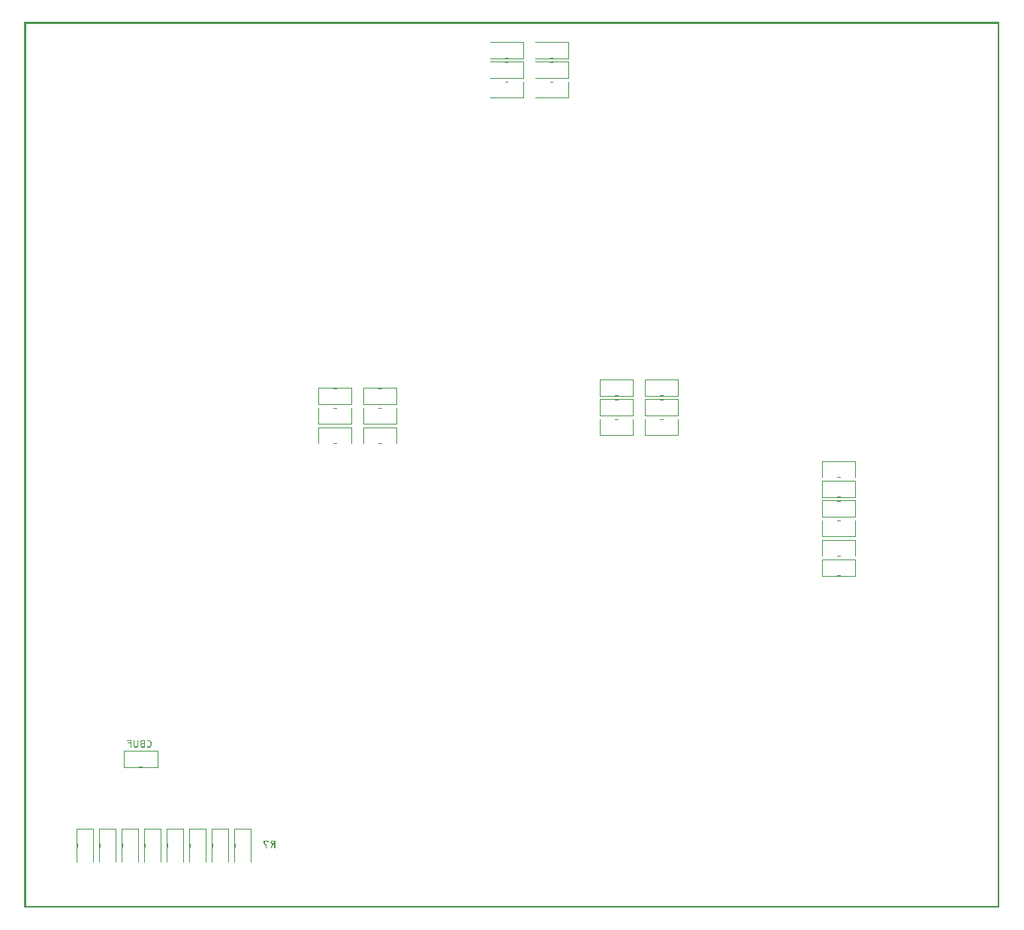
<source format=gbo>
G04 MADE WITH FRITZING*
G04 WWW.FRITZING.ORG*
G04 DOUBLE SIDED*
G04 HOLES PLATED*
G04 CONTOUR ON CENTER OF CONTOUR VECTOR*
%ASAXBY*%
%FSLAX23Y23*%
%MOIN*%
%OFA0B0*%
%SFA1.0B1.0*%
%ADD10R,0.001000X0.001000*%
%LNSILK0*%
G90*
G70*
G54D10*
X0Y3937D02*
X4329Y3937D01*
X0Y3936D02*
X4329Y3936D01*
X0Y3935D02*
X4329Y3935D01*
X0Y3934D02*
X4329Y3934D01*
X0Y3933D02*
X4329Y3933D01*
X0Y3932D02*
X4329Y3932D01*
X0Y3931D02*
X4329Y3931D01*
X0Y3930D02*
X4329Y3930D01*
X0Y3929D02*
X7Y3929D01*
X4322Y3929D02*
X4329Y3929D01*
X0Y3928D02*
X7Y3928D01*
X4322Y3928D02*
X4329Y3928D01*
X0Y3927D02*
X7Y3927D01*
X4322Y3927D02*
X4329Y3927D01*
X0Y3926D02*
X7Y3926D01*
X4322Y3926D02*
X4329Y3926D01*
X0Y3925D02*
X7Y3925D01*
X4322Y3925D02*
X4329Y3925D01*
X0Y3924D02*
X7Y3924D01*
X4322Y3924D02*
X4329Y3924D01*
X0Y3923D02*
X7Y3923D01*
X4322Y3923D02*
X4329Y3923D01*
X0Y3922D02*
X7Y3922D01*
X4322Y3922D02*
X4329Y3922D01*
X0Y3921D02*
X7Y3921D01*
X4322Y3921D02*
X4329Y3921D01*
X0Y3920D02*
X7Y3920D01*
X4322Y3920D02*
X4329Y3920D01*
X0Y3919D02*
X7Y3919D01*
X4322Y3919D02*
X4329Y3919D01*
X0Y3918D02*
X7Y3918D01*
X4322Y3918D02*
X4329Y3918D01*
X0Y3917D02*
X7Y3917D01*
X4322Y3917D02*
X4329Y3917D01*
X0Y3916D02*
X7Y3916D01*
X4322Y3916D02*
X4329Y3916D01*
X0Y3915D02*
X7Y3915D01*
X4322Y3915D02*
X4329Y3915D01*
X0Y3914D02*
X7Y3914D01*
X4322Y3914D02*
X4329Y3914D01*
X0Y3913D02*
X7Y3913D01*
X4322Y3913D02*
X4329Y3913D01*
X0Y3912D02*
X7Y3912D01*
X4322Y3912D02*
X4329Y3912D01*
X0Y3911D02*
X7Y3911D01*
X4322Y3911D02*
X4329Y3911D01*
X0Y3910D02*
X7Y3910D01*
X4322Y3910D02*
X4329Y3910D01*
X0Y3909D02*
X7Y3909D01*
X4322Y3909D02*
X4329Y3909D01*
X0Y3908D02*
X7Y3908D01*
X4322Y3908D02*
X4329Y3908D01*
X0Y3907D02*
X7Y3907D01*
X4322Y3907D02*
X4329Y3907D01*
X0Y3906D02*
X7Y3906D01*
X4322Y3906D02*
X4329Y3906D01*
X0Y3905D02*
X7Y3905D01*
X4322Y3905D02*
X4329Y3905D01*
X0Y3904D02*
X7Y3904D01*
X4322Y3904D02*
X4329Y3904D01*
X0Y3903D02*
X7Y3903D01*
X4322Y3903D02*
X4329Y3903D01*
X0Y3902D02*
X7Y3902D01*
X4322Y3902D02*
X4329Y3902D01*
X0Y3901D02*
X7Y3901D01*
X4322Y3901D02*
X4329Y3901D01*
X0Y3900D02*
X7Y3900D01*
X4322Y3900D02*
X4329Y3900D01*
X0Y3899D02*
X7Y3899D01*
X4322Y3899D02*
X4329Y3899D01*
X0Y3898D02*
X7Y3898D01*
X4322Y3898D02*
X4329Y3898D01*
X0Y3897D02*
X7Y3897D01*
X4322Y3897D02*
X4329Y3897D01*
X0Y3896D02*
X7Y3896D01*
X4322Y3896D02*
X4329Y3896D01*
X0Y3895D02*
X7Y3895D01*
X4322Y3895D02*
X4329Y3895D01*
X0Y3894D02*
X7Y3894D01*
X4322Y3894D02*
X4329Y3894D01*
X0Y3893D02*
X7Y3893D01*
X4322Y3893D02*
X4329Y3893D01*
X0Y3892D02*
X7Y3892D01*
X4322Y3892D02*
X4329Y3892D01*
X0Y3891D02*
X7Y3891D01*
X4322Y3891D02*
X4329Y3891D01*
X0Y3890D02*
X7Y3890D01*
X4322Y3890D02*
X4329Y3890D01*
X0Y3889D02*
X7Y3889D01*
X4322Y3889D02*
X4329Y3889D01*
X0Y3888D02*
X7Y3888D01*
X4322Y3888D02*
X4329Y3888D01*
X0Y3887D02*
X7Y3887D01*
X4322Y3887D02*
X4329Y3887D01*
X0Y3886D02*
X7Y3886D01*
X4322Y3886D02*
X4329Y3886D01*
X0Y3885D02*
X7Y3885D01*
X4322Y3885D02*
X4329Y3885D01*
X0Y3884D02*
X7Y3884D01*
X4322Y3884D02*
X4329Y3884D01*
X0Y3883D02*
X7Y3883D01*
X4322Y3883D02*
X4329Y3883D01*
X0Y3882D02*
X7Y3882D01*
X4322Y3882D02*
X4329Y3882D01*
X0Y3881D02*
X7Y3881D01*
X4322Y3881D02*
X4329Y3881D01*
X0Y3880D02*
X7Y3880D01*
X4322Y3880D02*
X4329Y3880D01*
X0Y3879D02*
X7Y3879D01*
X4322Y3879D02*
X4329Y3879D01*
X0Y3878D02*
X7Y3878D01*
X4322Y3878D02*
X4329Y3878D01*
X0Y3877D02*
X7Y3877D01*
X4322Y3877D02*
X4329Y3877D01*
X0Y3876D02*
X7Y3876D01*
X4322Y3876D02*
X4329Y3876D01*
X0Y3875D02*
X7Y3875D01*
X4322Y3875D02*
X4329Y3875D01*
X0Y3874D02*
X7Y3874D01*
X4322Y3874D02*
X4329Y3874D01*
X0Y3873D02*
X7Y3873D01*
X4322Y3873D02*
X4329Y3873D01*
X0Y3872D02*
X7Y3872D01*
X4322Y3872D02*
X4329Y3872D01*
X0Y3871D02*
X7Y3871D01*
X4322Y3871D02*
X4329Y3871D01*
X0Y3870D02*
X7Y3870D01*
X4322Y3870D02*
X4329Y3870D01*
X0Y3869D02*
X7Y3869D01*
X4322Y3869D02*
X4329Y3869D01*
X0Y3868D02*
X7Y3868D01*
X4322Y3868D02*
X4329Y3868D01*
X0Y3867D02*
X7Y3867D01*
X4322Y3867D02*
X4329Y3867D01*
X0Y3866D02*
X7Y3866D01*
X4322Y3866D02*
X4329Y3866D01*
X0Y3865D02*
X7Y3865D01*
X4322Y3865D02*
X4329Y3865D01*
X0Y3864D02*
X7Y3864D01*
X4322Y3864D02*
X4329Y3864D01*
X0Y3863D02*
X7Y3863D01*
X4322Y3863D02*
X4329Y3863D01*
X0Y3862D02*
X7Y3862D01*
X4322Y3862D02*
X4329Y3862D01*
X0Y3861D02*
X7Y3861D01*
X4322Y3861D02*
X4329Y3861D01*
X0Y3860D02*
X7Y3860D01*
X4322Y3860D02*
X4329Y3860D01*
X0Y3859D02*
X7Y3859D01*
X4322Y3859D02*
X4329Y3859D01*
X0Y3858D02*
X7Y3858D01*
X4322Y3858D02*
X4329Y3858D01*
X0Y3857D02*
X7Y3857D01*
X4322Y3857D02*
X4329Y3857D01*
X0Y3856D02*
X7Y3856D01*
X4322Y3856D02*
X4329Y3856D01*
X0Y3855D02*
X7Y3855D01*
X4322Y3855D02*
X4329Y3855D01*
X0Y3854D02*
X7Y3854D01*
X4322Y3854D02*
X4329Y3854D01*
X0Y3853D02*
X7Y3853D01*
X4322Y3853D02*
X4329Y3853D01*
X0Y3852D02*
X7Y3852D01*
X4322Y3852D02*
X4329Y3852D01*
X0Y3851D02*
X7Y3851D01*
X4322Y3851D02*
X4329Y3851D01*
X0Y3850D02*
X7Y3850D01*
X4322Y3850D02*
X4329Y3850D01*
X0Y3849D02*
X7Y3849D01*
X4322Y3849D02*
X4329Y3849D01*
X0Y3848D02*
X7Y3848D01*
X2067Y3848D02*
X2217Y3848D01*
X2267Y3848D02*
X2417Y3848D01*
X4322Y3848D02*
X4329Y3848D01*
X0Y3847D02*
X7Y3847D01*
X2067Y3847D02*
X2217Y3847D01*
X2267Y3847D02*
X2417Y3847D01*
X4322Y3847D02*
X4329Y3847D01*
X0Y3846D02*
X7Y3846D01*
X2067Y3846D02*
X2217Y3846D01*
X2267Y3846D02*
X2417Y3846D01*
X4322Y3846D02*
X4329Y3846D01*
X0Y3845D02*
X7Y3845D01*
X2067Y3845D02*
X2069Y3845D01*
X2135Y3845D02*
X2149Y3845D01*
X2215Y3845D02*
X2217Y3845D01*
X2267Y3845D02*
X2269Y3845D01*
X2335Y3845D02*
X2349Y3845D01*
X2415Y3845D02*
X2417Y3845D01*
X4322Y3845D02*
X4329Y3845D01*
X0Y3844D02*
X7Y3844D01*
X2067Y3844D02*
X2069Y3844D01*
X2216Y3844D02*
X2217Y3844D01*
X2267Y3844D02*
X2269Y3844D01*
X2416Y3844D02*
X2417Y3844D01*
X4322Y3844D02*
X4329Y3844D01*
X0Y3843D02*
X7Y3843D01*
X2067Y3843D02*
X2069Y3843D01*
X2216Y3843D02*
X2217Y3843D01*
X2267Y3843D02*
X2269Y3843D01*
X2416Y3843D02*
X2417Y3843D01*
X4322Y3843D02*
X4329Y3843D01*
X0Y3842D02*
X7Y3842D01*
X2067Y3842D02*
X2069Y3842D01*
X2216Y3842D02*
X2217Y3842D01*
X2267Y3842D02*
X2269Y3842D01*
X2416Y3842D02*
X2417Y3842D01*
X4322Y3842D02*
X4329Y3842D01*
X0Y3841D02*
X7Y3841D01*
X2067Y3841D02*
X2069Y3841D01*
X2216Y3841D02*
X2217Y3841D01*
X2267Y3841D02*
X2269Y3841D01*
X2416Y3841D02*
X2417Y3841D01*
X4322Y3841D02*
X4329Y3841D01*
X0Y3840D02*
X7Y3840D01*
X2067Y3840D02*
X2069Y3840D01*
X2216Y3840D02*
X2217Y3840D01*
X2267Y3840D02*
X2269Y3840D01*
X2416Y3840D02*
X2417Y3840D01*
X4322Y3840D02*
X4329Y3840D01*
X0Y3839D02*
X7Y3839D01*
X2067Y3839D02*
X2069Y3839D01*
X2216Y3839D02*
X2217Y3839D01*
X2267Y3839D02*
X2269Y3839D01*
X2416Y3839D02*
X2417Y3839D01*
X4322Y3839D02*
X4329Y3839D01*
X0Y3838D02*
X7Y3838D01*
X2067Y3838D02*
X2069Y3838D01*
X2216Y3838D02*
X2217Y3838D01*
X2267Y3838D02*
X2269Y3838D01*
X2416Y3838D02*
X2417Y3838D01*
X4322Y3838D02*
X4329Y3838D01*
X0Y3837D02*
X7Y3837D01*
X2067Y3837D02*
X2069Y3837D01*
X2216Y3837D02*
X2217Y3837D01*
X2267Y3837D02*
X2269Y3837D01*
X2416Y3837D02*
X2417Y3837D01*
X4322Y3837D02*
X4329Y3837D01*
X0Y3836D02*
X7Y3836D01*
X2067Y3836D02*
X2069Y3836D01*
X2216Y3836D02*
X2217Y3836D01*
X2267Y3836D02*
X2269Y3836D01*
X2416Y3836D02*
X2417Y3836D01*
X4322Y3836D02*
X4329Y3836D01*
X0Y3835D02*
X7Y3835D01*
X2067Y3835D02*
X2069Y3835D01*
X2216Y3835D02*
X2217Y3835D01*
X2267Y3835D02*
X2269Y3835D01*
X2416Y3835D02*
X2417Y3835D01*
X4322Y3835D02*
X4329Y3835D01*
X0Y3834D02*
X7Y3834D01*
X2067Y3834D02*
X2069Y3834D01*
X2216Y3834D02*
X2217Y3834D01*
X2267Y3834D02*
X2269Y3834D01*
X2416Y3834D02*
X2417Y3834D01*
X4322Y3834D02*
X4329Y3834D01*
X0Y3833D02*
X7Y3833D01*
X2067Y3833D02*
X2069Y3833D01*
X2216Y3833D02*
X2217Y3833D01*
X2267Y3833D02*
X2269Y3833D01*
X2416Y3833D02*
X2417Y3833D01*
X4322Y3833D02*
X4329Y3833D01*
X0Y3832D02*
X7Y3832D01*
X2067Y3832D02*
X2069Y3832D01*
X2216Y3832D02*
X2217Y3832D01*
X2267Y3832D02*
X2269Y3832D01*
X2416Y3832D02*
X2417Y3832D01*
X4322Y3832D02*
X4329Y3832D01*
X0Y3831D02*
X7Y3831D01*
X2067Y3831D02*
X2069Y3831D01*
X2216Y3831D02*
X2217Y3831D01*
X2267Y3831D02*
X2269Y3831D01*
X2416Y3831D02*
X2417Y3831D01*
X4322Y3831D02*
X4329Y3831D01*
X0Y3830D02*
X7Y3830D01*
X2067Y3830D02*
X2069Y3830D01*
X2216Y3830D02*
X2217Y3830D01*
X2267Y3830D02*
X2269Y3830D01*
X2416Y3830D02*
X2417Y3830D01*
X4322Y3830D02*
X4329Y3830D01*
X0Y3829D02*
X7Y3829D01*
X2067Y3829D02*
X2069Y3829D01*
X2216Y3829D02*
X2217Y3829D01*
X2267Y3829D02*
X2269Y3829D01*
X2416Y3829D02*
X2417Y3829D01*
X4322Y3829D02*
X4329Y3829D01*
X0Y3828D02*
X7Y3828D01*
X2067Y3828D02*
X2069Y3828D01*
X2216Y3828D02*
X2217Y3828D01*
X2267Y3828D02*
X2269Y3828D01*
X2416Y3828D02*
X2417Y3828D01*
X4322Y3828D02*
X4329Y3828D01*
X0Y3827D02*
X7Y3827D01*
X2067Y3827D02*
X2069Y3827D01*
X2216Y3827D02*
X2217Y3827D01*
X2267Y3827D02*
X2269Y3827D01*
X2416Y3827D02*
X2417Y3827D01*
X4322Y3827D02*
X4329Y3827D01*
X0Y3826D02*
X7Y3826D01*
X2067Y3826D02*
X2069Y3826D01*
X2216Y3826D02*
X2217Y3826D01*
X2267Y3826D02*
X2269Y3826D01*
X2416Y3826D02*
X2417Y3826D01*
X4322Y3826D02*
X4329Y3826D01*
X0Y3825D02*
X7Y3825D01*
X2067Y3825D02*
X2069Y3825D01*
X2216Y3825D02*
X2217Y3825D01*
X2267Y3825D02*
X2269Y3825D01*
X2416Y3825D02*
X2417Y3825D01*
X4322Y3825D02*
X4329Y3825D01*
X0Y3824D02*
X7Y3824D01*
X2067Y3824D02*
X2069Y3824D01*
X2216Y3824D02*
X2217Y3824D01*
X2267Y3824D02*
X2269Y3824D01*
X2416Y3824D02*
X2417Y3824D01*
X4322Y3824D02*
X4329Y3824D01*
X0Y3823D02*
X7Y3823D01*
X2067Y3823D02*
X2069Y3823D01*
X2216Y3823D02*
X2217Y3823D01*
X2267Y3823D02*
X2269Y3823D01*
X2416Y3823D02*
X2417Y3823D01*
X4322Y3823D02*
X4329Y3823D01*
X0Y3822D02*
X7Y3822D01*
X2067Y3822D02*
X2069Y3822D01*
X2216Y3822D02*
X2217Y3822D01*
X2267Y3822D02*
X2269Y3822D01*
X2416Y3822D02*
X2417Y3822D01*
X4322Y3822D02*
X4329Y3822D01*
X0Y3821D02*
X7Y3821D01*
X2067Y3821D02*
X2069Y3821D01*
X2216Y3821D02*
X2217Y3821D01*
X2267Y3821D02*
X2269Y3821D01*
X2416Y3821D02*
X2417Y3821D01*
X4322Y3821D02*
X4329Y3821D01*
X0Y3820D02*
X7Y3820D01*
X2067Y3820D02*
X2069Y3820D01*
X2216Y3820D02*
X2217Y3820D01*
X2267Y3820D02*
X2269Y3820D01*
X2416Y3820D02*
X2417Y3820D01*
X4322Y3820D02*
X4329Y3820D01*
X0Y3819D02*
X7Y3819D01*
X2067Y3819D02*
X2069Y3819D01*
X2216Y3819D02*
X2217Y3819D01*
X2267Y3819D02*
X2269Y3819D01*
X2416Y3819D02*
X2417Y3819D01*
X4322Y3819D02*
X4329Y3819D01*
X0Y3818D02*
X7Y3818D01*
X2067Y3818D02*
X2069Y3818D01*
X2216Y3818D02*
X2217Y3818D01*
X2267Y3818D02*
X2269Y3818D01*
X2416Y3818D02*
X2417Y3818D01*
X4322Y3818D02*
X4329Y3818D01*
X0Y3817D02*
X7Y3817D01*
X2067Y3817D02*
X2069Y3817D01*
X2216Y3817D02*
X2217Y3817D01*
X2267Y3817D02*
X2269Y3817D01*
X2416Y3817D02*
X2417Y3817D01*
X4322Y3817D02*
X4329Y3817D01*
X0Y3816D02*
X7Y3816D01*
X2067Y3816D02*
X2069Y3816D01*
X2216Y3816D02*
X2217Y3816D01*
X2267Y3816D02*
X2269Y3816D01*
X2416Y3816D02*
X2417Y3816D01*
X4322Y3816D02*
X4329Y3816D01*
X0Y3815D02*
X7Y3815D01*
X2067Y3815D02*
X2069Y3815D01*
X2216Y3815D02*
X2217Y3815D01*
X2267Y3815D02*
X2269Y3815D01*
X2416Y3815D02*
X2417Y3815D01*
X4322Y3815D02*
X4329Y3815D01*
X0Y3814D02*
X7Y3814D01*
X2067Y3814D02*
X2069Y3814D01*
X2216Y3814D02*
X2217Y3814D01*
X2267Y3814D02*
X2269Y3814D01*
X2416Y3814D02*
X2417Y3814D01*
X4322Y3814D02*
X4329Y3814D01*
X0Y3813D02*
X7Y3813D01*
X2067Y3813D02*
X2069Y3813D01*
X2216Y3813D02*
X2217Y3813D01*
X2267Y3813D02*
X2269Y3813D01*
X2416Y3813D02*
X2417Y3813D01*
X4322Y3813D02*
X4329Y3813D01*
X0Y3812D02*
X7Y3812D01*
X2067Y3812D02*
X2069Y3812D01*
X2216Y3812D02*
X2217Y3812D01*
X2267Y3812D02*
X2269Y3812D01*
X2416Y3812D02*
X2417Y3812D01*
X4322Y3812D02*
X4329Y3812D01*
X0Y3811D02*
X7Y3811D01*
X2067Y3811D02*
X2069Y3811D01*
X2216Y3811D02*
X2217Y3811D01*
X2267Y3811D02*
X2269Y3811D01*
X2416Y3811D02*
X2417Y3811D01*
X4322Y3811D02*
X4329Y3811D01*
X0Y3810D02*
X7Y3810D01*
X2067Y3810D02*
X2069Y3810D01*
X2216Y3810D02*
X2217Y3810D01*
X2267Y3810D02*
X2269Y3810D01*
X2416Y3810D02*
X2417Y3810D01*
X4322Y3810D02*
X4329Y3810D01*
X0Y3809D02*
X7Y3809D01*
X2067Y3809D02*
X2069Y3809D01*
X2216Y3809D02*
X2217Y3809D01*
X2267Y3809D02*
X2269Y3809D01*
X2416Y3809D02*
X2417Y3809D01*
X4322Y3809D02*
X4329Y3809D01*
X0Y3808D02*
X7Y3808D01*
X2067Y3808D02*
X2069Y3808D01*
X2216Y3808D02*
X2217Y3808D01*
X2267Y3808D02*
X2269Y3808D01*
X2416Y3808D02*
X2417Y3808D01*
X4322Y3808D02*
X4329Y3808D01*
X0Y3807D02*
X7Y3807D01*
X2067Y3807D02*
X2069Y3807D01*
X2216Y3807D02*
X2217Y3807D01*
X2267Y3807D02*
X2269Y3807D01*
X2416Y3807D02*
X2417Y3807D01*
X4322Y3807D02*
X4329Y3807D01*
X0Y3806D02*
X7Y3806D01*
X2067Y3806D02*
X2069Y3806D01*
X2216Y3806D02*
X2217Y3806D01*
X2267Y3806D02*
X2269Y3806D01*
X2416Y3806D02*
X2417Y3806D01*
X4322Y3806D02*
X4329Y3806D01*
X0Y3805D02*
X7Y3805D01*
X2067Y3805D02*
X2069Y3805D01*
X2216Y3805D02*
X2217Y3805D01*
X2267Y3805D02*
X2269Y3805D01*
X2416Y3805D02*
X2417Y3805D01*
X4322Y3805D02*
X4329Y3805D01*
X0Y3804D02*
X7Y3804D01*
X2067Y3804D02*
X2069Y3804D01*
X2216Y3804D02*
X2217Y3804D01*
X2267Y3804D02*
X2269Y3804D01*
X2416Y3804D02*
X2417Y3804D01*
X4322Y3804D02*
X4329Y3804D01*
X0Y3803D02*
X7Y3803D01*
X2067Y3803D02*
X2069Y3803D01*
X2216Y3803D02*
X2217Y3803D01*
X2267Y3803D02*
X2269Y3803D01*
X2416Y3803D02*
X2417Y3803D01*
X4322Y3803D02*
X4329Y3803D01*
X0Y3802D02*
X7Y3802D01*
X2067Y3802D02*
X2069Y3802D01*
X2216Y3802D02*
X2217Y3802D01*
X2267Y3802D02*
X2269Y3802D01*
X2416Y3802D02*
X2417Y3802D01*
X4322Y3802D02*
X4329Y3802D01*
X0Y3801D02*
X7Y3801D01*
X2067Y3801D02*
X2069Y3801D01*
X2216Y3801D02*
X2217Y3801D01*
X2267Y3801D02*
X2269Y3801D01*
X2416Y3801D02*
X2417Y3801D01*
X4322Y3801D02*
X4329Y3801D01*
X0Y3800D02*
X7Y3800D01*
X2067Y3800D02*
X2069Y3800D01*
X2216Y3800D02*
X2217Y3800D01*
X2267Y3800D02*
X2269Y3800D01*
X2416Y3800D02*
X2417Y3800D01*
X4322Y3800D02*
X4329Y3800D01*
X0Y3799D02*
X7Y3799D01*
X2067Y3799D02*
X2069Y3799D01*
X2216Y3799D02*
X2217Y3799D01*
X2267Y3799D02*
X2269Y3799D01*
X2416Y3799D02*
X2417Y3799D01*
X4322Y3799D02*
X4329Y3799D01*
X0Y3798D02*
X7Y3798D01*
X2067Y3798D02*
X2069Y3798D01*
X2216Y3798D02*
X2217Y3798D01*
X2267Y3798D02*
X2269Y3798D01*
X2416Y3798D02*
X2417Y3798D01*
X4322Y3798D02*
X4329Y3798D01*
X0Y3797D02*
X7Y3797D01*
X2067Y3797D02*
X2069Y3797D01*
X2216Y3797D02*
X2217Y3797D01*
X2267Y3797D02*
X2269Y3797D01*
X2416Y3797D02*
X2417Y3797D01*
X4322Y3797D02*
X4329Y3797D01*
X0Y3796D02*
X7Y3796D01*
X2067Y3796D02*
X2069Y3796D01*
X2216Y3796D02*
X2217Y3796D01*
X2267Y3796D02*
X2269Y3796D01*
X2416Y3796D02*
X2417Y3796D01*
X4322Y3796D02*
X4329Y3796D01*
X0Y3795D02*
X7Y3795D01*
X2067Y3795D02*
X2069Y3795D01*
X2216Y3795D02*
X2217Y3795D01*
X2267Y3795D02*
X2269Y3795D01*
X2416Y3795D02*
X2417Y3795D01*
X4322Y3795D02*
X4329Y3795D01*
X0Y3794D02*
X7Y3794D01*
X2067Y3794D02*
X2069Y3794D01*
X2216Y3794D02*
X2217Y3794D01*
X2267Y3794D02*
X2269Y3794D01*
X2416Y3794D02*
X2417Y3794D01*
X4322Y3794D02*
X4329Y3794D01*
X0Y3793D02*
X7Y3793D01*
X2067Y3793D02*
X2069Y3793D01*
X2216Y3793D02*
X2217Y3793D01*
X2267Y3793D02*
X2269Y3793D01*
X2416Y3793D02*
X2417Y3793D01*
X4322Y3793D02*
X4329Y3793D01*
X0Y3792D02*
X7Y3792D01*
X2067Y3792D02*
X2069Y3792D01*
X2216Y3792D02*
X2217Y3792D01*
X2267Y3792D02*
X2269Y3792D01*
X2416Y3792D02*
X2417Y3792D01*
X4322Y3792D02*
X4329Y3792D01*
X0Y3791D02*
X7Y3791D01*
X2067Y3791D02*
X2069Y3791D01*
X2216Y3791D02*
X2217Y3791D01*
X2267Y3791D02*
X2269Y3791D01*
X2416Y3791D02*
X2417Y3791D01*
X4322Y3791D02*
X4329Y3791D01*
X0Y3790D02*
X7Y3790D01*
X2067Y3790D02*
X2069Y3790D01*
X2216Y3790D02*
X2217Y3790D01*
X2267Y3790D02*
X2269Y3790D01*
X2416Y3790D02*
X2417Y3790D01*
X4322Y3790D02*
X4329Y3790D01*
X0Y3789D02*
X7Y3789D01*
X2067Y3789D02*
X2069Y3789D01*
X2216Y3789D02*
X2217Y3789D01*
X2267Y3789D02*
X2269Y3789D01*
X2416Y3789D02*
X2417Y3789D01*
X4322Y3789D02*
X4329Y3789D01*
X0Y3788D02*
X7Y3788D01*
X2067Y3788D02*
X2069Y3788D01*
X2216Y3788D02*
X2217Y3788D01*
X2267Y3788D02*
X2269Y3788D01*
X2416Y3788D02*
X2417Y3788D01*
X4322Y3788D02*
X4329Y3788D01*
X0Y3787D02*
X7Y3787D01*
X2067Y3787D02*
X2069Y3787D01*
X2216Y3787D02*
X2217Y3787D01*
X2267Y3787D02*
X2269Y3787D01*
X2416Y3787D02*
X2417Y3787D01*
X4322Y3787D02*
X4329Y3787D01*
X0Y3786D02*
X7Y3786D01*
X2067Y3786D02*
X2069Y3786D01*
X2216Y3786D02*
X2217Y3786D01*
X2267Y3786D02*
X2269Y3786D01*
X2416Y3786D02*
X2417Y3786D01*
X4322Y3786D02*
X4329Y3786D01*
X0Y3785D02*
X7Y3785D01*
X2067Y3785D02*
X2069Y3785D01*
X2216Y3785D02*
X2217Y3785D01*
X2267Y3785D02*
X2269Y3785D01*
X2416Y3785D02*
X2417Y3785D01*
X4322Y3785D02*
X4329Y3785D01*
X0Y3784D02*
X7Y3784D01*
X2067Y3784D02*
X2069Y3784D01*
X2216Y3784D02*
X2217Y3784D01*
X2267Y3784D02*
X2269Y3784D01*
X2416Y3784D02*
X2417Y3784D01*
X4322Y3784D02*
X4329Y3784D01*
X0Y3783D02*
X7Y3783D01*
X2067Y3783D02*
X2069Y3783D01*
X2216Y3783D02*
X2217Y3783D01*
X2267Y3783D02*
X2269Y3783D01*
X2416Y3783D02*
X2417Y3783D01*
X4322Y3783D02*
X4329Y3783D01*
X0Y3782D02*
X7Y3782D01*
X2067Y3782D02*
X2069Y3782D01*
X2216Y3782D02*
X2217Y3782D01*
X2267Y3782D02*
X2269Y3782D01*
X2416Y3782D02*
X2417Y3782D01*
X4322Y3782D02*
X4329Y3782D01*
X0Y3781D02*
X7Y3781D01*
X2067Y3781D02*
X2069Y3781D01*
X2216Y3781D02*
X2217Y3781D01*
X2267Y3781D02*
X2269Y3781D01*
X2416Y3781D02*
X2417Y3781D01*
X4322Y3781D02*
X4329Y3781D01*
X0Y3780D02*
X7Y3780D01*
X2067Y3780D02*
X2069Y3780D01*
X2216Y3780D02*
X2217Y3780D01*
X2267Y3780D02*
X2269Y3780D01*
X2416Y3780D02*
X2417Y3780D01*
X4322Y3780D02*
X4329Y3780D01*
X0Y3779D02*
X7Y3779D01*
X2067Y3779D02*
X2069Y3779D01*
X2216Y3779D02*
X2217Y3779D01*
X2267Y3779D02*
X2269Y3779D01*
X2416Y3779D02*
X2417Y3779D01*
X4322Y3779D02*
X4329Y3779D01*
X0Y3778D02*
X7Y3778D01*
X2067Y3778D02*
X2069Y3778D01*
X2216Y3778D02*
X2217Y3778D01*
X2267Y3778D02*
X2269Y3778D01*
X2416Y3778D02*
X2417Y3778D01*
X4322Y3778D02*
X4329Y3778D01*
X0Y3777D02*
X7Y3777D01*
X2067Y3777D02*
X2069Y3777D01*
X2135Y3777D02*
X2149Y3777D01*
X2216Y3777D02*
X2217Y3777D01*
X2267Y3777D02*
X2269Y3777D01*
X2335Y3777D02*
X2349Y3777D01*
X2416Y3777D02*
X2417Y3777D01*
X4322Y3777D02*
X4329Y3777D01*
X0Y3776D02*
X7Y3776D01*
X2067Y3776D02*
X2217Y3776D01*
X2267Y3776D02*
X2417Y3776D01*
X4322Y3776D02*
X4329Y3776D01*
X0Y3775D02*
X7Y3775D01*
X2067Y3775D02*
X2217Y3775D01*
X2267Y3775D02*
X2417Y3775D01*
X4322Y3775D02*
X4329Y3775D01*
X0Y3774D02*
X7Y3774D01*
X2067Y3774D02*
X2217Y3774D01*
X2267Y3774D02*
X2417Y3774D01*
X4322Y3774D02*
X4329Y3774D01*
X0Y3773D02*
X7Y3773D01*
X4322Y3773D02*
X4329Y3773D01*
X0Y3772D02*
X7Y3772D01*
X4322Y3772D02*
X4329Y3772D01*
X0Y3771D02*
X7Y3771D01*
X4322Y3771D02*
X4329Y3771D01*
X0Y3770D02*
X7Y3770D01*
X4322Y3770D02*
X4329Y3770D01*
X0Y3769D02*
X7Y3769D01*
X4322Y3769D02*
X4329Y3769D01*
X0Y3768D02*
X7Y3768D01*
X4322Y3768D02*
X4329Y3768D01*
X0Y3767D02*
X7Y3767D01*
X4322Y3767D02*
X4329Y3767D01*
X0Y3766D02*
X7Y3766D01*
X4322Y3766D02*
X4329Y3766D01*
X0Y3765D02*
X7Y3765D01*
X4322Y3765D02*
X4329Y3765D01*
X0Y3764D02*
X7Y3764D01*
X4322Y3764D02*
X4329Y3764D01*
X0Y3763D02*
X7Y3763D01*
X4322Y3763D02*
X4329Y3763D01*
X0Y3762D02*
X7Y3762D01*
X4322Y3762D02*
X4329Y3762D01*
X0Y3761D02*
X7Y3761D01*
X4322Y3761D02*
X4329Y3761D01*
X0Y3760D02*
X7Y3760D01*
X2067Y3760D02*
X2217Y3760D01*
X2267Y3760D02*
X2417Y3760D01*
X4322Y3760D02*
X4329Y3760D01*
X0Y3759D02*
X7Y3759D01*
X2067Y3759D02*
X2217Y3759D01*
X2267Y3759D02*
X2417Y3759D01*
X4322Y3759D02*
X4329Y3759D01*
X0Y3758D02*
X7Y3758D01*
X2067Y3758D02*
X2217Y3758D01*
X2267Y3758D02*
X2417Y3758D01*
X4322Y3758D02*
X4329Y3758D01*
X0Y3757D02*
X7Y3757D01*
X2067Y3757D02*
X2069Y3757D01*
X2135Y3757D02*
X2149Y3757D01*
X2216Y3757D02*
X2217Y3757D01*
X2267Y3757D02*
X2269Y3757D01*
X2335Y3757D02*
X2349Y3757D01*
X2416Y3757D02*
X2417Y3757D01*
X4322Y3757D02*
X4329Y3757D01*
X0Y3756D02*
X7Y3756D01*
X2067Y3756D02*
X2069Y3756D01*
X2216Y3756D02*
X2217Y3756D01*
X2267Y3756D02*
X2269Y3756D01*
X2416Y3756D02*
X2417Y3756D01*
X4322Y3756D02*
X4329Y3756D01*
X0Y3755D02*
X7Y3755D01*
X2067Y3755D02*
X2069Y3755D01*
X2216Y3755D02*
X2217Y3755D01*
X2267Y3755D02*
X2269Y3755D01*
X2416Y3755D02*
X2417Y3755D01*
X4322Y3755D02*
X4329Y3755D01*
X0Y3754D02*
X7Y3754D01*
X2067Y3754D02*
X2069Y3754D01*
X2216Y3754D02*
X2217Y3754D01*
X2267Y3754D02*
X2269Y3754D01*
X2416Y3754D02*
X2417Y3754D01*
X4322Y3754D02*
X4329Y3754D01*
X0Y3753D02*
X7Y3753D01*
X2067Y3753D02*
X2069Y3753D01*
X2216Y3753D02*
X2217Y3753D01*
X2267Y3753D02*
X2269Y3753D01*
X2416Y3753D02*
X2417Y3753D01*
X4322Y3753D02*
X4329Y3753D01*
X0Y3752D02*
X7Y3752D01*
X2067Y3752D02*
X2069Y3752D01*
X2216Y3752D02*
X2217Y3752D01*
X2267Y3752D02*
X2269Y3752D01*
X2416Y3752D02*
X2417Y3752D01*
X4322Y3752D02*
X4329Y3752D01*
X0Y3751D02*
X7Y3751D01*
X2067Y3751D02*
X2069Y3751D01*
X2216Y3751D02*
X2217Y3751D01*
X2267Y3751D02*
X2269Y3751D01*
X2416Y3751D02*
X2417Y3751D01*
X4322Y3751D02*
X4329Y3751D01*
X0Y3750D02*
X7Y3750D01*
X2067Y3750D02*
X2069Y3750D01*
X2216Y3750D02*
X2217Y3750D01*
X2267Y3750D02*
X2269Y3750D01*
X2416Y3750D02*
X2417Y3750D01*
X4322Y3750D02*
X4329Y3750D01*
X0Y3749D02*
X7Y3749D01*
X2067Y3749D02*
X2069Y3749D01*
X2216Y3749D02*
X2217Y3749D01*
X2267Y3749D02*
X2269Y3749D01*
X2416Y3749D02*
X2417Y3749D01*
X4322Y3749D02*
X4329Y3749D01*
X0Y3748D02*
X7Y3748D01*
X2067Y3748D02*
X2069Y3748D01*
X2216Y3748D02*
X2217Y3748D01*
X2267Y3748D02*
X2269Y3748D01*
X2416Y3748D02*
X2417Y3748D01*
X4322Y3748D02*
X4329Y3748D01*
X0Y3747D02*
X7Y3747D01*
X2067Y3747D02*
X2069Y3747D01*
X2216Y3747D02*
X2217Y3747D01*
X2267Y3747D02*
X2269Y3747D01*
X2416Y3747D02*
X2417Y3747D01*
X4322Y3747D02*
X4329Y3747D01*
X0Y3746D02*
X7Y3746D01*
X2067Y3746D02*
X2069Y3746D01*
X2216Y3746D02*
X2217Y3746D01*
X2267Y3746D02*
X2269Y3746D01*
X2416Y3746D02*
X2417Y3746D01*
X4322Y3746D02*
X4329Y3746D01*
X0Y3745D02*
X7Y3745D01*
X2067Y3745D02*
X2069Y3745D01*
X2216Y3745D02*
X2217Y3745D01*
X2267Y3745D02*
X2269Y3745D01*
X2416Y3745D02*
X2417Y3745D01*
X4322Y3745D02*
X4329Y3745D01*
X0Y3744D02*
X7Y3744D01*
X2067Y3744D02*
X2069Y3744D01*
X2216Y3744D02*
X2217Y3744D01*
X2267Y3744D02*
X2269Y3744D01*
X2416Y3744D02*
X2417Y3744D01*
X4322Y3744D02*
X4329Y3744D01*
X0Y3743D02*
X7Y3743D01*
X2067Y3743D02*
X2069Y3743D01*
X2216Y3743D02*
X2217Y3743D01*
X2267Y3743D02*
X2269Y3743D01*
X2416Y3743D02*
X2417Y3743D01*
X4322Y3743D02*
X4329Y3743D01*
X0Y3742D02*
X7Y3742D01*
X2067Y3742D02*
X2069Y3742D01*
X2216Y3742D02*
X2217Y3742D01*
X2267Y3742D02*
X2269Y3742D01*
X2416Y3742D02*
X2417Y3742D01*
X4322Y3742D02*
X4329Y3742D01*
X0Y3741D02*
X7Y3741D01*
X2067Y3741D02*
X2069Y3741D01*
X2216Y3741D02*
X2217Y3741D01*
X2267Y3741D02*
X2269Y3741D01*
X2416Y3741D02*
X2417Y3741D01*
X4322Y3741D02*
X4329Y3741D01*
X0Y3740D02*
X7Y3740D01*
X2067Y3740D02*
X2069Y3740D01*
X2216Y3740D02*
X2217Y3740D01*
X2267Y3740D02*
X2269Y3740D01*
X2416Y3740D02*
X2417Y3740D01*
X4322Y3740D02*
X4329Y3740D01*
X0Y3739D02*
X7Y3739D01*
X2067Y3739D02*
X2069Y3739D01*
X2216Y3739D02*
X2217Y3739D01*
X2267Y3739D02*
X2269Y3739D01*
X2416Y3739D02*
X2417Y3739D01*
X4322Y3739D02*
X4329Y3739D01*
X0Y3738D02*
X7Y3738D01*
X2067Y3738D02*
X2069Y3738D01*
X2216Y3738D02*
X2217Y3738D01*
X2267Y3738D02*
X2269Y3738D01*
X2416Y3738D02*
X2417Y3738D01*
X4322Y3738D02*
X4329Y3738D01*
X0Y3737D02*
X7Y3737D01*
X2067Y3737D02*
X2069Y3737D01*
X2216Y3737D02*
X2217Y3737D01*
X2267Y3737D02*
X2269Y3737D01*
X2416Y3737D02*
X2417Y3737D01*
X4322Y3737D02*
X4329Y3737D01*
X0Y3736D02*
X7Y3736D01*
X2067Y3736D02*
X2069Y3736D01*
X2216Y3736D02*
X2217Y3736D01*
X2267Y3736D02*
X2269Y3736D01*
X2416Y3736D02*
X2417Y3736D01*
X4322Y3736D02*
X4329Y3736D01*
X0Y3735D02*
X7Y3735D01*
X2067Y3735D02*
X2069Y3735D01*
X2216Y3735D02*
X2217Y3735D01*
X2267Y3735D02*
X2269Y3735D01*
X2416Y3735D02*
X2417Y3735D01*
X4322Y3735D02*
X4329Y3735D01*
X0Y3734D02*
X7Y3734D01*
X2067Y3734D02*
X2069Y3734D01*
X2216Y3734D02*
X2217Y3734D01*
X2267Y3734D02*
X2269Y3734D01*
X2416Y3734D02*
X2417Y3734D01*
X4322Y3734D02*
X4329Y3734D01*
X0Y3733D02*
X7Y3733D01*
X2067Y3733D02*
X2069Y3733D01*
X2216Y3733D02*
X2217Y3733D01*
X2267Y3733D02*
X2269Y3733D01*
X2416Y3733D02*
X2417Y3733D01*
X4322Y3733D02*
X4329Y3733D01*
X0Y3732D02*
X7Y3732D01*
X2067Y3732D02*
X2069Y3732D01*
X2216Y3732D02*
X2217Y3732D01*
X2267Y3732D02*
X2269Y3732D01*
X2416Y3732D02*
X2417Y3732D01*
X4322Y3732D02*
X4329Y3732D01*
X0Y3731D02*
X7Y3731D01*
X2067Y3731D02*
X2069Y3731D01*
X2216Y3731D02*
X2217Y3731D01*
X2267Y3731D02*
X2269Y3731D01*
X2416Y3731D02*
X2417Y3731D01*
X4322Y3731D02*
X4329Y3731D01*
X0Y3730D02*
X7Y3730D01*
X2067Y3730D02*
X2069Y3730D01*
X2216Y3730D02*
X2217Y3730D01*
X2267Y3730D02*
X2269Y3730D01*
X2416Y3730D02*
X2417Y3730D01*
X4322Y3730D02*
X4329Y3730D01*
X0Y3729D02*
X7Y3729D01*
X2067Y3729D02*
X2069Y3729D01*
X2216Y3729D02*
X2217Y3729D01*
X2267Y3729D02*
X2269Y3729D01*
X2416Y3729D02*
X2417Y3729D01*
X4322Y3729D02*
X4329Y3729D01*
X0Y3728D02*
X7Y3728D01*
X2067Y3728D02*
X2069Y3728D01*
X2216Y3728D02*
X2217Y3728D01*
X2267Y3728D02*
X2269Y3728D01*
X2416Y3728D02*
X2417Y3728D01*
X4322Y3728D02*
X4329Y3728D01*
X0Y3727D02*
X7Y3727D01*
X2067Y3727D02*
X2069Y3727D01*
X2216Y3727D02*
X2217Y3727D01*
X2267Y3727D02*
X2269Y3727D01*
X2416Y3727D02*
X2417Y3727D01*
X4322Y3727D02*
X4329Y3727D01*
X0Y3726D02*
X7Y3726D01*
X2067Y3726D02*
X2069Y3726D01*
X2216Y3726D02*
X2217Y3726D01*
X2267Y3726D02*
X2269Y3726D01*
X2416Y3726D02*
X2417Y3726D01*
X4322Y3726D02*
X4329Y3726D01*
X0Y3725D02*
X7Y3725D01*
X2067Y3725D02*
X2069Y3725D01*
X2216Y3725D02*
X2217Y3725D01*
X2267Y3725D02*
X2269Y3725D01*
X2416Y3725D02*
X2417Y3725D01*
X4322Y3725D02*
X4329Y3725D01*
X0Y3724D02*
X7Y3724D01*
X2067Y3724D02*
X2069Y3724D01*
X2216Y3724D02*
X2217Y3724D01*
X2267Y3724D02*
X2269Y3724D01*
X2416Y3724D02*
X2417Y3724D01*
X4322Y3724D02*
X4329Y3724D01*
X0Y3723D02*
X7Y3723D01*
X2067Y3723D02*
X2069Y3723D01*
X2216Y3723D02*
X2217Y3723D01*
X2267Y3723D02*
X2269Y3723D01*
X2416Y3723D02*
X2417Y3723D01*
X4322Y3723D02*
X4329Y3723D01*
X0Y3722D02*
X7Y3722D01*
X2067Y3722D02*
X2069Y3722D01*
X2216Y3722D02*
X2217Y3722D01*
X2267Y3722D02*
X2269Y3722D01*
X2416Y3722D02*
X2417Y3722D01*
X4322Y3722D02*
X4329Y3722D01*
X0Y3721D02*
X7Y3721D01*
X2067Y3721D02*
X2069Y3721D01*
X2216Y3721D02*
X2217Y3721D01*
X2267Y3721D02*
X2269Y3721D01*
X2416Y3721D02*
X2417Y3721D01*
X4322Y3721D02*
X4329Y3721D01*
X0Y3720D02*
X7Y3720D01*
X2067Y3720D02*
X2069Y3720D01*
X2216Y3720D02*
X2217Y3720D01*
X2267Y3720D02*
X2269Y3720D01*
X2416Y3720D02*
X2417Y3720D01*
X4322Y3720D02*
X4329Y3720D01*
X0Y3719D02*
X7Y3719D01*
X2067Y3719D02*
X2069Y3719D01*
X2216Y3719D02*
X2217Y3719D01*
X2267Y3719D02*
X2269Y3719D01*
X2416Y3719D02*
X2417Y3719D01*
X4322Y3719D02*
X4329Y3719D01*
X0Y3718D02*
X7Y3718D01*
X2067Y3718D02*
X2069Y3718D01*
X2216Y3718D02*
X2217Y3718D01*
X2267Y3718D02*
X2269Y3718D01*
X2416Y3718D02*
X2417Y3718D01*
X4322Y3718D02*
X4329Y3718D01*
X0Y3717D02*
X7Y3717D01*
X2067Y3717D02*
X2069Y3717D01*
X2216Y3717D02*
X2217Y3717D01*
X2267Y3717D02*
X2269Y3717D01*
X2416Y3717D02*
X2417Y3717D01*
X4322Y3717D02*
X4329Y3717D01*
X0Y3716D02*
X7Y3716D01*
X2067Y3716D02*
X2069Y3716D01*
X2216Y3716D02*
X2217Y3716D01*
X2267Y3716D02*
X2269Y3716D01*
X2416Y3716D02*
X2417Y3716D01*
X4322Y3716D02*
X4329Y3716D01*
X0Y3715D02*
X7Y3715D01*
X2067Y3715D02*
X2069Y3715D01*
X2216Y3715D02*
X2217Y3715D01*
X2267Y3715D02*
X2269Y3715D01*
X2416Y3715D02*
X2417Y3715D01*
X4322Y3715D02*
X4329Y3715D01*
X0Y3714D02*
X7Y3714D01*
X2067Y3714D02*
X2069Y3714D01*
X2216Y3714D02*
X2217Y3714D01*
X2267Y3714D02*
X2269Y3714D01*
X2416Y3714D02*
X2417Y3714D01*
X4322Y3714D02*
X4329Y3714D01*
X0Y3713D02*
X7Y3713D01*
X2067Y3713D02*
X2069Y3713D01*
X2216Y3713D02*
X2217Y3713D01*
X2267Y3713D02*
X2269Y3713D01*
X2416Y3713D02*
X2417Y3713D01*
X4322Y3713D02*
X4329Y3713D01*
X0Y3712D02*
X7Y3712D01*
X2067Y3712D02*
X2069Y3712D01*
X2216Y3712D02*
X2217Y3712D01*
X2267Y3712D02*
X2269Y3712D01*
X2416Y3712D02*
X2417Y3712D01*
X4322Y3712D02*
X4329Y3712D01*
X0Y3711D02*
X7Y3711D01*
X2067Y3711D02*
X2069Y3711D01*
X2216Y3711D02*
X2217Y3711D01*
X2267Y3711D02*
X2269Y3711D01*
X2416Y3711D02*
X2417Y3711D01*
X4322Y3711D02*
X4329Y3711D01*
X0Y3710D02*
X7Y3710D01*
X2067Y3710D02*
X2069Y3710D01*
X2216Y3710D02*
X2217Y3710D01*
X2267Y3710D02*
X2269Y3710D01*
X2416Y3710D02*
X2417Y3710D01*
X4322Y3710D02*
X4329Y3710D01*
X0Y3709D02*
X7Y3709D01*
X2067Y3709D02*
X2069Y3709D01*
X2216Y3709D02*
X2217Y3709D01*
X2267Y3709D02*
X2269Y3709D01*
X2416Y3709D02*
X2417Y3709D01*
X4322Y3709D02*
X4329Y3709D01*
X0Y3708D02*
X7Y3708D01*
X2067Y3708D02*
X2069Y3708D01*
X2216Y3708D02*
X2217Y3708D01*
X2267Y3708D02*
X2269Y3708D01*
X2416Y3708D02*
X2417Y3708D01*
X4322Y3708D02*
X4329Y3708D01*
X0Y3707D02*
X7Y3707D01*
X2067Y3707D02*
X2069Y3707D01*
X2216Y3707D02*
X2217Y3707D01*
X2267Y3707D02*
X2269Y3707D01*
X2416Y3707D02*
X2417Y3707D01*
X4322Y3707D02*
X4329Y3707D01*
X0Y3706D02*
X7Y3706D01*
X2067Y3706D02*
X2069Y3706D01*
X2216Y3706D02*
X2217Y3706D01*
X2267Y3706D02*
X2269Y3706D01*
X2416Y3706D02*
X2417Y3706D01*
X4322Y3706D02*
X4329Y3706D01*
X0Y3705D02*
X7Y3705D01*
X2067Y3705D02*
X2069Y3705D01*
X2216Y3705D02*
X2217Y3705D01*
X2267Y3705D02*
X2269Y3705D01*
X2416Y3705D02*
X2417Y3705D01*
X4322Y3705D02*
X4329Y3705D01*
X0Y3704D02*
X7Y3704D01*
X2067Y3704D02*
X2069Y3704D01*
X2216Y3704D02*
X2217Y3704D01*
X2267Y3704D02*
X2269Y3704D01*
X2416Y3704D02*
X2417Y3704D01*
X4322Y3704D02*
X4329Y3704D01*
X0Y3703D02*
X7Y3703D01*
X2067Y3703D02*
X2069Y3703D01*
X2216Y3703D02*
X2217Y3703D01*
X2267Y3703D02*
X2269Y3703D01*
X2416Y3703D02*
X2417Y3703D01*
X4322Y3703D02*
X4329Y3703D01*
X0Y3702D02*
X7Y3702D01*
X2067Y3702D02*
X2069Y3702D01*
X2216Y3702D02*
X2217Y3702D01*
X2267Y3702D02*
X2269Y3702D01*
X2416Y3702D02*
X2417Y3702D01*
X4322Y3702D02*
X4329Y3702D01*
X0Y3701D02*
X7Y3701D01*
X2067Y3701D02*
X2069Y3701D01*
X2216Y3701D02*
X2217Y3701D01*
X2267Y3701D02*
X2269Y3701D01*
X2416Y3701D02*
X2417Y3701D01*
X4322Y3701D02*
X4329Y3701D01*
X0Y3700D02*
X7Y3700D01*
X2067Y3700D02*
X2069Y3700D01*
X2216Y3700D02*
X2217Y3700D01*
X2267Y3700D02*
X2269Y3700D01*
X2416Y3700D02*
X2417Y3700D01*
X4322Y3700D02*
X4329Y3700D01*
X0Y3699D02*
X7Y3699D01*
X2067Y3699D02*
X2069Y3699D01*
X2216Y3699D02*
X2217Y3699D01*
X2267Y3699D02*
X2269Y3699D01*
X2416Y3699D02*
X2417Y3699D01*
X4322Y3699D02*
X4329Y3699D01*
X0Y3698D02*
X7Y3698D01*
X2067Y3698D02*
X2069Y3698D01*
X2216Y3698D02*
X2217Y3698D01*
X2267Y3698D02*
X2269Y3698D01*
X2416Y3698D02*
X2417Y3698D01*
X4322Y3698D02*
X4329Y3698D01*
X0Y3697D02*
X7Y3697D01*
X2067Y3697D02*
X2069Y3697D01*
X2216Y3697D02*
X2217Y3697D01*
X2267Y3697D02*
X2269Y3697D01*
X2416Y3697D02*
X2417Y3697D01*
X4322Y3697D02*
X4329Y3697D01*
X0Y3696D02*
X7Y3696D01*
X2067Y3696D02*
X2069Y3696D01*
X2216Y3696D02*
X2217Y3696D01*
X2267Y3696D02*
X2269Y3696D01*
X2416Y3696D02*
X2417Y3696D01*
X4322Y3696D02*
X4329Y3696D01*
X0Y3695D02*
X7Y3695D01*
X2067Y3695D02*
X2069Y3695D01*
X2216Y3695D02*
X2217Y3695D01*
X2267Y3695D02*
X2269Y3695D01*
X2416Y3695D02*
X2417Y3695D01*
X4322Y3695D02*
X4329Y3695D01*
X0Y3694D02*
X7Y3694D01*
X2067Y3694D02*
X2069Y3694D01*
X2216Y3694D02*
X2217Y3694D01*
X2267Y3694D02*
X2269Y3694D01*
X2416Y3694D02*
X2417Y3694D01*
X4322Y3694D02*
X4329Y3694D01*
X0Y3693D02*
X7Y3693D01*
X2067Y3693D02*
X2069Y3693D01*
X2216Y3693D02*
X2217Y3693D01*
X2267Y3693D02*
X2269Y3693D01*
X2416Y3693D02*
X2417Y3693D01*
X4322Y3693D02*
X4329Y3693D01*
X0Y3692D02*
X7Y3692D01*
X2067Y3692D02*
X2069Y3692D01*
X2216Y3692D02*
X2217Y3692D01*
X2267Y3692D02*
X2269Y3692D01*
X2416Y3692D02*
X2417Y3692D01*
X4322Y3692D02*
X4329Y3692D01*
X0Y3691D02*
X7Y3691D01*
X2067Y3691D02*
X2069Y3691D01*
X2216Y3691D02*
X2217Y3691D01*
X2267Y3691D02*
X2269Y3691D01*
X2416Y3691D02*
X2417Y3691D01*
X4322Y3691D02*
X4329Y3691D01*
X0Y3690D02*
X7Y3690D01*
X2067Y3690D02*
X2069Y3690D01*
X2216Y3690D02*
X2217Y3690D01*
X2267Y3690D02*
X2269Y3690D01*
X2416Y3690D02*
X2417Y3690D01*
X4322Y3690D02*
X4329Y3690D01*
X0Y3689D02*
X7Y3689D01*
X2067Y3689D02*
X2069Y3689D01*
X2135Y3689D02*
X2150Y3689D01*
X2215Y3689D02*
X2217Y3689D01*
X2267Y3689D02*
X2269Y3689D01*
X2334Y3689D02*
X2350Y3689D01*
X2415Y3689D02*
X2417Y3689D01*
X4322Y3689D02*
X4329Y3689D01*
X0Y3688D02*
X7Y3688D01*
X2067Y3688D02*
X2217Y3688D01*
X2267Y3688D02*
X2417Y3688D01*
X4322Y3688D02*
X4329Y3688D01*
X0Y3687D02*
X7Y3687D01*
X2067Y3687D02*
X2217Y3687D01*
X2267Y3687D02*
X2417Y3687D01*
X4322Y3687D02*
X4329Y3687D01*
X0Y3686D02*
X7Y3686D01*
X4322Y3686D02*
X4329Y3686D01*
X0Y3685D02*
X7Y3685D01*
X4322Y3685D02*
X4329Y3685D01*
X0Y3684D02*
X7Y3684D01*
X4322Y3684D02*
X4329Y3684D01*
X0Y3683D02*
X7Y3683D01*
X4322Y3683D02*
X4329Y3683D01*
X0Y3682D02*
X7Y3682D01*
X4322Y3682D02*
X4329Y3682D01*
X0Y3681D02*
X7Y3681D01*
X4322Y3681D02*
X4329Y3681D01*
X0Y3680D02*
X7Y3680D01*
X4322Y3680D02*
X4329Y3680D01*
X0Y3679D02*
X7Y3679D01*
X4322Y3679D02*
X4329Y3679D01*
X0Y3678D02*
X7Y3678D01*
X4322Y3678D02*
X4329Y3678D01*
X0Y3677D02*
X7Y3677D01*
X4322Y3677D02*
X4329Y3677D01*
X0Y3676D02*
X7Y3676D01*
X4322Y3676D02*
X4329Y3676D01*
X0Y3675D02*
X7Y3675D01*
X4322Y3675D02*
X4329Y3675D01*
X0Y3674D02*
X7Y3674D01*
X4322Y3674D02*
X4329Y3674D01*
X0Y3673D02*
X7Y3673D01*
X2067Y3673D02*
X2217Y3673D01*
X2267Y3673D02*
X2417Y3673D01*
X4322Y3673D02*
X4329Y3673D01*
X0Y3672D02*
X7Y3672D01*
X2067Y3672D02*
X2217Y3672D01*
X2267Y3672D02*
X2417Y3672D01*
X4322Y3672D02*
X4329Y3672D01*
X0Y3671D02*
X7Y3671D01*
X2067Y3671D02*
X2217Y3671D01*
X2267Y3671D02*
X2417Y3671D01*
X4322Y3671D02*
X4329Y3671D01*
X0Y3670D02*
X7Y3670D01*
X2067Y3670D02*
X2069Y3670D01*
X2135Y3670D02*
X2149Y3670D01*
X2215Y3670D02*
X2217Y3670D01*
X2267Y3670D02*
X2269Y3670D01*
X2335Y3670D02*
X2349Y3670D01*
X2415Y3670D02*
X2417Y3670D01*
X4322Y3670D02*
X4329Y3670D01*
X0Y3669D02*
X7Y3669D01*
X2067Y3669D02*
X2069Y3669D01*
X2216Y3669D02*
X2217Y3669D01*
X2267Y3669D02*
X2269Y3669D01*
X2416Y3669D02*
X2417Y3669D01*
X4322Y3669D02*
X4329Y3669D01*
X0Y3668D02*
X7Y3668D01*
X2067Y3668D02*
X2069Y3668D01*
X2216Y3668D02*
X2217Y3668D01*
X2267Y3668D02*
X2269Y3668D01*
X2416Y3668D02*
X2417Y3668D01*
X4322Y3668D02*
X4329Y3668D01*
X0Y3667D02*
X7Y3667D01*
X2067Y3667D02*
X2069Y3667D01*
X2216Y3667D02*
X2217Y3667D01*
X2267Y3667D02*
X2269Y3667D01*
X2416Y3667D02*
X2417Y3667D01*
X4322Y3667D02*
X4329Y3667D01*
X0Y3666D02*
X7Y3666D01*
X2067Y3666D02*
X2069Y3666D01*
X2216Y3666D02*
X2217Y3666D01*
X2267Y3666D02*
X2269Y3666D01*
X2416Y3666D02*
X2417Y3666D01*
X4322Y3666D02*
X4329Y3666D01*
X0Y3665D02*
X7Y3665D01*
X2067Y3665D02*
X2069Y3665D01*
X2216Y3665D02*
X2217Y3665D01*
X2267Y3665D02*
X2269Y3665D01*
X2416Y3665D02*
X2417Y3665D01*
X4322Y3665D02*
X4329Y3665D01*
X0Y3664D02*
X7Y3664D01*
X2067Y3664D02*
X2069Y3664D01*
X2216Y3664D02*
X2217Y3664D01*
X2267Y3664D02*
X2269Y3664D01*
X2416Y3664D02*
X2417Y3664D01*
X4322Y3664D02*
X4329Y3664D01*
X0Y3663D02*
X7Y3663D01*
X2067Y3663D02*
X2069Y3663D01*
X2216Y3663D02*
X2217Y3663D01*
X2267Y3663D02*
X2269Y3663D01*
X2416Y3663D02*
X2417Y3663D01*
X4322Y3663D02*
X4329Y3663D01*
X0Y3662D02*
X7Y3662D01*
X2067Y3662D02*
X2069Y3662D01*
X2216Y3662D02*
X2217Y3662D01*
X2267Y3662D02*
X2269Y3662D01*
X2416Y3662D02*
X2417Y3662D01*
X4322Y3662D02*
X4329Y3662D01*
X0Y3661D02*
X7Y3661D01*
X2067Y3661D02*
X2069Y3661D01*
X2216Y3661D02*
X2217Y3661D01*
X2267Y3661D02*
X2269Y3661D01*
X2416Y3661D02*
X2417Y3661D01*
X4322Y3661D02*
X4329Y3661D01*
X0Y3660D02*
X7Y3660D01*
X2067Y3660D02*
X2069Y3660D01*
X2216Y3660D02*
X2217Y3660D01*
X2267Y3660D02*
X2269Y3660D01*
X2416Y3660D02*
X2417Y3660D01*
X4322Y3660D02*
X4329Y3660D01*
X0Y3659D02*
X7Y3659D01*
X2067Y3659D02*
X2069Y3659D01*
X2216Y3659D02*
X2217Y3659D01*
X2267Y3659D02*
X2269Y3659D01*
X2416Y3659D02*
X2417Y3659D01*
X4322Y3659D02*
X4329Y3659D01*
X0Y3658D02*
X7Y3658D01*
X2067Y3658D02*
X2069Y3658D01*
X2216Y3658D02*
X2217Y3658D01*
X2267Y3658D02*
X2269Y3658D01*
X2416Y3658D02*
X2417Y3658D01*
X4322Y3658D02*
X4329Y3658D01*
X0Y3657D02*
X7Y3657D01*
X2067Y3657D02*
X2069Y3657D01*
X2216Y3657D02*
X2217Y3657D01*
X2267Y3657D02*
X2269Y3657D01*
X2416Y3657D02*
X2417Y3657D01*
X4322Y3657D02*
X4329Y3657D01*
X0Y3656D02*
X7Y3656D01*
X2067Y3656D02*
X2069Y3656D01*
X2216Y3656D02*
X2217Y3656D01*
X2267Y3656D02*
X2269Y3656D01*
X2416Y3656D02*
X2417Y3656D01*
X4322Y3656D02*
X4329Y3656D01*
X0Y3655D02*
X7Y3655D01*
X2067Y3655D02*
X2069Y3655D01*
X2216Y3655D02*
X2217Y3655D01*
X2267Y3655D02*
X2269Y3655D01*
X2416Y3655D02*
X2417Y3655D01*
X4322Y3655D02*
X4329Y3655D01*
X0Y3654D02*
X7Y3654D01*
X2067Y3654D02*
X2069Y3654D01*
X2216Y3654D02*
X2217Y3654D01*
X2267Y3654D02*
X2269Y3654D01*
X2416Y3654D02*
X2417Y3654D01*
X4322Y3654D02*
X4329Y3654D01*
X0Y3653D02*
X7Y3653D01*
X2067Y3653D02*
X2069Y3653D01*
X2216Y3653D02*
X2217Y3653D01*
X2267Y3653D02*
X2269Y3653D01*
X2416Y3653D02*
X2417Y3653D01*
X4322Y3653D02*
X4329Y3653D01*
X0Y3652D02*
X7Y3652D01*
X2067Y3652D02*
X2069Y3652D01*
X2216Y3652D02*
X2217Y3652D01*
X2267Y3652D02*
X2269Y3652D01*
X2416Y3652D02*
X2417Y3652D01*
X4322Y3652D02*
X4329Y3652D01*
X0Y3651D02*
X7Y3651D01*
X2067Y3651D02*
X2069Y3651D01*
X2216Y3651D02*
X2217Y3651D01*
X2267Y3651D02*
X2269Y3651D01*
X2416Y3651D02*
X2417Y3651D01*
X4322Y3651D02*
X4329Y3651D01*
X0Y3650D02*
X7Y3650D01*
X2067Y3650D02*
X2069Y3650D01*
X2216Y3650D02*
X2217Y3650D01*
X2267Y3650D02*
X2269Y3650D01*
X2416Y3650D02*
X2417Y3650D01*
X4322Y3650D02*
X4329Y3650D01*
X0Y3649D02*
X7Y3649D01*
X2067Y3649D02*
X2069Y3649D01*
X2216Y3649D02*
X2217Y3649D01*
X2267Y3649D02*
X2269Y3649D01*
X2416Y3649D02*
X2417Y3649D01*
X4322Y3649D02*
X4329Y3649D01*
X0Y3648D02*
X7Y3648D01*
X2067Y3648D02*
X2069Y3648D01*
X2216Y3648D02*
X2217Y3648D01*
X2267Y3648D02*
X2269Y3648D01*
X2416Y3648D02*
X2417Y3648D01*
X4322Y3648D02*
X4329Y3648D01*
X0Y3647D02*
X7Y3647D01*
X2067Y3647D02*
X2069Y3647D01*
X2216Y3647D02*
X2217Y3647D01*
X2267Y3647D02*
X2269Y3647D01*
X2416Y3647D02*
X2417Y3647D01*
X4322Y3647D02*
X4329Y3647D01*
X0Y3646D02*
X7Y3646D01*
X2067Y3646D02*
X2069Y3646D01*
X2216Y3646D02*
X2217Y3646D01*
X2267Y3646D02*
X2269Y3646D01*
X2416Y3646D02*
X2417Y3646D01*
X4322Y3646D02*
X4329Y3646D01*
X0Y3645D02*
X7Y3645D01*
X2067Y3645D02*
X2069Y3645D01*
X2216Y3645D02*
X2217Y3645D01*
X2267Y3645D02*
X2269Y3645D01*
X2416Y3645D02*
X2417Y3645D01*
X4322Y3645D02*
X4329Y3645D01*
X0Y3644D02*
X7Y3644D01*
X2067Y3644D02*
X2069Y3644D01*
X2216Y3644D02*
X2217Y3644D01*
X2267Y3644D02*
X2269Y3644D01*
X2416Y3644D02*
X2417Y3644D01*
X4322Y3644D02*
X4329Y3644D01*
X0Y3643D02*
X7Y3643D01*
X2067Y3643D02*
X2069Y3643D01*
X2216Y3643D02*
X2217Y3643D01*
X2267Y3643D02*
X2269Y3643D01*
X2416Y3643D02*
X2417Y3643D01*
X4322Y3643D02*
X4329Y3643D01*
X0Y3642D02*
X7Y3642D01*
X2067Y3642D02*
X2069Y3642D01*
X2216Y3642D02*
X2217Y3642D01*
X2267Y3642D02*
X2269Y3642D01*
X2416Y3642D02*
X2417Y3642D01*
X4322Y3642D02*
X4329Y3642D01*
X0Y3641D02*
X7Y3641D01*
X2067Y3641D02*
X2069Y3641D01*
X2216Y3641D02*
X2217Y3641D01*
X2267Y3641D02*
X2269Y3641D01*
X2416Y3641D02*
X2417Y3641D01*
X4322Y3641D02*
X4329Y3641D01*
X0Y3640D02*
X7Y3640D01*
X2067Y3640D02*
X2069Y3640D01*
X2216Y3640D02*
X2217Y3640D01*
X2267Y3640D02*
X2269Y3640D01*
X2416Y3640D02*
X2417Y3640D01*
X4322Y3640D02*
X4329Y3640D01*
X0Y3639D02*
X7Y3639D01*
X2067Y3639D02*
X2069Y3639D01*
X2216Y3639D02*
X2217Y3639D01*
X2267Y3639D02*
X2269Y3639D01*
X2416Y3639D02*
X2417Y3639D01*
X4322Y3639D02*
X4329Y3639D01*
X0Y3638D02*
X7Y3638D01*
X2067Y3638D02*
X2069Y3638D01*
X2216Y3638D02*
X2217Y3638D01*
X2267Y3638D02*
X2269Y3638D01*
X2416Y3638D02*
X2417Y3638D01*
X4322Y3638D02*
X4329Y3638D01*
X0Y3637D02*
X7Y3637D01*
X2067Y3637D02*
X2069Y3637D01*
X2216Y3637D02*
X2217Y3637D01*
X2267Y3637D02*
X2269Y3637D01*
X2416Y3637D02*
X2417Y3637D01*
X4322Y3637D02*
X4329Y3637D01*
X0Y3636D02*
X7Y3636D01*
X2067Y3636D02*
X2069Y3636D01*
X2216Y3636D02*
X2217Y3636D01*
X2267Y3636D02*
X2269Y3636D01*
X2416Y3636D02*
X2417Y3636D01*
X4322Y3636D02*
X4329Y3636D01*
X0Y3635D02*
X7Y3635D01*
X2067Y3635D02*
X2069Y3635D01*
X2216Y3635D02*
X2217Y3635D01*
X2267Y3635D02*
X2269Y3635D01*
X2416Y3635D02*
X2417Y3635D01*
X4322Y3635D02*
X4329Y3635D01*
X0Y3634D02*
X7Y3634D01*
X2067Y3634D02*
X2069Y3634D01*
X2216Y3634D02*
X2217Y3634D01*
X2267Y3634D02*
X2269Y3634D01*
X2416Y3634D02*
X2417Y3634D01*
X4322Y3634D02*
X4329Y3634D01*
X0Y3633D02*
X7Y3633D01*
X2067Y3633D02*
X2069Y3633D01*
X2216Y3633D02*
X2217Y3633D01*
X2267Y3633D02*
X2269Y3633D01*
X2416Y3633D02*
X2417Y3633D01*
X4322Y3633D02*
X4329Y3633D01*
X0Y3632D02*
X7Y3632D01*
X2067Y3632D02*
X2069Y3632D01*
X2216Y3632D02*
X2217Y3632D01*
X2267Y3632D02*
X2269Y3632D01*
X2416Y3632D02*
X2417Y3632D01*
X4322Y3632D02*
X4329Y3632D01*
X0Y3631D02*
X7Y3631D01*
X2067Y3631D02*
X2069Y3631D01*
X2216Y3631D02*
X2217Y3631D01*
X2267Y3631D02*
X2269Y3631D01*
X2416Y3631D02*
X2417Y3631D01*
X4322Y3631D02*
X4329Y3631D01*
X0Y3630D02*
X7Y3630D01*
X2067Y3630D02*
X2069Y3630D01*
X2216Y3630D02*
X2217Y3630D01*
X2267Y3630D02*
X2269Y3630D01*
X2416Y3630D02*
X2417Y3630D01*
X4322Y3630D02*
X4329Y3630D01*
X0Y3629D02*
X7Y3629D01*
X2067Y3629D02*
X2069Y3629D01*
X2216Y3629D02*
X2217Y3629D01*
X2267Y3629D02*
X2269Y3629D01*
X2416Y3629D02*
X2417Y3629D01*
X4322Y3629D02*
X4329Y3629D01*
X0Y3628D02*
X7Y3628D01*
X2067Y3628D02*
X2069Y3628D01*
X2216Y3628D02*
X2217Y3628D01*
X2267Y3628D02*
X2269Y3628D01*
X2416Y3628D02*
X2417Y3628D01*
X4322Y3628D02*
X4329Y3628D01*
X0Y3627D02*
X7Y3627D01*
X2067Y3627D02*
X2069Y3627D01*
X2216Y3627D02*
X2217Y3627D01*
X2267Y3627D02*
X2269Y3627D01*
X2416Y3627D02*
X2417Y3627D01*
X4322Y3627D02*
X4329Y3627D01*
X0Y3626D02*
X7Y3626D01*
X2067Y3626D02*
X2069Y3626D01*
X2216Y3626D02*
X2217Y3626D01*
X2267Y3626D02*
X2269Y3626D01*
X2416Y3626D02*
X2417Y3626D01*
X4322Y3626D02*
X4329Y3626D01*
X0Y3625D02*
X7Y3625D01*
X2067Y3625D02*
X2069Y3625D01*
X2216Y3625D02*
X2217Y3625D01*
X2267Y3625D02*
X2269Y3625D01*
X2416Y3625D02*
X2417Y3625D01*
X4322Y3625D02*
X4329Y3625D01*
X0Y3624D02*
X7Y3624D01*
X2067Y3624D02*
X2069Y3624D01*
X2216Y3624D02*
X2217Y3624D01*
X2267Y3624D02*
X2269Y3624D01*
X2416Y3624D02*
X2417Y3624D01*
X4322Y3624D02*
X4329Y3624D01*
X0Y3623D02*
X7Y3623D01*
X2067Y3623D02*
X2069Y3623D01*
X2216Y3623D02*
X2217Y3623D01*
X2267Y3623D02*
X2269Y3623D01*
X2416Y3623D02*
X2417Y3623D01*
X4322Y3623D02*
X4329Y3623D01*
X0Y3622D02*
X7Y3622D01*
X2067Y3622D02*
X2069Y3622D01*
X2216Y3622D02*
X2217Y3622D01*
X2267Y3622D02*
X2269Y3622D01*
X2416Y3622D02*
X2417Y3622D01*
X4322Y3622D02*
X4329Y3622D01*
X0Y3621D02*
X7Y3621D01*
X2067Y3621D02*
X2069Y3621D01*
X2216Y3621D02*
X2217Y3621D01*
X2267Y3621D02*
X2269Y3621D01*
X2416Y3621D02*
X2417Y3621D01*
X4322Y3621D02*
X4329Y3621D01*
X0Y3620D02*
X7Y3620D01*
X2067Y3620D02*
X2069Y3620D01*
X2216Y3620D02*
X2217Y3620D01*
X2267Y3620D02*
X2269Y3620D01*
X2416Y3620D02*
X2417Y3620D01*
X4322Y3620D02*
X4329Y3620D01*
X0Y3619D02*
X7Y3619D01*
X2067Y3619D02*
X2069Y3619D01*
X2216Y3619D02*
X2217Y3619D01*
X2267Y3619D02*
X2269Y3619D01*
X2416Y3619D02*
X2417Y3619D01*
X4322Y3619D02*
X4329Y3619D01*
X0Y3618D02*
X7Y3618D01*
X2067Y3618D02*
X2069Y3618D01*
X2216Y3618D02*
X2217Y3618D01*
X2267Y3618D02*
X2269Y3618D01*
X2416Y3618D02*
X2417Y3618D01*
X4322Y3618D02*
X4329Y3618D01*
X0Y3617D02*
X7Y3617D01*
X2067Y3617D02*
X2069Y3617D01*
X2216Y3617D02*
X2217Y3617D01*
X2267Y3617D02*
X2269Y3617D01*
X2416Y3617D02*
X2417Y3617D01*
X4322Y3617D02*
X4329Y3617D01*
X0Y3616D02*
X7Y3616D01*
X2067Y3616D02*
X2069Y3616D01*
X2216Y3616D02*
X2217Y3616D01*
X2267Y3616D02*
X2269Y3616D01*
X2416Y3616D02*
X2417Y3616D01*
X4322Y3616D02*
X4329Y3616D01*
X0Y3615D02*
X7Y3615D01*
X2067Y3615D02*
X2069Y3615D01*
X2216Y3615D02*
X2217Y3615D01*
X2267Y3615D02*
X2269Y3615D01*
X2416Y3615D02*
X2417Y3615D01*
X4322Y3615D02*
X4329Y3615D01*
X0Y3614D02*
X7Y3614D01*
X2067Y3614D02*
X2069Y3614D01*
X2216Y3614D02*
X2217Y3614D01*
X2267Y3614D02*
X2269Y3614D01*
X2416Y3614D02*
X2417Y3614D01*
X4322Y3614D02*
X4329Y3614D01*
X0Y3613D02*
X7Y3613D01*
X2067Y3613D02*
X2069Y3613D01*
X2216Y3613D02*
X2217Y3613D01*
X2267Y3613D02*
X2269Y3613D01*
X2416Y3613D02*
X2417Y3613D01*
X4322Y3613D02*
X4329Y3613D01*
X0Y3612D02*
X7Y3612D01*
X2067Y3612D02*
X2069Y3612D01*
X2216Y3612D02*
X2217Y3612D01*
X2267Y3612D02*
X2269Y3612D01*
X2416Y3612D02*
X2417Y3612D01*
X4322Y3612D02*
X4329Y3612D01*
X0Y3611D02*
X7Y3611D01*
X2067Y3611D02*
X2069Y3611D01*
X2216Y3611D02*
X2217Y3611D01*
X2267Y3611D02*
X2269Y3611D01*
X2416Y3611D02*
X2417Y3611D01*
X4322Y3611D02*
X4329Y3611D01*
X0Y3610D02*
X7Y3610D01*
X2067Y3610D02*
X2069Y3610D01*
X2216Y3610D02*
X2217Y3610D01*
X2267Y3610D02*
X2269Y3610D01*
X2416Y3610D02*
X2417Y3610D01*
X4322Y3610D02*
X4329Y3610D01*
X0Y3609D02*
X7Y3609D01*
X2067Y3609D02*
X2069Y3609D01*
X2216Y3609D02*
X2217Y3609D01*
X2267Y3609D02*
X2269Y3609D01*
X2416Y3609D02*
X2417Y3609D01*
X4322Y3609D02*
X4329Y3609D01*
X0Y3608D02*
X7Y3608D01*
X2067Y3608D02*
X2069Y3608D01*
X2216Y3608D02*
X2217Y3608D01*
X2267Y3608D02*
X2269Y3608D01*
X2416Y3608D02*
X2417Y3608D01*
X4322Y3608D02*
X4329Y3608D01*
X0Y3607D02*
X7Y3607D01*
X2067Y3607D02*
X2069Y3607D01*
X2216Y3607D02*
X2217Y3607D01*
X2267Y3607D02*
X2269Y3607D01*
X2416Y3607D02*
X2417Y3607D01*
X4322Y3607D02*
X4329Y3607D01*
X0Y3606D02*
X7Y3606D01*
X2067Y3606D02*
X2069Y3606D01*
X2216Y3606D02*
X2217Y3606D01*
X2267Y3606D02*
X2269Y3606D01*
X2416Y3606D02*
X2417Y3606D01*
X4322Y3606D02*
X4329Y3606D01*
X0Y3605D02*
X7Y3605D01*
X2067Y3605D02*
X2069Y3605D01*
X2216Y3605D02*
X2217Y3605D01*
X2267Y3605D02*
X2269Y3605D01*
X2416Y3605D02*
X2417Y3605D01*
X4322Y3605D02*
X4329Y3605D01*
X0Y3604D02*
X7Y3604D01*
X2067Y3604D02*
X2069Y3604D01*
X2216Y3604D02*
X2217Y3604D01*
X2267Y3604D02*
X2269Y3604D01*
X2416Y3604D02*
X2417Y3604D01*
X4322Y3604D02*
X4329Y3604D01*
X0Y3603D02*
X7Y3603D01*
X2067Y3603D02*
X2069Y3603D01*
X2216Y3603D02*
X2217Y3603D01*
X2267Y3603D02*
X2269Y3603D01*
X2416Y3603D02*
X2417Y3603D01*
X4322Y3603D02*
X4329Y3603D01*
X0Y3602D02*
X7Y3602D01*
X2067Y3602D02*
X2069Y3602D01*
X2135Y3602D02*
X2149Y3602D01*
X2216Y3602D02*
X2217Y3602D01*
X2267Y3602D02*
X2269Y3602D01*
X2335Y3602D02*
X2349Y3602D01*
X2416Y3602D02*
X2417Y3602D01*
X4322Y3602D02*
X4329Y3602D01*
X0Y3601D02*
X7Y3601D01*
X2067Y3601D02*
X2217Y3601D01*
X2267Y3601D02*
X2417Y3601D01*
X4322Y3601D02*
X4329Y3601D01*
X0Y3600D02*
X7Y3600D01*
X2067Y3600D02*
X2217Y3600D01*
X2267Y3600D02*
X2417Y3600D01*
X4322Y3600D02*
X4329Y3600D01*
X0Y3599D02*
X7Y3599D01*
X2067Y3599D02*
X2217Y3599D01*
X2267Y3599D02*
X2417Y3599D01*
X4322Y3599D02*
X4329Y3599D01*
X0Y3598D02*
X7Y3598D01*
X4322Y3598D02*
X4329Y3598D01*
X0Y3597D02*
X7Y3597D01*
X4322Y3597D02*
X4329Y3597D01*
X0Y3596D02*
X7Y3596D01*
X4322Y3596D02*
X4329Y3596D01*
X0Y3595D02*
X7Y3595D01*
X4322Y3595D02*
X4329Y3595D01*
X0Y3594D02*
X7Y3594D01*
X4322Y3594D02*
X4329Y3594D01*
X0Y3593D02*
X7Y3593D01*
X4322Y3593D02*
X4329Y3593D01*
X0Y3592D02*
X7Y3592D01*
X4322Y3592D02*
X4329Y3592D01*
X0Y3591D02*
X7Y3591D01*
X4322Y3591D02*
X4329Y3591D01*
X0Y3590D02*
X7Y3590D01*
X4322Y3590D02*
X4329Y3590D01*
X0Y3589D02*
X7Y3589D01*
X4322Y3589D02*
X4329Y3589D01*
X0Y3588D02*
X7Y3588D01*
X4322Y3588D02*
X4329Y3588D01*
X0Y3587D02*
X7Y3587D01*
X4322Y3587D02*
X4329Y3587D01*
X0Y3586D02*
X7Y3586D01*
X4322Y3586D02*
X4329Y3586D01*
X0Y3585D02*
X7Y3585D01*
X4322Y3585D02*
X4329Y3585D01*
X0Y3584D02*
X7Y3584D01*
X4322Y3584D02*
X4329Y3584D01*
X0Y3583D02*
X7Y3583D01*
X4322Y3583D02*
X4329Y3583D01*
X0Y3582D02*
X7Y3582D01*
X4322Y3582D02*
X4329Y3582D01*
X0Y3581D02*
X7Y3581D01*
X4322Y3581D02*
X4329Y3581D01*
X0Y3580D02*
X7Y3580D01*
X4322Y3580D02*
X4329Y3580D01*
X0Y3579D02*
X7Y3579D01*
X4322Y3579D02*
X4329Y3579D01*
X0Y3578D02*
X7Y3578D01*
X4322Y3578D02*
X4329Y3578D01*
X0Y3577D02*
X7Y3577D01*
X4322Y3577D02*
X4329Y3577D01*
X0Y3576D02*
X7Y3576D01*
X4322Y3576D02*
X4329Y3576D01*
X0Y3575D02*
X7Y3575D01*
X4322Y3575D02*
X4329Y3575D01*
X0Y3574D02*
X7Y3574D01*
X4322Y3574D02*
X4329Y3574D01*
X0Y3573D02*
X7Y3573D01*
X4322Y3573D02*
X4329Y3573D01*
X0Y3572D02*
X7Y3572D01*
X4322Y3572D02*
X4329Y3572D01*
X0Y3571D02*
X7Y3571D01*
X4322Y3571D02*
X4329Y3571D01*
X0Y3570D02*
X7Y3570D01*
X4322Y3570D02*
X4329Y3570D01*
X0Y3569D02*
X7Y3569D01*
X4322Y3569D02*
X4329Y3569D01*
X0Y3568D02*
X7Y3568D01*
X4322Y3568D02*
X4329Y3568D01*
X0Y3567D02*
X7Y3567D01*
X4322Y3567D02*
X4329Y3567D01*
X0Y3566D02*
X7Y3566D01*
X4322Y3566D02*
X4329Y3566D01*
X0Y3565D02*
X7Y3565D01*
X4322Y3565D02*
X4329Y3565D01*
X0Y3564D02*
X7Y3564D01*
X4322Y3564D02*
X4329Y3564D01*
X0Y3563D02*
X7Y3563D01*
X4322Y3563D02*
X4329Y3563D01*
X0Y3562D02*
X7Y3562D01*
X4322Y3562D02*
X4329Y3562D01*
X0Y3561D02*
X7Y3561D01*
X4322Y3561D02*
X4329Y3561D01*
X0Y3560D02*
X7Y3560D01*
X4322Y3560D02*
X4329Y3560D01*
X0Y3559D02*
X7Y3559D01*
X4322Y3559D02*
X4329Y3559D01*
X0Y3558D02*
X7Y3558D01*
X4322Y3558D02*
X4329Y3558D01*
X0Y3557D02*
X7Y3557D01*
X4322Y3557D02*
X4329Y3557D01*
X0Y3556D02*
X7Y3556D01*
X4322Y3556D02*
X4329Y3556D01*
X0Y3555D02*
X7Y3555D01*
X4322Y3555D02*
X4329Y3555D01*
X0Y3554D02*
X7Y3554D01*
X4322Y3554D02*
X4329Y3554D01*
X0Y3553D02*
X7Y3553D01*
X4322Y3553D02*
X4329Y3553D01*
X0Y3552D02*
X7Y3552D01*
X4322Y3552D02*
X4329Y3552D01*
X0Y3551D02*
X7Y3551D01*
X4322Y3551D02*
X4329Y3551D01*
X0Y3550D02*
X7Y3550D01*
X4322Y3550D02*
X4329Y3550D01*
X0Y3549D02*
X7Y3549D01*
X4322Y3549D02*
X4329Y3549D01*
X0Y3548D02*
X7Y3548D01*
X4322Y3548D02*
X4329Y3548D01*
X0Y3547D02*
X7Y3547D01*
X4322Y3547D02*
X4329Y3547D01*
X0Y3546D02*
X7Y3546D01*
X4322Y3546D02*
X4329Y3546D01*
X0Y3545D02*
X7Y3545D01*
X4322Y3545D02*
X4329Y3545D01*
X0Y3544D02*
X7Y3544D01*
X4322Y3544D02*
X4329Y3544D01*
X0Y3543D02*
X7Y3543D01*
X4322Y3543D02*
X4329Y3543D01*
X0Y3542D02*
X7Y3542D01*
X4322Y3542D02*
X4329Y3542D01*
X0Y3541D02*
X7Y3541D01*
X4322Y3541D02*
X4329Y3541D01*
X0Y3540D02*
X7Y3540D01*
X4322Y3540D02*
X4329Y3540D01*
X0Y3539D02*
X7Y3539D01*
X4322Y3539D02*
X4329Y3539D01*
X0Y3538D02*
X7Y3538D01*
X4322Y3538D02*
X4329Y3538D01*
X0Y3537D02*
X7Y3537D01*
X4322Y3537D02*
X4329Y3537D01*
X0Y3536D02*
X7Y3536D01*
X4322Y3536D02*
X4329Y3536D01*
X0Y3535D02*
X7Y3535D01*
X4322Y3535D02*
X4329Y3535D01*
X0Y3534D02*
X7Y3534D01*
X4322Y3534D02*
X4329Y3534D01*
X0Y3533D02*
X7Y3533D01*
X4322Y3533D02*
X4329Y3533D01*
X0Y3532D02*
X7Y3532D01*
X4322Y3532D02*
X4329Y3532D01*
X0Y3531D02*
X7Y3531D01*
X4322Y3531D02*
X4329Y3531D01*
X0Y3530D02*
X7Y3530D01*
X4322Y3530D02*
X4329Y3530D01*
X0Y3529D02*
X7Y3529D01*
X4322Y3529D02*
X4329Y3529D01*
X0Y3528D02*
X7Y3528D01*
X4322Y3528D02*
X4329Y3528D01*
X0Y3527D02*
X7Y3527D01*
X4322Y3527D02*
X4329Y3527D01*
X0Y3526D02*
X7Y3526D01*
X4322Y3526D02*
X4329Y3526D01*
X0Y3525D02*
X7Y3525D01*
X4322Y3525D02*
X4329Y3525D01*
X0Y3524D02*
X7Y3524D01*
X4322Y3524D02*
X4329Y3524D01*
X0Y3523D02*
X7Y3523D01*
X4322Y3523D02*
X4329Y3523D01*
X0Y3522D02*
X7Y3522D01*
X4322Y3522D02*
X4329Y3522D01*
X0Y3521D02*
X7Y3521D01*
X4322Y3521D02*
X4329Y3521D01*
X0Y3520D02*
X7Y3520D01*
X4322Y3520D02*
X4329Y3520D01*
X0Y3519D02*
X7Y3519D01*
X4322Y3519D02*
X4329Y3519D01*
X0Y3518D02*
X7Y3518D01*
X4322Y3518D02*
X4329Y3518D01*
X0Y3517D02*
X7Y3517D01*
X4322Y3517D02*
X4329Y3517D01*
X0Y3516D02*
X7Y3516D01*
X4322Y3516D02*
X4329Y3516D01*
X0Y3515D02*
X7Y3515D01*
X4322Y3515D02*
X4329Y3515D01*
X0Y3514D02*
X7Y3514D01*
X4322Y3514D02*
X4329Y3514D01*
X0Y3513D02*
X7Y3513D01*
X4322Y3513D02*
X4329Y3513D01*
X0Y3512D02*
X7Y3512D01*
X4322Y3512D02*
X4329Y3512D01*
X0Y3511D02*
X7Y3511D01*
X4322Y3511D02*
X4329Y3511D01*
X0Y3510D02*
X7Y3510D01*
X4322Y3510D02*
X4329Y3510D01*
X0Y3509D02*
X7Y3509D01*
X4322Y3509D02*
X4329Y3509D01*
X0Y3508D02*
X7Y3508D01*
X4322Y3508D02*
X4329Y3508D01*
X0Y3507D02*
X7Y3507D01*
X4322Y3507D02*
X4329Y3507D01*
X0Y3506D02*
X7Y3506D01*
X4322Y3506D02*
X4329Y3506D01*
X0Y3505D02*
X7Y3505D01*
X4322Y3505D02*
X4329Y3505D01*
X0Y3504D02*
X7Y3504D01*
X4322Y3504D02*
X4329Y3504D01*
X0Y3503D02*
X7Y3503D01*
X4322Y3503D02*
X4329Y3503D01*
X0Y3502D02*
X7Y3502D01*
X4322Y3502D02*
X4329Y3502D01*
X0Y3501D02*
X7Y3501D01*
X4322Y3501D02*
X4329Y3501D01*
X0Y3500D02*
X7Y3500D01*
X4322Y3500D02*
X4329Y3500D01*
X0Y3499D02*
X7Y3499D01*
X4322Y3499D02*
X4329Y3499D01*
X0Y3498D02*
X7Y3498D01*
X4322Y3498D02*
X4329Y3498D01*
X0Y3497D02*
X7Y3497D01*
X4322Y3497D02*
X4329Y3497D01*
X0Y3496D02*
X7Y3496D01*
X4322Y3496D02*
X4329Y3496D01*
X0Y3495D02*
X7Y3495D01*
X4322Y3495D02*
X4329Y3495D01*
X0Y3494D02*
X7Y3494D01*
X4322Y3494D02*
X4329Y3494D01*
X0Y3493D02*
X7Y3493D01*
X4322Y3493D02*
X4329Y3493D01*
X0Y3492D02*
X7Y3492D01*
X4322Y3492D02*
X4329Y3492D01*
X0Y3491D02*
X7Y3491D01*
X4322Y3491D02*
X4329Y3491D01*
X0Y3490D02*
X7Y3490D01*
X4322Y3490D02*
X4329Y3490D01*
X0Y3489D02*
X7Y3489D01*
X4322Y3489D02*
X4329Y3489D01*
X0Y3488D02*
X7Y3488D01*
X4322Y3488D02*
X4329Y3488D01*
X0Y3487D02*
X7Y3487D01*
X4322Y3487D02*
X4329Y3487D01*
X0Y3486D02*
X7Y3486D01*
X4322Y3486D02*
X4329Y3486D01*
X0Y3485D02*
X7Y3485D01*
X4322Y3485D02*
X4329Y3485D01*
X0Y3484D02*
X7Y3484D01*
X4322Y3484D02*
X4329Y3484D01*
X0Y3483D02*
X7Y3483D01*
X4322Y3483D02*
X4329Y3483D01*
X0Y3482D02*
X7Y3482D01*
X4322Y3482D02*
X4329Y3482D01*
X0Y3481D02*
X7Y3481D01*
X4322Y3481D02*
X4329Y3481D01*
X0Y3480D02*
X7Y3480D01*
X4322Y3480D02*
X4329Y3480D01*
X0Y3479D02*
X7Y3479D01*
X4322Y3479D02*
X4329Y3479D01*
X0Y3478D02*
X7Y3478D01*
X4322Y3478D02*
X4329Y3478D01*
X0Y3477D02*
X7Y3477D01*
X4322Y3477D02*
X4329Y3477D01*
X0Y3476D02*
X7Y3476D01*
X4322Y3476D02*
X4329Y3476D01*
X0Y3475D02*
X7Y3475D01*
X4322Y3475D02*
X4329Y3475D01*
X0Y3474D02*
X7Y3474D01*
X4322Y3474D02*
X4329Y3474D01*
X0Y3473D02*
X7Y3473D01*
X4322Y3473D02*
X4329Y3473D01*
X0Y3472D02*
X7Y3472D01*
X4322Y3472D02*
X4329Y3472D01*
X0Y3471D02*
X7Y3471D01*
X4322Y3471D02*
X4329Y3471D01*
X0Y3470D02*
X7Y3470D01*
X4322Y3470D02*
X4329Y3470D01*
X0Y3469D02*
X7Y3469D01*
X4322Y3469D02*
X4329Y3469D01*
X0Y3468D02*
X7Y3468D01*
X4322Y3468D02*
X4329Y3468D01*
X0Y3467D02*
X7Y3467D01*
X4322Y3467D02*
X4329Y3467D01*
X0Y3466D02*
X7Y3466D01*
X4322Y3466D02*
X4329Y3466D01*
X0Y3465D02*
X7Y3465D01*
X4322Y3465D02*
X4329Y3465D01*
X0Y3464D02*
X7Y3464D01*
X4322Y3464D02*
X4329Y3464D01*
X0Y3463D02*
X7Y3463D01*
X4322Y3463D02*
X4329Y3463D01*
X0Y3462D02*
X7Y3462D01*
X4322Y3462D02*
X4329Y3462D01*
X0Y3461D02*
X7Y3461D01*
X4322Y3461D02*
X4329Y3461D01*
X0Y3460D02*
X7Y3460D01*
X4322Y3460D02*
X4329Y3460D01*
X0Y3459D02*
X7Y3459D01*
X4322Y3459D02*
X4329Y3459D01*
X0Y3458D02*
X7Y3458D01*
X4322Y3458D02*
X4329Y3458D01*
X0Y3457D02*
X7Y3457D01*
X4322Y3457D02*
X4329Y3457D01*
X0Y3456D02*
X7Y3456D01*
X4322Y3456D02*
X4329Y3456D01*
X0Y3455D02*
X7Y3455D01*
X4322Y3455D02*
X4329Y3455D01*
X0Y3454D02*
X7Y3454D01*
X4322Y3454D02*
X4329Y3454D01*
X0Y3453D02*
X7Y3453D01*
X4322Y3453D02*
X4329Y3453D01*
X0Y3452D02*
X7Y3452D01*
X4322Y3452D02*
X4329Y3452D01*
X0Y3451D02*
X7Y3451D01*
X4322Y3451D02*
X4329Y3451D01*
X0Y3450D02*
X7Y3450D01*
X4322Y3450D02*
X4329Y3450D01*
X0Y3449D02*
X7Y3449D01*
X4322Y3449D02*
X4329Y3449D01*
X0Y3448D02*
X7Y3448D01*
X4322Y3448D02*
X4329Y3448D01*
X0Y3447D02*
X7Y3447D01*
X4322Y3447D02*
X4329Y3447D01*
X0Y3446D02*
X7Y3446D01*
X4322Y3446D02*
X4329Y3446D01*
X0Y3445D02*
X7Y3445D01*
X4322Y3445D02*
X4329Y3445D01*
X0Y3444D02*
X7Y3444D01*
X4322Y3444D02*
X4329Y3444D01*
X0Y3443D02*
X7Y3443D01*
X4322Y3443D02*
X4329Y3443D01*
X0Y3442D02*
X7Y3442D01*
X4322Y3442D02*
X4329Y3442D01*
X0Y3441D02*
X7Y3441D01*
X4322Y3441D02*
X4329Y3441D01*
X0Y3440D02*
X7Y3440D01*
X4322Y3440D02*
X4329Y3440D01*
X0Y3439D02*
X7Y3439D01*
X4322Y3439D02*
X4329Y3439D01*
X0Y3438D02*
X7Y3438D01*
X4322Y3438D02*
X4329Y3438D01*
X0Y3437D02*
X7Y3437D01*
X4322Y3437D02*
X4329Y3437D01*
X0Y3436D02*
X7Y3436D01*
X4322Y3436D02*
X4329Y3436D01*
X0Y3435D02*
X7Y3435D01*
X4322Y3435D02*
X4329Y3435D01*
X0Y3434D02*
X7Y3434D01*
X4322Y3434D02*
X4329Y3434D01*
X0Y3433D02*
X7Y3433D01*
X4322Y3433D02*
X4329Y3433D01*
X0Y3432D02*
X7Y3432D01*
X4322Y3432D02*
X4329Y3432D01*
X0Y3431D02*
X7Y3431D01*
X4322Y3431D02*
X4329Y3431D01*
X0Y3430D02*
X7Y3430D01*
X4322Y3430D02*
X4329Y3430D01*
X0Y3429D02*
X7Y3429D01*
X4322Y3429D02*
X4329Y3429D01*
X0Y3428D02*
X7Y3428D01*
X4322Y3428D02*
X4329Y3428D01*
X0Y3427D02*
X7Y3427D01*
X4322Y3427D02*
X4329Y3427D01*
X0Y3426D02*
X7Y3426D01*
X4322Y3426D02*
X4329Y3426D01*
X0Y3425D02*
X7Y3425D01*
X4322Y3425D02*
X4329Y3425D01*
X0Y3424D02*
X7Y3424D01*
X4322Y3424D02*
X4329Y3424D01*
X0Y3423D02*
X7Y3423D01*
X4322Y3423D02*
X4329Y3423D01*
X0Y3422D02*
X7Y3422D01*
X4322Y3422D02*
X4329Y3422D01*
X0Y3421D02*
X7Y3421D01*
X4322Y3421D02*
X4329Y3421D01*
X0Y3420D02*
X7Y3420D01*
X4322Y3420D02*
X4329Y3420D01*
X0Y3419D02*
X7Y3419D01*
X4322Y3419D02*
X4329Y3419D01*
X0Y3418D02*
X7Y3418D01*
X4322Y3418D02*
X4329Y3418D01*
X0Y3417D02*
X7Y3417D01*
X4322Y3417D02*
X4329Y3417D01*
X0Y3416D02*
X7Y3416D01*
X4322Y3416D02*
X4329Y3416D01*
X0Y3415D02*
X7Y3415D01*
X4322Y3415D02*
X4329Y3415D01*
X0Y3414D02*
X7Y3414D01*
X4322Y3414D02*
X4329Y3414D01*
X0Y3413D02*
X7Y3413D01*
X4322Y3413D02*
X4329Y3413D01*
X0Y3412D02*
X7Y3412D01*
X4322Y3412D02*
X4329Y3412D01*
X0Y3411D02*
X7Y3411D01*
X4322Y3411D02*
X4329Y3411D01*
X0Y3410D02*
X7Y3410D01*
X4322Y3410D02*
X4329Y3410D01*
X0Y3409D02*
X7Y3409D01*
X4322Y3409D02*
X4329Y3409D01*
X0Y3408D02*
X7Y3408D01*
X4322Y3408D02*
X4329Y3408D01*
X0Y3407D02*
X7Y3407D01*
X4322Y3407D02*
X4329Y3407D01*
X0Y3406D02*
X7Y3406D01*
X4322Y3406D02*
X4329Y3406D01*
X0Y3405D02*
X7Y3405D01*
X4322Y3405D02*
X4329Y3405D01*
X0Y3404D02*
X7Y3404D01*
X4322Y3404D02*
X4329Y3404D01*
X0Y3403D02*
X7Y3403D01*
X4322Y3403D02*
X4329Y3403D01*
X0Y3402D02*
X7Y3402D01*
X4322Y3402D02*
X4329Y3402D01*
X0Y3401D02*
X7Y3401D01*
X4322Y3401D02*
X4329Y3401D01*
X0Y3400D02*
X7Y3400D01*
X4322Y3400D02*
X4329Y3400D01*
X0Y3399D02*
X7Y3399D01*
X4322Y3399D02*
X4329Y3399D01*
X0Y3398D02*
X7Y3398D01*
X4322Y3398D02*
X4329Y3398D01*
X0Y3397D02*
X7Y3397D01*
X4322Y3397D02*
X4329Y3397D01*
X0Y3396D02*
X7Y3396D01*
X4322Y3396D02*
X4329Y3396D01*
X0Y3395D02*
X7Y3395D01*
X4322Y3395D02*
X4329Y3395D01*
X0Y3394D02*
X7Y3394D01*
X4322Y3394D02*
X4329Y3394D01*
X0Y3393D02*
X7Y3393D01*
X4322Y3393D02*
X4329Y3393D01*
X0Y3392D02*
X7Y3392D01*
X4322Y3392D02*
X4329Y3392D01*
X0Y3391D02*
X7Y3391D01*
X4322Y3391D02*
X4329Y3391D01*
X0Y3390D02*
X7Y3390D01*
X4322Y3390D02*
X4329Y3390D01*
X0Y3389D02*
X7Y3389D01*
X4322Y3389D02*
X4329Y3389D01*
X0Y3388D02*
X7Y3388D01*
X4322Y3388D02*
X4329Y3388D01*
X0Y3387D02*
X7Y3387D01*
X4322Y3387D02*
X4329Y3387D01*
X0Y3386D02*
X7Y3386D01*
X4322Y3386D02*
X4329Y3386D01*
X0Y3385D02*
X7Y3385D01*
X4322Y3385D02*
X4329Y3385D01*
X0Y3384D02*
X7Y3384D01*
X4322Y3384D02*
X4329Y3384D01*
X0Y3383D02*
X7Y3383D01*
X4322Y3383D02*
X4329Y3383D01*
X0Y3382D02*
X7Y3382D01*
X4322Y3382D02*
X4329Y3382D01*
X0Y3381D02*
X7Y3381D01*
X4322Y3381D02*
X4329Y3381D01*
X0Y3380D02*
X7Y3380D01*
X4322Y3380D02*
X4329Y3380D01*
X0Y3379D02*
X7Y3379D01*
X4322Y3379D02*
X4329Y3379D01*
X0Y3378D02*
X7Y3378D01*
X4322Y3378D02*
X4329Y3378D01*
X0Y3377D02*
X7Y3377D01*
X4322Y3377D02*
X4329Y3377D01*
X0Y3376D02*
X7Y3376D01*
X4322Y3376D02*
X4329Y3376D01*
X0Y3375D02*
X7Y3375D01*
X4322Y3375D02*
X4329Y3375D01*
X0Y3374D02*
X7Y3374D01*
X4322Y3374D02*
X4329Y3374D01*
X0Y3373D02*
X7Y3373D01*
X4322Y3373D02*
X4329Y3373D01*
X0Y3372D02*
X7Y3372D01*
X4322Y3372D02*
X4329Y3372D01*
X0Y3371D02*
X7Y3371D01*
X4322Y3371D02*
X4329Y3371D01*
X0Y3370D02*
X7Y3370D01*
X4322Y3370D02*
X4329Y3370D01*
X0Y3369D02*
X7Y3369D01*
X4322Y3369D02*
X4329Y3369D01*
X0Y3368D02*
X7Y3368D01*
X4322Y3368D02*
X4329Y3368D01*
X0Y3367D02*
X7Y3367D01*
X4322Y3367D02*
X4329Y3367D01*
X0Y3366D02*
X7Y3366D01*
X4322Y3366D02*
X4329Y3366D01*
X0Y3365D02*
X7Y3365D01*
X4322Y3365D02*
X4329Y3365D01*
X0Y3364D02*
X7Y3364D01*
X4322Y3364D02*
X4329Y3364D01*
X0Y3363D02*
X7Y3363D01*
X4322Y3363D02*
X4329Y3363D01*
X0Y3362D02*
X7Y3362D01*
X4322Y3362D02*
X4329Y3362D01*
X0Y3361D02*
X7Y3361D01*
X4322Y3361D02*
X4329Y3361D01*
X0Y3360D02*
X7Y3360D01*
X4322Y3360D02*
X4329Y3360D01*
X0Y3359D02*
X7Y3359D01*
X4322Y3359D02*
X4329Y3359D01*
X0Y3358D02*
X7Y3358D01*
X4322Y3358D02*
X4329Y3358D01*
X0Y3357D02*
X7Y3357D01*
X4322Y3357D02*
X4329Y3357D01*
X0Y3356D02*
X7Y3356D01*
X4322Y3356D02*
X4329Y3356D01*
X0Y3355D02*
X7Y3355D01*
X4322Y3355D02*
X4329Y3355D01*
X0Y3354D02*
X7Y3354D01*
X4322Y3354D02*
X4329Y3354D01*
X0Y3353D02*
X7Y3353D01*
X4322Y3353D02*
X4329Y3353D01*
X0Y3352D02*
X7Y3352D01*
X4322Y3352D02*
X4329Y3352D01*
X0Y3351D02*
X7Y3351D01*
X4322Y3351D02*
X4329Y3351D01*
X0Y3350D02*
X7Y3350D01*
X4322Y3350D02*
X4329Y3350D01*
X0Y3349D02*
X7Y3349D01*
X4322Y3349D02*
X4329Y3349D01*
X0Y3348D02*
X7Y3348D01*
X4322Y3348D02*
X4329Y3348D01*
X0Y3347D02*
X7Y3347D01*
X4322Y3347D02*
X4329Y3347D01*
X0Y3346D02*
X7Y3346D01*
X4322Y3346D02*
X4329Y3346D01*
X0Y3345D02*
X7Y3345D01*
X4322Y3345D02*
X4329Y3345D01*
X0Y3344D02*
X7Y3344D01*
X4322Y3344D02*
X4329Y3344D01*
X0Y3343D02*
X7Y3343D01*
X4322Y3343D02*
X4329Y3343D01*
X0Y3342D02*
X7Y3342D01*
X4322Y3342D02*
X4329Y3342D01*
X0Y3341D02*
X7Y3341D01*
X4322Y3341D02*
X4329Y3341D01*
X0Y3340D02*
X7Y3340D01*
X4322Y3340D02*
X4329Y3340D01*
X0Y3339D02*
X7Y3339D01*
X4322Y3339D02*
X4329Y3339D01*
X0Y3338D02*
X7Y3338D01*
X4322Y3338D02*
X4329Y3338D01*
X0Y3337D02*
X7Y3337D01*
X4322Y3337D02*
X4329Y3337D01*
X0Y3336D02*
X7Y3336D01*
X4322Y3336D02*
X4329Y3336D01*
X0Y3335D02*
X7Y3335D01*
X4322Y3335D02*
X4329Y3335D01*
X0Y3334D02*
X7Y3334D01*
X4322Y3334D02*
X4329Y3334D01*
X0Y3333D02*
X7Y3333D01*
X4322Y3333D02*
X4329Y3333D01*
X0Y3332D02*
X7Y3332D01*
X4322Y3332D02*
X4329Y3332D01*
X0Y3331D02*
X7Y3331D01*
X4322Y3331D02*
X4329Y3331D01*
X0Y3330D02*
X7Y3330D01*
X4322Y3330D02*
X4329Y3330D01*
X0Y3329D02*
X7Y3329D01*
X4322Y3329D02*
X4329Y3329D01*
X0Y3328D02*
X7Y3328D01*
X4322Y3328D02*
X4329Y3328D01*
X0Y3327D02*
X7Y3327D01*
X4322Y3327D02*
X4329Y3327D01*
X0Y3326D02*
X7Y3326D01*
X4322Y3326D02*
X4329Y3326D01*
X0Y3325D02*
X7Y3325D01*
X4322Y3325D02*
X4329Y3325D01*
X0Y3324D02*
X7Y3324D01*
X4322Y3324D02*
X4329Y3324D01*
X0Y3323D02*
X7Y3323D01*
X4322Y3323D02*
X4329Y3323D01*
X0Y3322D02*
X7Y3322D01*
X4322Y3322D02*
X4329Y3322D01*
X0Y3321D02*
X7Y3321D01*
X4322Y3321D02*
X4329Y3321D01*
X0Y3320D02*
X7Y3320D01*
X4322Y3320D02*
X4329Y3320D01*
X0Y3319D02*
X7Y3319D01*
X4322Y3319D02*
X4329Y3319D01*
X0Y3318D02*
X7Y3318D01*
X4322Y3318D02*
X4329Y3318D01*
X0Y3317D02*
X7Y3317D01*
X4322Y3317D02*
X4329Y3317D01*
X0Y3316D02*
X7Y3316D01*
X4322Y3316D02*
X4329Y3316D01*
X0Y3315D02*
X7Y3315D01*
X4322Y3315D02*
X4329Y3315D01*
X0Y3314D02*
X7Y3314D01*
X4322Y3314D02*
X4329Y3314D01*
X0Y3313D02*
X7Y3313D01*
X4322Y3313D02*
X4329Y3313D01*
X0Y3312D02*
X7Y3312D01*
X4322Y3312D02*
X4329Y3312D01*
X0Y3311D02*
X7Y3311D01*
X4322Y3311D02*
X4329Y3311D01*
X0Y3310D02*
X7Y3310D01*
X4322Y3310D02*
X4329Y3310D01*
X0Y3309D02*
X7Y3309D01*
X4322Y3309D02*
X4329Y3309D01*
X0Y3308D02*
X7Y3308D01*
X4322Y3308D02*
X4329Y3308D01*
X0Y3307D02*
X7Y3307D01*
X4322Y3307D02*
X4329Y3307D01*
X0Y3306D02*
X7Y3306D01*
X4322Y3306D02*
X4329Y3306D01*
X0Y3305D02*
X7Y3305D01*
X4322Y3305D02*
X4329Y3305D01*
X0Y3304D02*
X7Y3304D01*
X4322Y3304D02*
X4329Y3304D01*
X0Y3303D02*
X7Y3303D01*
X4322Y3303D02*
X4329Y3303D01*
X0Y3302D02*
X7Y3302D01*
X4322Y3302D02*
X4329Y3302D01*
X0Y3301D02*
X7Y3301D01*
X4322Y3301D02*
X4329Y3301D01*
X0Y3300D02*
X7Y3300D01*
X4322Y3300D02*
X4329Y3300D01*
X0Y3299D02*
X7Y3299D01*
X4322Y3299D02*
X4329Y3299D01*
X0Y3298D02*
X7Y3298D01*
X4322Y3298D02*
X4329Y3298D01*
X0Y3297D02*
X7Y3297D01*
X4322Y3297D02*
X4329Y3297D01*
X0Y3296D02*
X7Y3296D01*
X4322Y3296D02*
X4329Y3296D01*
X0Y3295D02*
X7Y3295D01*
X4322Y3295D02*
X4329Y3295D01*
X0Y3294D02*
X7Y3294D01*
X4322Y3294D02*
X4329Y3294D01*
X0Y3293D02*
X7Y3293D01*
X4322Y3293D02*
X4329Y3293D01*
X0Y3292D02*
X7Y3292D01*
X4322Y3292D02*
X4329Y3292D01*
X0Y3291D02*
X7Y3291D01*
X4322Y3291D02*
X4329Y3291D01*
X0Y3290D02*
X7Y3290D01*
X4322Y3290D02*
X4329Y3290D01*
X0Y3289D02*
X7Y3289D01*
X4322Y3289D02*
X4329Y3289D01*
X0Y3288D02*
X7Y3288D01*
X4322Y3288D02*
X4329Y3288D01*
X0Y3287D02*
X7Y3287D01*
X4322Y3287D02*
X4329Y3287D01*
X0Y3286D02*
X7Y3286D01*
X4322Y3286D02*
X4329Y3286D01*
X0Y3285D02*
X7Y3285D01*
X4322Y3285D02*
X4329Y3285D01*
X0Y3284D02*
X7Y3284D01*
X4322Y3284D02*
X4329Y3284D01*
X0Y3283D02*
X7Y3283D01*
X4322Y3283D02*
X4329Y3283D01*
X0Y3282D02*
X7Y3282D01*
X4322Y3282D02*
X4329Y3282D01*
X0Y3281D02*
X7Y3281D01*
X4322Y3281D02*
X4329Y3281D01*
X0Y3280D02*
X7Y3280D01*
X4322Y3280D02*
X4329Y3280D01*
X0Y3279D02*
X7Y3279D01*
X4322Y3279D02*
X4329Y3279D01*
X0Y3278D02*
X7Y3278D01*
X4322Y3278D02*
X4329Y3278D01*
X0Y3277D02*
X7Y3277D01*
X4322Y3277D02*
X4329Y3277D01*
X0Y3276D02*
X7Y3276D01*
X4322Y3276D02*
X4329Y3276D01*
X0Y3275D02*
X7Y3275D01*
X4322Y3275D02*
X4329Y3275D01*
X0Y3274D02*
X7Y3274D01*
X4322Y3274D02*
X4329Y3274D01*
X0Y3273D02*
X7Y3273D01*
X4322Y3273D02*
X4329Y3273D01*
X0Y3272D02*
X7Y3272D01*
X4322Y3272D02*
X4329Y3272D01*
X0Y3271D02*
X7Y3271D01*
X4322Y3271D02*
X4329Y3271D01*
X0Y3270D02*
X7Y3270D01*
X4322Y3270D02*
X4329Y3270D01*
X0Y3269D02*
X7Y3269D01*
X4322Y3269D02*
X4329Y3269D01*
X0Y3268D02*
X7Y3268D01*
X4322Y3268D02*
X4329Y3268D01*
X0Y3267D02*
X7Y3267D01*
X4322Y3267D02*
X4329Y3267D01*
X0Y3266D02*
X7Y3266D01*
X4322Y3266D02*
X4329Y3266D01*
X0Y3265D02*
X7Y3265D01*
X4322Y3265D02*
X4329Y3265D01*
X0Y3264D02*
X7Y3264D01*
X4322Y3264D02*
X4329Y3264D01*
X0Y3263D02*
X7Y3263D01*
X4322Y3263D02*
X4329Y3263D01*
X0Y3262D02*
X7Y3262D01*
X4322Y3262D02*
X4329Y3262D01*
X0Y3261D02*
X7Y3261D01*
X4322Y3261D02*
X4329Y3261D01*
X0Y3260D02*
X7Y3260D01*
X4322Y3260D02*
X4329Y3260D01*
X0Y3259D02*
X7Y3259D01*
X4322Y3259D02*
X4329Y3259D01*
X0Y3258D02*
X7Y3258D01*
X4322Y3258D02*
X4329Y3258D01*
X0Y3257D02*
X7Y3257D01*
X4322Y3257D02*
X4329Y3257D01*
X0Y3256D02*
X7Y3256D01*
X4322Y3256D02*
X4329Y3256D01*
X0Y3255D02*
X7Y3255D01*
X4322Y3255D02*
X4329Y3255D01*
X0Y3254D02*
X7Y3254D01*
X4322Y3254D02*
X4329Y3254D01*
X0Y3253D02*
X7Y3253D01*
X4322Y3253D02*
X4329Y3253D01*
X0Y3252D02*
X7Y3252D01*
X4322Y3252D02*
X4329Y3252D01*
X0Y3251D02*
X7Y3251D01*
X4322Y3251D02*
X4329Y3251D01*
X0Y3250D02*
X7Y3250D01*
X4322Y3250D02*
X4329Y3250D01*
X0Y3249D02*
X7Y3249D01*
X4322Y3249D02*
X4329Y3249D01*
X0Y3248D02*
X7Y3248D01*
X4322Y3248D02*
X4329Y3248D01*
X0Y3247D02*
X7Y3247D01*
X4322Y3247D02*
X4329Y3247D01*
X0Y3246D02*
X7Y3246D01*
X4322Y3246D02*
X4329Y3246D01*
X0Y3245D02*
X7Y3245D01*
X4322Y3245D02*
X4329Y3245D01*
X0Y3244D02*
X7Y3244D01*
X4322Y3244D02*
X4329Y3244D01*
X0Y3243D02*
X7Y3243D01*
X4322Y3243D02*
X4329Y3243D01*
X0Y3242D02*
X7Y3242D01*
X4322Y3242D02*
X4329Y3242D01*
X0Y3241D02*
X7Y3241D01*
X4322Y3241D02*
X4329Y3241D01*
X0Y3240D02*
X7Y3240D01*
X4322Y3240D02*
X4329Y3240D01*
X0Y3239D02*
X7Y3239D01*
X4322Y3239D02*
X4329Y3239D01*
X0Y3238D02*
X7Y3238D01*
X4322Y3238D02*
X4329Y3238D01*
X0Y3237D02*
X7Y3237D01*
X4322Y3237D02*
X4329Y3237D01*
X0Y3236D02*
X7Y3236D01*
X4322Y3236D02*
X4329Y3236D01*
X0Y3235D02*
X7Y3235D01*
X4322Y3235D02*
X4329Y3235D01*
X0Y3234D02*
X7Y3234D01*
X4322Y3234D02*
X4329Y3234D01*
X0Y3233D02*
X7Y3233D01*
X4322Y3233D02*
X4329Y3233D01*
X0Y3232D02*
X7Y3232D01*
X4322Y3232D02*
X4329Y3232D01*
X0Y3231D02*
X7Y3231D01*
X4322Y3231D02*
X4329Y3231D01*
X0Y3230D02*
X7Y3230D01*
X4322Y3230D02*
X4329Y3230D01*
X0Y3229D02*
X7Y3229D01*
X4322Y3229D02*
X4329Y3229D01*
X0Y3228D02*
X7Y3228D01*
X4322Y3228D02*
X4329Y3228D01*
X0Y3227D02*
X7Y3227D01*
X4322Y3227D02*
X4329Y3227D01*
X0Y3226D02*
X7Y3226D01*
X4322Y3226D02*
X4329Y3226D01*
X0Y3225D02*
X7Y3225D01*
X4322Y3225D02*
X4329Y3225D01*
X0Y3224D02*
X7Y3224D01*
X4322Y3224D02*
X4329Y3224D01*
X0Y3223D02*
X7Y3223D01*
X4322Y3223D02*
X4329Y3223D01*
X0Y3222D02*
X7Y3222D01*
X4322Y3222D02*
X4329Y3222D01*
X0Y3221D02*
X7Y3221D01*
X4322Y3221D02*
X4329Y3221D01*
X0Y3220D02*
X7Y3220D01*
X4322Y3220D02*
X4329Y3220D01*
X0Y3219D02*
X7Y3219D01*
X4322Y3219D02*
X4329Y3219D01*
X0Y3218D02*
X7Y3218D01*
X4322Y3218D02*
X4329Y3218D01*
X0Y3217D02*
X7Y3217D01*
X4322Y3217D02*
X4329Y3217D01*
X0Y3216D02*
X7Y3216D01*
X4322Y3216D02*
X4329Y3216D01*
X0Y3215D02*
X7Y3215D01*
X4322Y3215D02*
X4329Y3215D01*
X0Y3214D02*
X7Y3214D01*
X4322Y3214D02*
X4329Y3214D01*
X0Y3213D02*
X7Y3213D01*
X4322Y3213D02*
X4329Y3213D01*
X0Y3212D02*
X7Y3212D01*
X4322Y3212D02*
X4329Y3212D01*
X0Y3211D02*
X7Y3211D01*
X4322Y3211D02*
X4329Y3211D01*
X0Y3210D02*
X7Y3210D01*
X4322Y3210D02*
X4329Y3210D01*
X0Y3209D02*
X7Y3209D01*
X4322Y3209D02*
X4329Y3209D01*
X0Y3208D02*
X7Y3208D01*
X4322Y3208D02*
X4329Y3208D01*
X0Y3207D02*
X7Y3207D01*
X4322Y3207D02*
X4329Y3207D01*
X0Y3206D02*
X7Y3206D01*
X4322Y3206D02*
X4329Y3206D01*
X0Y3205D02*
X7Y3205D01*
X4322Y3205D02*
X4329Y3205D01*
X0Y3204D02*
X7Y3204D01*
X4322Y3204D02*
X4329Y3204D01*
X0Y3203D02*
X7Y3203D01*
X4322Y3203D02*
X4329Y3203D01*
X0Y3202D02*
X7Y3202D01*
X4322Y3202D02*
X4329Y3202D01*
X0Y3201D02*
X7Y3201D01*
X4322Y3201D02*
X4329Y3201D01*
X0Y3200D02*
X7Y3200D01*
X4322Y3200D02*
X4329Y3200D01*
X0Y3199D02*
X7Y3199D01*
X4322Y3199D02*
X4329Y3199D01*
X0Y3198D02*
X7Y3198D01*
X4322Y3198D02*
X4329Y3198D01*
X0Y3197D02*
X7Y3197D01*
X4322Y3197D02*
X4329Y3197D01*
X0Y3196D02*
X7Y3196D01*
X4322Y3196D02*
X4329Y3196D01*
X0Y3195D02*
X7Y3195D01*
X4322Y3195D02*
X4329Y3195D01*
X0Y3194D02*
X7Y3194D01*
X4322Y3194D02*
X4329Y3194D01*
X0Y3193D02*
X7Y3193D01*
X4322Y3193D02*
X4329Y3193D01*
X0Y3192D02*
X7Y3192D01*
X4322Y3192D02*
X4329Y3192D01*
X0Y3191D02*
X7Y3191D01*
X4322Y3191D02*
X4329Y3191D01*
X0Y3190D02*
X7Y3190D01*
X4322Y3190D02*
X4329Y3190D01*
X0Y3189D02*
X7Y3189D01*
X4322Y3189D02*
X4329Y3189D01*
X0Y3188D02*
X7Y3188D01*
X4322Y3188D02*
X4329Y3188D01*
X0Y3187D02*
X7Y3187D01*
X4322Y3187D02*
X4329Y3187D01*
X0Y3186D02*
X7Y3186D01*
X4322Y3186D02*
X4329Y3186D01*
X0Y3185D02*
X7Y3185D01*
X4322Y3185D02*
X4329Y3185D01*
X0Y3184D02*
X7Y3184D01*
X4322Y3184D02*
X4329Y3184D01*
X0Y3183D02*
X7Y3183D01*
X4322Y3183D02*
X4329Y3183D01*
X0Y3182D02*
X7Y3182D01*
X4322Y3182D02*
X4329Y3182D01*
X0Y3181D02*
X7Y3181D01*
X4322Y3181D02*
X4329Y3181D01*
X0Y3180D02*
X7Y3180D01*
X4322Y3180D02*
X4329Y3180D01*
X0Y3179D02*
X7Y3179D01*
X4322Y3179D02*
X4329Y3179D01*
X0Y3178D02*
X7Y3178D01*
X4322Y3178D02*
X4329Y3178D01*
X0Y3177D02*
X7Y3177D01*
X4322Y3177D02*
X4329Y3177D01*
X0Y3176D02*
X7Y3176D01*
X4322Y3176D02*
X4329Y3176D01*
X0Y3175D02*
X7Y3175D01*
X4322Y3175D02*
X4329Y3175D01*
X0Y3174D02*
X7Y3174D01*
X4322Y3174D02*
X4329Y3174D01*
X0Y3173D02*
X7Y3173D01*
X4322Y3173D02*
X4329Y3173D01*
X0Y3172D02*
X7Y3172D01*
X4322Y3172D02*
X4329Y3172D01*
X0Y3171D02*
X7Y3171D01*
X4322Y3171D02*
X4329Y3171D01*
X0Y3170D02*
X7Y3170D01*
X4322Y3170D02*
X4329Y3170D01*
X0Y3169D02*
X7Y3169D01*
X4322Y3169D02*
X4329Y3169D01*
X0Y3168D02*
X7Y3168D01*
X4322Y3168D02*
X4329Y3168D01*
X0Y3167D02*
X7Y3167D01*
X4322Y3167D02*
X4329Y3167D01*
X0Y3166D02*
X7Y3166D01*
X4322Y3166D02*
X4329Y3166D01*
X0Y3165D02*
X7Y3165D01*
X4322Y3165D02*
X4329Y3165D01*
X0Y3164D02*
X7Y3164D01*
X4322Y3164D02*
X4329Y3164D01*
X0Y3163D02*
X7Y3163D01*
X4322Y3163D02*
X4329Y3163D01*
X0Y3162D02*
X7Y3162D01*
X4322Y3162D02*
X4329Y3162D01*
X0Y3161D02*
X7Y3161D01*
X4322Y3161D02*
X4329Y3161D01*
X0Y3160D02*
X7Y3160D01*
X4322Y3160D02*
X4329Y3160D01*
X0Y3159D02*
X7Y3159D01*
X4322Y3159D02*
X4329Y3159D01*
X0Y3158D02*
X7Y3158D01*
X4322Y3158D02*
X4329Y3158D01*
X0Y3157D02*
X7Y3157D01*
X4322Y3157D02*
X4329Y3157D01*
X0Y3156D02*
X7Y3156D01*
X4322Y3156D02*
X4329Y3156D01*
X0Y3155D02*
X7Y3155D01*
X4322Y3155D02*
X4329Y3155D01*
X0Y3154D02*
X7Y3154D01*
X4322Y3154D02*
X4329Y3154D01*
X0Y3153D02*
X7Y3153D01*
X4322Y3153D02*
X4329Y3153D01*
X0Y3152D02*
X7Y3152D01*
X4322Y3152D02*
X4329Y3152D01*
X0Y3151D02*
X7Y3151D01*
X4322Y3151D02*
X4329Y3151D01*
X0Y3150D02*
X7Y3150D01*
X4322Y3150D02*
X4329Y3150D01*
X0Y3149D02*
X7Y3149D01*
X4322Y3149D02*
X4329Y3149D01*
X0Y3148D02*
X7Y3148D01*
X4322Y3148D02*
X4329Y3148D01*
X0Y3147D02*
X7Y3147D01*
X4322Y3147D02*
X4329Y3147D01*
X0Y3146D02*
X7Y3146D01*
X4322Y3146D02*
X4329Y3146D01*
X0Y3145D02*
X7Y3145D01*
X4322Y3145D02*
X4329Y3145D01*
X0Y3144D02*
X7Y3144D01*
X4322Y3144D02*
X4329Y3144D01*
X0Y3143D02*
X7Y3143D01*
X4322Y3143D02*
X4329Y3143D01*
X0Y3142D02*
X7Y3142D01*
X4322Y3142D02*
X4329Y3142D01*
X0Y3141D02*
X7Y3141D01*
X4322Y3141D02*
X4329Y3141D01*
X0Y3140D02*
X7Y3140D01*
X4322Y3140D02*
X4329Y3140D01*
X0Y3139D02*
X7Y3139D01*
X4322Y3139D02*
X4329Y3139D01*
X0Y3138D02*
X7Y3138D01*
X4322Y3138D02*
X4329Y3138D01*
X0Y3137D02*
X7Y3137D01*
X4322Y3137D02*
X4329Y3137D01*
X0Y3136D02*
X7Y3136D01*
X4322Y3136D02*
X4329Y3136D01*
X0Y3135D02*
X7Y3135D01*
X4322Y3135D02*
X4329Y3135D01*
X0Y3134D02*
X7Y3134D01*
X4322Y3134D02*
X4329Y3134D01*
X0Y3133D02*
X7Y3133D01*
X4322Y3133D02*
X4329Y3133D01*
X0Y3132D02*
X7Y3132D01*
X4322Y3132D02*
X4329Y3132D01*
X0Y3131D02*
X7Y3131D01*
X4322Y3131D02*
X4329Y3131D01*
X0Y3130D02*
X7Y3130D01*
X4322Y3130D02*
X4329Y3130D01*
X0Y3129D02*
X7Y3129D01*
X4322Y3129D02*
X4329Y3129D01*
X0Y3128D02*
X7Y3128D01*
X4322Y3128D02*
X4329Y3128D01*
X0Y3127D02*
X7Y3127D01*
X4322Y3127D02*
X4329Y3127D01*
X0Y3126D02*
X7Y3126D01*
X4322Y3126D02*
X4329Y3126D01*
X0Y3125D02*
X7Y3125D01*
X4322Y3125D02*
X4329Y3125D01*
X0Y3124D02*
X7Y3124D01*
X4322Y3124D02*
X4329Y3124D01*
X0Y3123D02*
X7Y3123D01*
X4322Y3123D02*
X4329Y3123D01*
X0Y3122D02*
X7Y3122D01*
X4322Y3122D02*
X4329Y3122D01*
X0Y3121D02*
X7Y3121D01*
X4322Y3121D02*
X4329Y3121D01*
X0Y3120D02*
X7Y3120D01*
X4322Y3120D02*
X4329Y3120D01*
X0Y3119D02*
X7Y3119D01*
X4322Y3119D02*
X4329Y3119D01*
X0Y3118D02*
X7Y3118D01*
X4322Y3118D02*
X4329Y3118D01*
X0Y3117D02*
X7Y3117D01*
X4322Y3117D02*
X4329Y3117D01*
X0Y3116D02*
X7Y3116D01*
X4322Y3116D02*
X4329Y3116D01*
X0Y3115D02*
X7Y3115D01*
X4322Y3115D02*
X4329Y3115D01*
X0Y3114D02*
X7Y3114D01*
X4322Y3114D02*
X4329Y3114D01*
X0Y3113D02*
X7Y3113D01*
X4322Y3113D02*
X4329Y3113D01*
X0Y3112D02*
X7Y3112D01*
X4322Y3112D02*
X4329Y3112D01*
X0Y3111D02*
X7Y3111D01*
X4322Y3111D02*
X4329Y3111D01*
X0Y3110D02*
X7Y3110D01*
X4322Y3110D02*
X4329Y3110D01*
X0Y3109D02*
X7Y3109D01*
X4322Y3109D02*
X4329Y3109D01*
X0Y3108D02*
X7Y3108D01*
X4322Y3108D02*
X4329Y3108D01*
X0Y3107D02*
X7Y3107D01*
X4322Y3107D02*
X4329Y3107D01*
X0Y3106D02*
X7Y3106D01*
X4322Y3106D02*
X4329Y3106D01*
X0Y3105D02*
X7Y3105D01*
X4322Y3105D02*
X4329Y3105D01*
X0Y3104D02*
X7Y3104D01*
X4322Y3104D02*
X4329Y3104D01*
X0Y3103D02*
X7Y3103D01*
X4322Y3103D02*
X4329Y3103D01*
X0Y3102D02*
X7Y3102D01*
X4322Y3102D02*
X4329Y3102D01*
X0Y3101D02*
X7Y3101D01*
X4322Y3101D02*
X4329Y3101D01*
X0Y3100D02*
X7Y3100D01*
X4322Y3100D02*
X4329Y3100D01*
X0Y3099D02*
X7Y3099D01*
X4322Y3099D02*
X4329Y3099D01*
X0Y3098D02*
X7Y3098D01*
X4322Y3098D02*
X4329Y3098D01*
X0Y3097D02*
X7Y3097D01*
X4322Y3097D02*
X4329Y3097D01*
X0Y3096D02*
X7Y3096D01*
X4322Y3096D02*
X4329Y3096D01*
X0Y3095D02*
X7Y3095D01*
X4322Y3095D02*
X4329Y3095D01*
X0Y3094D02*
X7Y3094D01*
X4322Y3094D02*
X4329Y3094D01*
X0Y3093D02*
X7Y3093D01*
X4322Y3093D02*
X4329Y3093D01*
X0Y3092D02*
X7Y3092D01*
X4322Y3092D02*
X4329Y3092D01*
X0Y3091D02*
X7Y3091D01*
X4322Y3091D02*
X4329Y3091D01*
X0Y3090D02*
X7Y3090D01*
X4322Y3090D02*
X4329Y3090D01*
X0Y3089D02*
X7Y3089D01*
X4322Y3089D02*
X4329Y3089D01*
X0Y3088D02*
X7Y3088D01*
X4322Y3088D02*
X4329Y3088D01*
X0Y3087D02*
X7Y3087D01*
X4322Y3087D02*
X4329Y3087D01*
X0Y3086D02*
X7Y3086D01*
X4322Y3086D02*
X4329Y3086D01*
X0Y3085D02*
X7Y3085D01*
X4322Y3085D02*
X4329Y3085D01*
X0Y3084D02*
X7Y3084D01*
X4322Y3084D02*
X4329Y3084D01*
X0Y3083D02*
X7Y3083D01*
X4322Y3083D02*
X4329Y3083D01*
X0Y3082D02*
X7Y3082D01*
X4322Y3082D02*
X4329Y3082D01*
X0Y3081D02*
X7Y3081D01*
X4322Y3081D02*
X4329Y3081D01*
X0Y3080D02*
X7Y3080D01*
X4322Y3080D02*
X4329Y3080D01*
X0Y3079D02*
X7Y3079D01*
X4322Y3079D02*
X4329Y3079D01*
X0Y3078D02*
X7Y3078D01*
X4322Y3078D02*
X4329Y3078D01*
X0Y3077D02*
X7Y3077D01*
X4322Y3077D02*
X4329Y3077D01*
X0Y3076D02*
X7Y3076D01*
X4322Y3076D02*
X4329Y3076D01*
X0Y3075D02*
X7Y3075D01*
X4322Y3075D02*
X4329Y3075D01*
X0Y3074D02*
X7Y3074D01*
X4322Y3074D02*
X4329Y3074D01*
X0Y3073D02*
X7Y3073D01*
X4322Y3073D02*
X4329Y3073D01*
X0Y3072D02*
X7Y3072D01*
X4322Y3072D02*
X4329Y3072D01*
X0Y3071D02*
X7Y3071D01*
X4322Y3071D02*
X4329Y3071D01*
X0Y3070D02*
X7Y3070D01*
X4322Y3070D02*
X4329Y3070D01*
X0Y3069D02*
X7Y3069D01*
X4322Y3069D02*
X4329Y3069D01*
X0Y3068D02*
X7Y3068D01*
X4322Y3068D02*
X4329Y3068D01*
X0Y3067D02*
X7Y3067D01*
X4322Y3067D02*
X4329Y3067D01*
X0Y3066D02*
X7Y3066D01*
X4322Y3066D02*
X4329Y3066D01*
X0Y3065D02*
X7Y3065D01*
X4322Y3065D02*
X4329Y3065D01*
X0Y3064D02*
X7Y3064D01*
X4322Y3064D02*
X4329Y3064D01*
X0Y3063D02*
X7Y3063D01*
X4322Y3063D02*
X4329Y3063D01*
X0Y3062D02*
X7Y3062D01*
X4322Y3062D02*
X4329Y3062D01*
X0Y3061D02*
X7Y3061D01*
X4322Y3061D02*
X4329Y3061D01*
X0Y3060D02*
X7Y3060D01*
X4322Y3060D02*
X4329Y3060D01*
X0Y3059D02*
X7Y3059D01*
X4322Y3059D02*
X4329Y3059D01*
X0Y3058D02*
X7Y3058D01*
X4322Y3058D02*
X4329Y3058D01*
X0Y3057D02*
X7Y3057D01*
X4322Y3057D02*
X4329Y3057D01*
X0Y3056D02*
X7Y3056D01*
X4322Y3056D02*
X4329Y3056D01*
X0Y3055D02*
X7Y3055D01*
X4322Y3055D02*
X4329Y3055D01*
X0Y3054D02*
X7Y3054D01*
X4322Y3054D02*
X4329Y3054D01*
X0Y3053D02*
X7Y3053D01*
X4322Y3053D02*
X4329Y3053D01*
X0Y3052D02*
X7Y3052D01*
X4322Y3052D02*
X4329Y3052D01*
X0Y3051D02*
X7Y3051D01*
X4322Y3051D02*
X4329Y3051D01*
X0Y3050D02*
X7Y3050D01*
X4322Y3050D02*
X4329Y3050D01*
X0Y3049D02*
X7Y3049D01*
X4322Y3049D02*
X4329Y3049D01*
X0Y3048D02*
X7Y3048D01*
X4322Y3048D02*
X4329Y3048D01*
X0Y3047D02*
X7Y3047D01*
X4322Y3047D02*
X4329Y3047D01*
X0Y3046D02*
X7Y3046D01*
X4322Y3046D02*
X4329Y3046D01*
X0Y3045D02*
X7Y3045D01*
X4322Y3045D02*
X4329Y3045D01*
X0Y3044D02*
X7Y3044D01*
X4322Y3044D02*
X4329Y3044D01*
X0Y3043D02*
X7Y3043D01*
X4322Y3043D02*
X4329Y3043D01*
X0Y3042D02*
X7Y3042D01*
X4322Y3042D02*
X4329Y3042D01*
X0Y3041D02*
X7Y3041D01*
X4322Y3041D02*
X4329Y3041D01*
X0Y3040D02*
X7Y3040D01*
X4322Y3040D02*
X4329Y3040D01*
X0Y3039D02*
X7Y3039D01*
X4322Y3039D02*
X4329Y3039D01*
X0Y3038D02*
X7Y3038D01*
X4322Y3038D02*
X4329Y3038D01*
X0Y3037D02*
X7Y3037D01*
X4322Y3037D02*
X4329Y3037D01*
X0Y3036D02*
X7Y3036D01*
X4322Y3036D02*
X4329Y3036D01*
X0Y3035D02*
X7Y3035D01*
X4322Y3035D02*
X4329Y3035D01*
X0Y3034D02*
X7Y3034D01*
X4322Y3034D02*
X4329Y3034D01*
X0Y3033D02*
X7Y3033D01*
X4322Y3033D02*
X4329Y3033D01*
X0Y3032D02*
X7Y3032D01*
X4322Y3032D02*
X4329Y3032D01*
X0Y3031D02*
X7Y3031D01*
X4322Y3031D02*
X4329Y3031D01*
X0Y3030D02*
X7Y3030D01*
X4322Y3030D02*
X4329Y3030D01*
X0Y3029D02*
X7Y3029D01*
X4322Y3029D02*
X4329Y3029D01*
X0Y3028D02*
X7Y3028D01*
X4322Y3028D02*
X4329Y3028D01*
X0Y3027D02*
X7Y3027D01*
X4322Y3027D02*
X4329Y3027D01*
X0Y3026D02*
X7Y3026D01*
X4322Y3026D02*
X4329Y3026D01*
X0Y3025D02*
X7Y3025D01*
X4322Y3025D02*
X4329Y3025D01*
X0Y3024D02*
X7Y3024D01*
X4322Y3024D02*
X4329Y3024D01*
X0Y3023D02*
X7Y3023D01*
X4322Y3023D02*
X4329Y3023D01*
X0Y3022D02*
X7Y3022D01*
X4322Y3022D02*
X4329Y3022D01*
X0Y3021D02*
X7Y3021D01*
X4322Y3021D02*
X4329Y3021D01*
X0Y3020D02*
X7Y3020D01*
X4322Y3020D02*
X4329Y3020D01*
X0Y3019D02*
X7Y3019D01*
X4322Y3019D02*
X4329Y3019D01*
X0Y3018D02*
X7Y3018D01*
X4322Y3018D02*
X4329Y3018D01*
X0Y3017D02*
X7Y3017D01*
X4322Y3017D02*
X4329Y3017D01*
X0Y3016D02*
X7Y3016D01*
X4322Y3016D02*
X4329Y3016D01*
X0Y3015D02*
X7Y3015D01*
X4322Y3015D02*
X4329Y3015D01*
X0Y3014D02*
X7Y3014D01*
X4322Y3014D02*
X4329Y3014D01*
X0Y3013D02*
X7Y3013D01*
X4322Y3013D02*
X4329Y3013D01*
X0Y3012D02*
X7Y3012D01*
X4322Y3012D02*
X4329Y3012D01*
X0Y3011D02*
X7Y3011D01*
X4322Y3011D02*
X4329Y3011D01*
X0Y3010D02*
X7Y3010D01*
X4322Y3010D02*
X4329Y3010D01*
X0Y3009D02*
X7Y3009D01*
X4322Y3009D02*
X4329Y3009D01*
X0Y3008D02*
X7Y3008D01*
X4322Y3008D02*
X4329Y3008D01*
X0Y3007D02*
X7Y3007D01*
X4322Y3007D02*
X4329Y3007D01*
X0Y3006D02*
X7Y3006D01*
X4322Y3006D02*
X4329Y3006D01*
X0Y3005D02*
X7Y3005D01*
X4322Y3005D02*
X4329Y3005D01*
X0Y3004D02*
X7Y3004D01*
X4322Y3004D02*
X4329Y3004D01*
X0Y3003D02*
X7Y3003D01*
X4322Y3003D02*
X4329Y3003D01*
X0Y3002D02*
X7Y3002D01*
X4322Y3002D02*
X4329Y3002D01*
X0Y3001D02*
X7Y3001D01*
X4322Y3001D02*
X4329Y3001D01*
X0Y3000D02*
X7Y3000D01*
X4322Y3000D02*
X4329Y3000D01*
X0Y2999D02*
X7Y2999D01*
X4322Y2999D02*
X4329Y2999D01*
X0Y2998D02*
X7Y2998D01*
X4322Y2998D02*
X4329Y2998D01*
X0Y2997D02*
X7Y2997D01*
X4322Y2997D02*
X4329Y2997D01*
X0Y2996D02*
X7Y2996D01*
X4322Y2996D02*
X4329Y2996D01*
X0Y2995D02*
X7Y2995D01*
X4322Y2995D02*
X4329Y2995D01*
X0Y2994D02*
X7Y2994D01*
X4322Y2994D02*
X4329Y2994D01*
X0Y2993D02*
X7Y2993D01*
X4322Y2993D02*
X4329Y2993D01*
X0Y2992D02*
X7Y2992D01*
X4322Y2992D02*
X4329Y2992D01*
X0Y2991D02*
X7Y2991D01*
X4322Y2991D02*
X4329Y2991D01*
X0Y2990D02*
X7Y2990D01*
X4322Y2990D02*
X4329Y2990D01*
X0Y2989D02*
X7Y2989D01*
X4322Y2989D02*
X4329Y2989D01*
X0Y2988D02*
X7Y2988D01*
X4322Y2988D02*
X4329Y2988D01*
X0Y2987D02*
X7Y2987D01*
X4322Y2987D02*
X4329Y2987D01*
X0Y2986D02*
X7Y2986D01*
X4322Y2986D02*
X4329Y2986D01*
X0Y2985D02*
X7Y2985D01*
X4322Y2985D02*
X4329Y2985D01*
X0Y2984D02*
X7Y2984D01*
X4322Y2984D02*
X4329Y2984D01*
X0Y2983D02*
X7Y2983D01*
X4322Y2983D02*
X4329Y2983D01*
X0Y2982D02*
X7Y2982D01*
X4322Y2982D02*
X4329Y2982D01*
X0Y2981D02*
X7Y2981D01*
X4322Y2981D02*
X4329Y2981D01*
X0Y2980D02*
X7Y2980D01*
X4322Y2980D02*
X4329Y2980D01*
X0Y2979D02*
X7Y2979D01*
X4322Y2979D02*
X4329Y2979D01*
X0Y2978D02*
X7Y2978D01*
X4322Y2978D02*
X4329Y2978D01*
X0Y2977D02*
X7Y2977D01*
X4322Y2977D02*
X4329Y2977D01*
X0Y2976D02*
X7Y2976D01*
X4322Y2976D02*
X4329Y2976D01*
X0Y2975D02*
X7Y2975D01*
X4322Y2975D02*
X4329Y2975D01*
X0Y2974D02*
X7Y2974D01*
X4322Y2974D02*
X4329Y2974D01*
X0Y2973D02*
X7Y2973D01*
X4322Y2973D02*
X4329Y2973D01*
X0Y2972D02*
X7Y2972D01*
X4322Y2972D02*
X4329Y2972D01*
X0Y2971D02*
X7Y2971D01*
X4322Y2971D02*
X4329Y2971D01*
X0Y2970D02*
X7Y2970D01*
X4322Y2970D02*
X4329Y2970D01*
X0Y2969D02*
X7Y2969D01*
X4322Y2969D02*
X4329Y2969D01*
X0Y2968D02*
X7Y2968D01*
X4322Y2968D02*
X4329Y2968D01*
X0Y2967D02*
X7Y2967D01*
X4322Y2967D02*
X4329Y2967D01*
X0Y2966D02*
X7Y2966D01*
X4322Y2966D02*
X4329Y2966D01*
X0Y2965D02*
X7Y2965D01*
X4322Y2965D02*
X4329Y2965D01*
X0Y2964D02*
X7Y2964D01*
X4322Y2964D02*
X4329Y2964D01*
X0Y2963D02*
X7Y2963D01*
X4322Y2963D02*
X4329Y2963D01*
X0Y2962D02*
X7Y2962D01*
X4322Y2962D02*
X4329Y2962D01*
X0Y2961D02*
X7Y2961D01*
X4322Y2961D02*
X4329Y2961D01*
X0Y2960D02*
X7Y2960D01*
X4322Y2960D02*
X4329Y2960D01*
X0Y2959D02*
X7Y2959D01*
X4322Y2959D02*
X4329Y2959D01*
X0Y2958D02*
X7Y2958D01*
X4322Y2958D02*
X4329Y2958D01*
X0Y2957D02*
X7Y2957D01*
X4322Y2957D02*
X4329Y2957D01*
X0Y2956D02*
X7Y2956D01*
X4322Y2956D02*
X4329Y2956D01*
X0Y2955D02*
X7Y2955D01*
X4322Y2955D02*
X4329Y2955D01*
X0Y2954D02*
X7Y2954D01*
X4322Y2954D02*
X4329Y2954D01*
X0Y2953D02*
X7Y2953D01*
X4322Y2953D02*
X4329Y2953D01*
X0Y2952D02*
X7Y2952D01*
X4322Y2952D02*
X4329Y2952D01*
X0Y2951D02*
X7Y2951D01*
X4322Y2951D02*
X4329Y2951D01*
X0Y2950D02*
X7Y2950D01*
X4322Y2950D02*
X4329Y2950D01*
X0Y2949D02*
X7Y2949D01*
X4322Y2949D02*
X4329Y2949D01*
X0Y2948D02*
X7Y2948D01*
X4322Y2948D02*
X4329Y2948D01*
X0Y2947D02*
X7Y2947D01*
X4322Y2947D02*
X4329Y2947D01*
X0Y2946D02*
X7Y2946D01*
X4322Y2946D02*
X4329Y2946D01*
X0Y2945D02*
X7Y2945D01*
X4322Y2945D02*
X4329Y2945D01*
X0Y2944D02*
X7Y2944D01*
X4322Y2944D02*
X4329Y2944D01*
X0Y2943D02*
X7Y2943D01*
X4322Y2943D02*
X4329Y2943D01*
X0Y2942D02*
X7Y2942D01*
X4322Y2942D02*
X4329Y2942D01*
X0Y2941D02*
X7Y2941D01*
X4322Y2941D02*
X4329Y2941D01*
X0Y2940D02*
X7Y2940D01*
X4322Y2940D02*
X4329Y2940D01*
X0Y2939D02*
X7Y2939D01*
X4322Y2939D02*
X4329Y2939D01*
X0Y2938D02*
X7Y2938D01*
X4322Y2938D02*
X4329Y2938D01*
X0Y2937D02*
X7Y2937D01*
X4322Y2937D02*
X4329Y2937D01*
X0Y2936D02*
X7Y2936D01*
X4322Y2936D02*
X4329Y2936D01*
X0Y2935D02*
X7Y2935D01*
X4322Y2935D02*
X4329Y2935D01*
X0Y2934D02*
X7Y2934D01*
X4322Y2934D02*
X4329Y2934D01*
X0Y2933D02*
X7Y2933D01*
X4322Y2933D02*
X4329Y2933D01*
X0Y2932D02*
X7Y2932D01*
X4322Y2932D02*
X4329Y2932D01*
X0Y2931D02*
X7Y2931D01*
X4322Y2931D02*
X4329Y2931D01*
X0Y2930D02*
X7Y2930D01*
X4322Y2930D02*
X4329Y2930D01*
X0Y2929D02*
X7Y2929D01*
X4322Y2929D02*
X4329Y2929D01*
X0Y2928D02*
X7Y2928D01*
X4322Y2928D02*
X4329Y2928D01*
X0Y2927D02*
X7Y2927D01*
X4322Y2927D02*
X4329Y2927D01*
X0Y2926D02*
X7Y2926D01*
X4322Y2926D02*
X4329Y2926D01*
X0Y2925D02*
X7Y2925D01*
X4322Y2925D02*
X4329Y2925D01*
X0Y2924D02*
X7Y2924D01*
X4322Y2924D02*
X4329Y2924D01*
X0Y2923D02*
X7Y2923D01*
X4322Y2923D02*
X4329Y2923D01*
X0Y2922D02*
X7Y2922D01*
X4322Y2922D02*
X4329Y2922D01*
X0Y2921D02*
X7Y2921D01*
X4322Y2921D02*
X4329Y2921D01*
X0Y2920D02*
X7Y2920D01*
X4322Y2920D02*
X4329Y2920D01*
X0Y2919D02*
X7Y2919D01*
X4322Y2919D02*
X4329Y2919D01*
X0Y2918D02*
X7Y2918D01*
X4322Y2918D02*
X4329Y2918D01*
X0Y2917D02*
X7Y2917D01*
X4322Y2917D02*
X4329Y2917D01*
X0Y2916D02*
X7Y2916D01*
X4322Y2916D02*
X4329Y2916D01*
X0Y2915D02*
X7Y2915D01*
X4322Y2915D02*
X4329Y2915D01*
X0Y2914D02*
X7Y2914D01*
X4322Y2914D02*
X4329Y2914D01*
X0Y2913D02*
X7Y2913D01*
X4322Y2913D02*
X4329Y2913D01*
X0Y2912D02*
X7Y2912D01*
X4322Y2912D02*
X4329Y2912D01*
X0Y2911D02*
X7Y2911D01*
X4322Y2911D02*
X4329Y2911D01*
X0Y2910D02*
X7Y2910D01*
X4322Y2910D02*
X4329Y2910D01*
X0Y2909D02*
X7Y2909D01*
X4322Y2909D02*
X4329Y2909D01*
X0Y2908D02*
X7Y2908D01*
X4322Y2908D02*
X4329Y2908D01*
X0Y2907D02*
X7Y2907D01*
X4322Y2907D02*
X4329Y2907D01*
X0Y2906D02*
X7Y2906D01*
X4322Y2906D02*
X4329Y2906D01*
X0Y2905D02*
X7Y2905D01*
X4322Y2905D02*
X4329Y2905D01*
X0Y2904D02*
X7Y2904D01*
X4322Y2904D02*
X4329Y2904D01*
X0Y2903D02*
X7Y2903D01*
X4322Y2903D02*
X4329Y2903D01*
X0Y2902D02*
X7Y2902D01*
X4322Y2902D02*
X4329Y2902D01*
X0Y2901D02*
X7Y2901D01*
X4322Y2901D02*
X4329Y2901D01*
X0Y2900D02*
X7Y2900D01*
X4322Y2900D02*
X4329Y2900D01*
X0Y2899D02*
X7Y2899D01*
X4322Y2899D02*
X4329Y2899D01*
X0Y2898D02*
X7Y2898D01*
X4322Y2898D02*
X4329Y2898D01*
X0Y2897D02*
X7Y2897D01*
X4322Y2897D02*
X4329Y2897D01*
X0Y2896D02*
X7Y2896D01*
X4322Y2896D02*
X4329Y2896D01*
X0Y2895D02*
X7Y2895D01*
X4322Y2895D02*
X4329Y2895D01*
X0Y2894D02*
X7Y2894D01*
X4322Y2894D02*
X4329Y2894D01*
X0Y2893D02*
X7Y2893D01*
X4322Y2893D02*
X4329Y2893D01*
X0Y2892D02*
X7Y2892D01*
X4322Y2892D02*
X4329Y2892D01*
X0Y2891D02*
X7Y2891D01*
X4322Y2891D02*
X4329Y2891D01*
X0Y2890D02*
X7Y2890D01*
X4322Y2890D02*
X4329Y2890D01*
X0Y2889D02*
X7Y2889D01*
X4322Y2889D02*
X4329Y2889D01*
X0Y2888D02*
X7Y2888D01*
X4322Y2888D02*
X4329Y2888D01*
X0Y2887D02*
X7Y2887D01*
X4322Y2887D02*
X4329Y2887D01*
X0Y2886D02*
X7Y2886D01*
X4322Y2886D02*
X4329Y2886D01*
X0Y2885D02*
X7Y2885D01*
X4322Y2885D02*
X4329Y2885D01*
X0Y2884D02*
X7Y2884D01*
X4322Y2884D02*
X4329Y2884D01*
X0Y2883D02*
X7Y2883D01*
X4322Y2883D02*
X4329Y2883D01*
X0Y2882D02*
X7Y2882D01*
X4322Y2882D02*
X4329Y2882D01*
X0Y2881D02*
X7Y2881D01*
X4322Y2881D02*
X4329Y2881D01*
X0Y2880D02*
X7Y2880D01*
X4322Y2880D02*
X4329Y2880D01*
X0Y2879D02*
X7Y2879D01*
X4322Y2879D02*
X4329Y2879D01*
X0Y2878D02*
X7Y2878D01*
X4322Y2878D02*
X4329Y2878D01*
X0Y2877D02*
X7Y2877D01*
X4322Y2877D02*
X4329Y2877D01*
X0Y2876D02*
X7Y2876D01*
X4322Y2876D02*
X4329Y2876D01*
X0Y2875D02*
X7Y2875D01*
X4322Y2875D02*
X4329Y2875D01*
X0Y2874D02*
X7Y2874D01*
X4322Y2874D02*
X4329Y2874D01*
X0Y2873D02*
X7Y2873D01*
X4322Y2873D02*
X4329Y2873D01*
X0Y2872D02*
X7Y2872D01*
X4322Y2872D02*
X4329Y2872D01*
X0Y2871D02*
X7Y2871D01*
X4322Y2871D02*
X4329Y2871D01*
X0Y2870D02*
X7Y2870D01*
X4322Y2870D02*
X4329Y2870D01*
X0Y2869D02*
X7Y2869D01*
X4322Y2869D02*
X4329Y2869D01*
X0Y2868D02*
X7Y2868D01*
X4322Y2868D02*
X4329Y2868D01*
X0Y2867D02*
X7Y2867D01*
X4322Y2867D02*
X4329Y2867D01*
X0Y2866D02*
X7Y2866D01*
X4322Y2866D02*
X4329Y2866D01*
X0Y2865D02*
X7Y2865D01*
X4322Y2865D02*
X4329Y2865D01*
X0Y2864D02*
X7Y2864D01*
X4322Y2864D02*
X4329Y2864D01*
X0Y2863D02*
X7Y2863D01*
X4322Y2863D02*
X4329Y2863D01*
X0Y2862D02*
X7Y2862D01*
X4322Y2862D02*
X4329Y2862D01*
X0Y2861D02*
X7Y2861D01*
X4322Y2861D02*
X4329Y2861D01*
X0Y2860D02*
X7Y2860D01*
X4322Y2860D02*
X4329Y2860D01*
X0Y2859D02*
X7Y2859D01*
X4322Y2859D02*
X4329Y2859D01*
X0Y2858D02*
X7Y2858D01*
X4322Y2858D02*
X4329Y2858D01*
X0Y2857D02*
X7Y2857D01*
X4322Y2857D02*
X4329Y2857D01*
X0Y2856D02*
X7Y2856D01*
X4322Y2856D02*
X4329Y2856D01*
X0Y2855D02*
X7Y2855D01*
X4322Y2855D02*
X4329Y2855D01*
X0Y2854D02*
X7Y2854D01*
X4322Y2854D02*
X4329Y2854D01*
X0Y2853D02*
X7Y2853D01*
X4322Y2853D02*
X4329Y2853D01*
X0Y2852D02*
X7Y2852D01*
X4322Y2852D02*
X4329Y2852D01*
X0Y2851D02*
X7Y2851D01*
X4322Y2851D02*
X4329Y2851D01*
X0Y2850D02*
X7Y2850D01*
X4322Y2850D02*
X4329Y2850D01*
X0Y2849D02*
X7Y2849D01*
X4322Y2849D02*
X4329Y2849D01*
X0Y2848D02*
X7Y2848D01*
X4322Y2848D02*
X4329Y2848D01*
X0Y2847D02*
X7Y2847D01*
X4322Y2847D02*
X4329Y2847D01*
X0Y2846D02*
X7Y2846D01*
X4322Y2846D02*
X4329Y2846D01*
X0Y2845D02*
X7Y2845D01*
X4322Y2845D02*
X4329Y2845D01*
X0Y2844D02*
X7Y2844D01*
X4322Y2844D02*
X4329Y2844D01*
X0Y2843D02*
X7Y2843D01*
X4322Y2843D02*
X4329Y2843D01*
X0Y2842D02*
X7Y2842D01*
X4322Y2842D02*
X4329Y2842D01*
X0Y2841D02*
X7Y2841D01*
X4322Y2841D02*
X4329Y2841D01*
X0Y2840D02*
X7Y2840D01*
X4322Y2840D02*
X4329Y2840D01*
X0Y2839D02*
X7Y2839D01*
X4322Y2839D02*
X4329Y2839D01*
X0Y2838D02*
X7Y2838D01*
X4322Y2838D02*
X4329Y2838D01*
X0Y2837D02*
X7Y2837D01*
X4322Y2837D02*
X4329Y2837D01*
X0Y2836D02*
X7Y2836D01*
X4322Y2836D02*
X4329Y2836D01*
X0Y2835D02*
X7Y2835D01*
X4322Y2835D02*
X4329Y2835D01*
X0Y2834D02*
X7Y2834D01*
X4322Y2834D02*
X4329Y2834D01*
X0Y2833D02*
X7Y2833D01*
X4322Y2833D02*
X4329Y2833D01*
X0Y2832D02*
X7Y2832D01*
X4322Y2832D02*
X4329Y2832D01*
X0Y2831D02*
X7Y2831D01*
X4322Y2831D02*
X4329Y2831D01*
X0Y2830D02*
X7Y2830D01*
X4322Y2830D02*
X4329Y2830D01*
X0Y2829D02*
X7Y2829D01*
X4322Y2829D02*
X4329Y2829D01*
X0Y2828D02*
X7Y2828D01*
X4322Y2828D02*
X4329Y2828D01*
X0Y2827D02*
X7Y2827D01*
X4322Y2827D02*
X4329Y2827D01*
X0Y2826D02*
X7Y2826D01*
X4322Y2826D02*
X4329Y2826D01*
X0Y2825D02*
X7Y2825D01*
X4322Y2825D02*
X4329Y2825D01*
X0Y2824D02*
X7Y2824D01*
X4322Y2824D02*
X4329Y2824D01*
X0Y2823D02*
X7Y2823D01*
X4322Y2823D02*
X4329Y2823D01*
X0Y2822D02*
X7Y2822D01*
X4322Y2822D02*
X4329Y2822D01*
X0Y2821D02*
X7Y2821D01*
X4322Y2821D02*
X4329Y2821D01*
X0Y2820D02*
X7Y2820D01*
X4322Y2820D02*
X4329Y2820D01*
X0Y2819D02*
X7Y2819D01*
X4322Y2819D02*
X4329Y2819D01*
X0Y2818D02*
X7Y2818D01*
X4322Y2818D02*
X4329Y2818D01*
X0Y2817D02*
X7Y2817D01*
X4322Y2817D02*
X4329Y2817D01*
X0Y2816D02*
X7Y2816D01*
X4322Y2816D02*
X4329Y2816D01*
X0Y2815D02*
X7Y2815D01*
X4322Y2815D02*
X4329Y2815D01*
X0Y2814D02*
X7Y2814D01*
X4322Y2814D02*
X4329Y2814D01*
X0Y2813D02*
X7Y2813D01*
X4322Y2813D02*
X4329Y2813D01*
X0Y2812D02*
X7Y2812D01*
X4322Y2812D02*
X4329Y2812D01*
X0Y2811D02*
X7Y2811D01*
X4322Y2811D02*
X4329Y2811D01*
X0Y2810D02*
X7Y2810D01*
X4322Y2810D02*
X4329Y2810D01*
X0Y2809D02*
X7Y2809D01*
X4322Y2809D02*
X4329Y2809D01*
X0Y2808D02*
X7Y2808D01*
X4322Y2808D02*
X4329Y2808D01*
X0Y2807D02*
X7Y2807D01*
X4322Y2807D02*
X4329Y2807D01*
X0Y2806D02*
X7Y2806D01*
X4322Y2806D02*
X4329Y2806D01*
X0Y2805D02*
X7Y2805D01*
X4322Y2805D02*
X4329Y2805D01*
X0Y2804D02*
X7Y2804D01*
X4322Y2804D02*
X4329Y2804D01*
X0Y2803D02*
X7Y2803D01*
X4322Y2803D02*
X4329Y2803D01*
X0Y2802D02*
X7Y2802D01*
X4322Y2802D02*
X4329Y2802D01*
X0Y2801D02*
X7Y2801D01*
X4322Y2801D02*
X4329Y2801D01*
X0Y2800D02*
X7Y2800D01*
X4322Y2800D02*
X4329Y2800D01*
X0Y2799D02*
X7Y2799D01*
X4322Y2799D02*
X4329Y2799D01*
X0Y2798D02*
X7Y2798D01*
X4322Y2798D02*
X4329Y2798D01*
X0Y2797D02*
X7Y2797D01*
X4322Y2797D02*
X4329Y2797D01*
X0Y2796D02*
X7Y2796D01*
X4322Y2796D02*
X4329Y2796D01*
X0Y2795D02*
X7Y2795D01*
X4322Y2795D02*
X4329Y2795D01*
X0Y2794D02*
X7Y2794D01*
X4322Y2794D02*
X4329Y2794D01*
X0Y2793D02*
X7Y2793D01*
X4322Y2793D02*
X4329Y2793D01*
X0Y2792D02*
X7Y2792D01*
X4322Y2792D02*
X4329Y2792D01*
X0Y2791D02*
X7Y2791D01*
X4322Y2791D02*
X4329Y2791D01*
X0Y2790D02*
X7Y2790D01*
X4322Y2790D02*
X4329Y2790D01*
X0Y2789D02*
X7Y2789D01*
X4322Y2789D02*
X4329Y2789D01*
X0Y2788D02*
X7Y2788D01*
X4322Y2788D02*
X4329Y2788D01*
X0Y2787D02*
X7Y2787D01*
X4322Y2787D02*
X4329Y2787D01*
X0Y2786D02*
X7Y2786D01*
X4322Y2786D02*
X4329Y2786D01*
X0Y2785D02*
X7Y2785D01*
X4322Y2785D02*
X4329Y2785D01*
X0Y2784D02*
X7Y2784D01*
X4322Y2784D02*
X4329Y2784D01*
X0Y2783D02*
X7Y2783D01*
X4322Y2783D02*
X4329Y2783D01*
X0Y2782D02*
X7Y2782D01*
X4322Y2782D02*
X4329Y2782D01*
X0Y2781D02*
X7Y2781D01*
X4322Y2781D02*
X4329Y2781D01*
X0Y2780D02*
X7Y2780D01*
X4322Y2780D02*
X4329Y2780D01*
X0Y2779D02*
X7Y2779D01*
X4322Y2779D02*
X4329Y2779D01*
X0Y2778D02*
X7Y2778D01*
X4322Y2778D02*
X4329Y2778D01*
X0Y2777D02*
X7Y2777D01*
X4322Y2777D02*
X4329Y2777D01*
X0Y2776D02*
X7Y2776D01*
X4322Y2776D02*
X4329Y2776D01*
X0Y2775D02*
X7Y2775D01*
X4322Y2775D02*
X4329Y2775D01*
X0Y2774D02*
X7Y2774D01*
X4322Y2774D02*
X4329Y2774D01*
X0Y2773D02*
X7Y2773D01*
X4322Y2773D02*
X4329Y2773D01*
X0Y2772D02*
X7Y2772D01*
X4322Y2772D02*
X4329Y2772D01*
X0Y2771D02*
X7Y2771D01*
X4322Y2771D02*
X4329Y2771D01*
X0Y2770D02*
X7Y2770D01*
X4322Y2770D02*
X4329Y2770D01*
X0Y2769D02*
X7Y2769D01*
X4322Y2769D02*
X4329Y2769D01*
X0Y2768D02*
X7Y2768D01*
X4322Y2768D02*
X4329Y2768D01*
X0Y2767D02*
X7Y2767D01*
X4322Y2767D02*
X4329Y2767D01*
X0Y2766D02*
X7Y2766D01*
X4322Y2766D02*
X4329Y2766D01*
X0Y2765D02*
X7Y2765D01*
X4322Y2765D02*
X4329Y2765D01*
X0Y2764D02*
X7Y2764D01*
X4322Y2764D02*
X4329Y2764D01*
X0Y2763D02*
X7Y2763D01*
X4322Y2763D02*
X4329Y2763D01*
X0Y2762D02*
X7Y2762D01*
X4322Y2762D02*
X4329Y2762D01*
X0Y2761D02*
X7Y2761D01*
X4322Y2761D02*
X4329Y2761D01*
X0Y2760D02*
X7Y2760D01*
X4322Y2760D02*
X4329Y2760D01*
X0Y2759D02*
X7Y2759D01*
X4322Y2759D02*
X4329Y2759D01*
X0Y2758D02*
X7Y2758D01*
X4322Y2758D02*
X4329Y2758D01*
X0Y2757D02*
X7Y2757D01*
X4322Y2757D02*
X4329Y2757D01*
X0Y2756D02*
X7Y2756D01*
X4322Y2756D02*
X4329Y2756D01*
X0Y2755D02*
X7Y2755D01*
X4322Y2755D02*
X4329Y2755D01*
X0Y2754D02*
X7Y2754D01*
X4322Y2754D02*
X4329Y2754D01*
X0Y2753D02*
X7Y2753D01*
X4322Y2753D02*
X4329Y2753D01*
X0Y2752D02*
X7Y2752D01*
X4322Y2752D02*
X4329Y2752D01*
X0Y2751D02*
X7Y2751D01*
X4322Y2751D02*
X4329Y2751D01*
X0Y2750D02*
X7Y2750D01*
X4322Y2750D02*
X4329Y2750D01*
X0Y2749D02*
X7Y2749D01*
X4322Y2749D02*
X4329Y2749D01*
X0Y2748D02*
X7Y2748D01*
X4322Y2748D02*
X4329Y2748D01*
X0Y2747D02*
X7Y2747D01*
X4322Y2747D02*
X4329Y2747D01*
X0Y2746D02*
X7Y2746D01*
X4322Y2746D02*
X4329Y2746D01*
X0Y2745D02*
X7Y2745D01*
X4322Y2745D02*
X4329Y2745D01*
X0Y2744D02*
X7Y2744D01*
X4322Y2744D02*
X4329Y2744D01*
X0Y2743D02*
X7Y2743D01*
X4322Y2743D02*
X4329Y2743D01*
X0Y2742D02*
X7Y2742D01*
X4322Y2742D02*
X4329Y2742D01*
X0Y2741D02*
X7Y2741D01*
X4322Y2741D02*
X4329Y2741D01*
X0Y2740D02*
X7Y2740D01*
X4322Y2740D02*
X4329Y2740D01*
X0Y2739D02*
X7Y2739D01*
X4322Y2739D02*
X4329Y2739D01*
X0Y2738D02*
X7Y2738D01*
X4322Y2738D02*
X4329Y2738D01*
X0Y2737D02*
X7Y2737D01*
X4322Y2737D02*
X4329Y2737D01*
X0Y2736D02*
X7Y2736D01*
X4322Y2736D02*
X4329Y2736D01*
X0Y2735D02*
X7Y2735D01*
X4322Y2735D02*
X4329Y2735D01*
X0Y2734D02*
X7Y2734D01*
X4322Y2734D02*
X4329Y2734D01*
X0Y2733D02*
X7Y2733D01*
X4322Y2733D02*
X4329Y2733D01*
X0Y2732D02*
X7Y2732D01*
X4322Y2732D02*
X4329Y2732D01*
X0Y2731D02*
X7Y2731D01*
X4322Y2731D02*
X4329Y2731D01*
X0Y2730D02*
X7Y2730D01*
X4322Y2730D02*
X4329Y2730D01*
X0Y2729D02*
X7Y2729D01*
X4322Y2729D02*
X4329Y2729D01*
X0Y2728D02*
X7Y2728D01*
X4322Y2728D02*
X4329Y2728D01*
X0Y2727D02*
X7Y2727D01*
X4322Y2727D02*
X4329Y2727D01*
X0Y2726D02*
X7Y2726D01*
X4322Y2726D02*
X4329Y2726D01*
X0Y2725D02*
X7Y2725D01*
X4322Y2725D02*
X4329Y2725D01*
X0Y2724D02*
X7Y2724D01*
X4322Y2724D02*
X4329Y2724D01*
X0Y2723D02*
X7Y2723D01*
X4322Y2723D02*
X4329Y2723D01*
X0Y2722D02*
X7Y2722D01*
X4322Y2722D02*
X4329Y2722D01*
X0Y2721D02*
X7Y2721D01*
X4322Y2721D02*
X4329Y2721D01*
X0Y2720D02*
X7Y2720D01*
X4322Y2720D02*
X4329Y2720D01*
X0Y2719D02*
X7Y2719D01*
X4322Y2719D02*
X4329Y2719D01*
X0Y2718D02*
X7Y2718D01*
X4322Y2718D02*
X4329Y2718D01*
X0Y2717D02*
X7Y2717D01*
X4322Y2717D02*
X4329Y2717D01*
X0Y2716D02*
X7Y2716D01*
X4322Y2716D02*
X4329Y2716D01*
X0Y2715D02*
X7Y2715D01*
X4322Y2715D02*
X4329Y2715D01*
X0Y2714D02*
X7Y2714D01*
X4322Y2714D02*
X4329Y2714D01*
X0Y2713D02*
X7Y2713D01*
X4322Y2713D02*
X4329Y2713D01*
X0Y2712D02*
X7Y2712D01*
X4322Y2712D02*
X4329Y2712D01*
X0Y2711D02*
X7Y2711D01*
X4322Y2711D02*
X4329Y2711D01*
X0Y2710D02*
X7Y2710D01*
X4322Y2710D02*
X4329Y2710D01*
X0Y2709D02*
X7Y2709D01*
X4322Y2709D02*
X4329Y2709D01*
X0Y2708D02*
X7Y2708D01*
X4322Y2708D02*
X4329Y2708D01*
X0Y2707D02*
X7Y2707D01*
X4322Y2707D02*
X4329Y2707D01*
X0Y2706D02*
X7Y2706D01*
X4322Y2706D02*
X4329Y2706D01*
X0Y2705D02*
X7Y2705D01*
X4322Y2705D02*
X4329Y2705D01*
X0Y2704D02*
X7Y2704D01*
X4322Y2704D02*
X4329Y2704D01*
X0Y2703D02*
X7Y2703D01*
X4322Y2703D02*
X4329Y2703D01*
X0Y2702D02*
X7Y2702D01*
X4322Y2702D02*
X4329Y2702D01*
X0Y2701D02*
X7Y2701D01*
X4322Y2701D02*
X4329Y2701D01*
X0Y2700D02*
X7Y2700D01*
X4322Y2700D02*
X4329Y2700D01*
X0Y2699D02*
X7Y2699D01*
X4322Y2699D02*
X4329Y2699D01*
X0Y2698D02*
X7Y2698D01*
X4322Y2698D02*
X4329Y2698D01*
X0Y2697D02*
X7Y2697D01*
X4322Y2697D02*
X4329Y2697D01*
X0Y2696D02*
X7Y2696D01*
X4322Y2696D02*
X4329Y2696D01*
X0Y2695D02*
X7Y2695D01*
X4322Y2695D02*
X4329Y2695D01*
X0Y2694D02*
X7Y2694D01*
X4322Y2694D02*
X4329Y2694D01*
X0Y2693D02*
X7Y2693D01*
X4322Y2693D02*
X4329Y2693D01*
X0Y2692D02*
X7Y2692D01*
X4322Y2692D02*
X4329Y2692D01*
X0Y2691D02*
X7Y2691D01*
X4322Y2691D02*
X4329Y2691D01*
X0Y2690D02*
X7Y2690D01*
X4322Y2690D02*
X4329Y2690D01*
X0Y2689D02*
X7Y2689D01*
X4322Y2689D02*
X4329Y2689D01*
X0Y2688D02*
X7Y2688D01*
X4322Y2688D02*
X4329Y2688D01*
X0Y2687D02*
X7Y2687D01*
X4322Y2687D02*
X4329Y2687D01*
X0Y2686D02*
X7Y2686D01*
X4322Y2686D02*
X4329Y2686D01*
X0Y2685D02*
X7Y2685D01*
X4322Y2685D02*
X4329Y2685D01*
X0Y2684D02*
X7Y2684D01*
X4322Y2684D02*
X4329Y2684D01*
X0Y2683D02*
X7Y2683D01*
X4322Y2683D02*
X4329Y2683D01*
X0Y2682D02*
X7Y2682D01*
X4322Y2682D02*
X4329Y2682D01*
X0Y2681D02*
X7Y2681D01*
X4322Y2681D02*
X4329Y2681D01*
X0Y2680D02*
X7Y2680D01*
X4322Y2680D02*
X4329Y2680D01*
X0Y2679D02*
X7Y2679D01*
X4322Y2679D02*
X4329Y2679D01*
X0Y2678D02*
X7Y2678D01*
X4322Y2678D02*
X4329Y2678D01*
X0Y2677D02*
X7Y2677D01*
X4322Y2677D02*
X4329Y2677D01*
X0Y2676D02*
X7Y2676D01*
X4322Y2676D02*
X4329Y2676D01*
X0Y2675D02*
X7Y2675D01*
X4322Y2675D02*
X4329Y2675D01*
X0Y2674D02*
X7Y2674D01*
X4322Y2674D02*
X4329Y2674D01*
X0Y2673D02*
X7Y2673D01*
X4322Y2673D02*
X4329Y2673D01*
X0Y2672D02*
X7Y2672D01*
X4322Y2672D02*
X4329Y2672D01*
X0Y2671D02*
X7Y2671D01*
X4322Y2671D02*
X4329Y2671D01*
X0Y2670D02*
X7Y2670D01*
X4322Y2670D02*
X4329Y2670D01*
X0Y2669D02*
X7Y2669D01*
X4322Y2669D02*
X4329Y2669D01*
X0Y2668D02*
X7Y2668D01*
X4322Y2668D02*
X4329Y2668D01*
X0Y2667D02*
X7Y2667D01*
X4322Y2667D02*
X4329Y2667D01*
X0Y2666D02*
X7Y2666D01*
X4322Y2666D02*
X4329Y2666D01*
X0Y2665D02*
X7Y2665D01*
X4322Y2665D02*
X4329Y2665D01*
X0Y2664D02*
X7Y2664D01*
X4322Y2664D02*
X4329Y2664D01*
X0Y2663D02*
X7Y2663D01*
X4322Y2663D02*
X4329Y2663D01*
X0Y2662D02*
X7Y2662D01*
X4322Y2662D02*
X4329Y2662D01*
X0Y2661D02*
X7Y2661D01*
X4322Y2661D02*
X4329Y2661D01*
X0Y2660D02*
X7Y2660D01*
X4322Y2660D02*
X4329Y2660D01*
X0Y2659D02*
X7Y2659D01*
X4322Y2659D02*
X4329Y2659D01*
X0Y2658D02*
X7Y2658D01*
X4322Y2658D02*
X4329Y2658D01*
X0Y2657D02*
X7Y2657D01*
X4322Y2657D02*
X4329Y2657D01*
X0Y2656D02*
X7Y2656D01*
X4322Y2656D02*
X4329Y2656D01*
X0Y2655D02*
X7Y2655D01*
X4322Y2655D02*
X4329Y2655D01*
X0Y2654D02*
X7Y2654D01*
X4322Y2654D02*
X4329Y2654D01*
X0Y2653D02*
X7Y2653D01*
X4322Y2653D02*
X4329Y2653D01*
X0Y2652D02*
X7Y2652D01*
X4322Y2652D02*
X4329Y2652D01*
X0Y2651D02*
X7Y2651D01*
X4322Y2651D02*
X4329Y2651D01*
X0Y2650D02*
X7Y2650D01*
X4322Y2650D02*
X4329Y2650D01*
X0Y2649D02*
X7Y2649D01*
X4322Y2649D02*
X4329Y2649D01*
X0Y2648D02*
X7Y2648D01*
X4322Y2648D02*
X4329Y2648D01*
X0Y2647D02*
X7Y2647D01*
X4322Y2647D02*
X4329Y2647D01*
X0Y2646D02*
X7Y2646D01*
X4322Y2646D02*
X4329Y2646D01*
X0Y2645D02*
X7Y2645D01*
X4322Y2645D02*
X4329Y2645D01*
X0Y2644D02*
X7Y2644D01*
X4322Y2644D02*
X4329Y2644D01*
X0Y2643D02*
X7Y2643D01*
X4322Y2643D02*
X4329Y2643D01*
X0Y2642D02*
X7Y2642D01*
X4322Y2642D02*
X4329Y2642D01*
X0Y2641D02*
X7Y2641D01*
X4322Y2641D02*
X4329Y2641D01*
X0Y2640D02*
X7Y2640D01*
X4322Y2640D02*
X4329Y2640D01*
X0Y2639D02*
X7Y2639D01*
X4322Y2639D02*
X4329Y2639D01*
X0Y2638D02*
X7Y2638D01*
X4322Y2638D02*
X4329Y2638D01*
X0Y2637D02*
X7Y2637D01*
X4322Y2637D02*
X4329Y2637D01*
X0Y2636D02*
X7Y2636D01*
X4322Y2636D02*
X4329Y2636D01*
X0Y2635D02*
X7Y2635D01*
X4322Y2635D02*
X4329Y2635D01*
X0Y2634D02*
X7Y2634D01*
X4322Y2634D02*
X4329Y2634D01*
X0Y2633D02*
X7Y2633D01*
X4322Y2633D02*
X4329Y2633D01*
X0Y2632D02*
X7Y2632D01*
X4322Y2632D02*
X4329Y2632D01*
X0Y2631D02*
X7Y2631D01*
X4322Y2631D02*
X4329Y2631D01*
X0Y2630D02*
X7Y2630D01*
X4322Y2630D02*
X4329Y2630D01*
X0Y2629D02*
X7Y2629D01*
X4322Y2629D02*
X4329Y2629D01*
X0Y2628D02*
X7Y2628D01*
X4322Y2628D02*
X4329Y2628D01*
X0Y2627D02*
X7Y2627D01*
X4322Y2627D02*
X4329Y2627D01*
X0Y2626D02*
X7Y2626D01*
X4322Y2626D02*
X4329Y2626D01*
X0Y2625D02*
X7Y2625D01*
X4322Y2625D02*
X4329Y2625D01*
X0Y2624D02*
X7Y2624D01*
X4322Y2624D02*
X4329Y2624D01*
X0Y2623D02*
X7Y2623D01*
X4322Y2623D02*
X4329Y2623D01*
X0Y2622D02*
X7Y2622D01*
X4322Y2622D02*
X4329Y2622D01*
X0Y2621D02*
X7Y2621D01*
X4322Y2621D02*
X4329Y2621D01*
X0Y2620D02*
X7Y2620D01*
X4322Y2620D02*
X4329Y2620D01*
X0Y2619D02*
X7Y2619D01*
X4322Y2619D02*
X4329Y2619D01*
X0Y2618D02*
X7Y2618D01*
X4322Y2618D02*
X4329Y2618D01*
X0Y2617D02*
X7Y2617D01*
X4322Y2617D02*
X4329Y2617D01*
X0Y2616D02*
X7Y2616D01*
X4322Y2616D02*
X4329Y2616D01*
X0Y2615D02*
X7Y2615D01*
X4322Y2615D02*
X4329Y2615D01*
X0Y2614D02*
X7Y2614D01*
X4322Y2614D02*
X4329Y2614D01*
X0Y2613D02*
X7Y2613D01*
X4322Y2613D02*
X4329Y2613D01*
X0Y2612D02*
X7Y2612D01*
X4322Y2612D02*
X4329Y2612D01*
X0Y2611D02*
X7Y2611D01*
X4322Y2611D02*
X4329Y2611D01*
X0Y2610D02*
X7Y2610D01*
X4322Y2610D02*
X4329Y2610D01*
X0Y2609D02*
X7Y2609D01*
X4322Y2609D02*
X4329Y2609D01*
X0Y2608D02*
X7Y2608D01*
X4322Y2608D02*
X4329Y2608D01*
X0Y2607D02*
X7Y2607D01*
X4322Y2607D02*
X4329Y2607D01*
X0Y2606D02*
X7Y2606D01*
X4322Y2606D02*
X4329Y2606D01*
X0Y2605D02*
X7Y2605D01*
X4322Y2605D02*
X4329Y2605D01*
X0Y2604D02*
X7Y2604D01*
X4322Y2604D02*
X4329Y2604D01*
X0Y2603D02*
X7Y2603D01*
X4322Y2603D02*
X4329Y2603D01*
X0Y2602D02*
X7Y2602D01*
X4322Y2602D02*
X4329Y2602D01*
X0Y2601D02*
X7Y2601D01*
X4322Y2601D02*
X4329Y2601D01*
X0Y2600D02*
X7Y2600D01*
X4322Y2600D02*
X4329Y2600D01*
X0Y2599D02*
X7Y2599D01*
X4322Y2599D02*
X4329Y2599D01*
X0Y2598D02*
X7Y2598D01*
X4322Y2598D02*
X4329Y2598D01*
X0Y2597D02*
X7Y2597D01*
X4322Y2597D02*
X4329Y2597D01*
X0Y2596D02*
X7Y2596D01*
X4322Y2596D02*
X4329Y2596D01*
X0Y2595D02*
X7Y2595D01*
X4322Y2595D02*
X4329Y2595D01*
X0Y2594D02*
X7Y2594D01*
X4322Y2594D02*
X4329Y2594D01*
X0Y2593D02*
X7Y2593D01*
X4322Y2593D02*
X4329Y2593D01*
X0Y2592D02*
X7Y2592D01*
X4322Y2592D02*
X4329Y2592D01*
X0Y2591D02*
X7Y2591D01*
X4322Y2591D02*
X4329Y2591D01*
X0Y2590D02*
X7Y2590D01*
X4322Y2590D02*
X4329Y2590D01*
X0Y2589D02*
X7Y2589D01*
X4322Y2589D02*
X4329Y2589D01*
X0Y2588D02*
X7Y2588D01*
X4322Y2588D02*
X4329Y2588D01*
X0Y2587D02*
X7Y2587D01*
X4322Y2587D02*
X4329Y2587D01*
X0Y2586D02*
X7Y2586D01*
X4322Y2586D02*
X4329Y2586D01*
X0Y2585D02*
X7Y2585D01*
X4322Y2585D02*
X4329Y2585D01*
X0Y2584D02*
X7Y2584D01*
X4322Y2584D02*
X4329Y2584D01*
X0Y2583D02*
X7Y2583D01*
X4322Y2583D02*
X4329Y2583D01*
X0Y2582D02*
X7Y2582D01*
X4322Y2582D02*
X4329Y2582D01*
X0Y2581D02*
X7Y2581D01*
X4322Y2581D02*
X4329Y2581D01*
X0Y2580D02*
X7Y2580D01*
X4322Y2580D02*
X4329Y2580D01*
X0Y2579D02*
X7Y2579D01*
X4322Y2579D02*
X4329Y2579D01*
X0Y2578D02*
X7Y2578D01*
X4322Y2578D02*
X4329Y2578D01*
X0Y2577D02*
X7Y2577D01*
X4322Y2577D02*
X4329Y2577D01*
X0Y2576D02*
X7Y2576D01*
X4322Y2576D02*
X4329Y2576D01*
X0Y2575D02*
X7Y2575D01*
X4322Y2575D02*
X4329Y2575D01*
X0Y2574D02*
X7Y2574D01*
X4322Y2574D02*
X4329Y2574D01*
X0Y2573D02*
X7Y2573D01*
X4322Y2573D02*
X4329Y2573D01*
X0Y2572D02*
X7Y2572D01*
X4322Y2572D02*
X4329Y2572D01*
X0Y2571D02*
X7Y2571D01*
X4322Y2571D02*
X4329Y2571D01*
X0Y2570D02*
X7Y2570D01*
X4322Y2570D02*
X4329Y2570D01*
X0Y2569D02*
X7Y2569D01*
X4322Y2569D02*
X4329Y2569D01*
X0Y2568D02*
X7Y2568D01*
X4322Y2568D02*
X4329Y2568D01*
X0Y2567D02*
X7Y2567D01*
X4322Y2567D02*
X4329Y2567D01*
X0Y2566D02*
X7Y2566D01*
X4322Y2566D02*
X4329Y2566D01*
X0Y2565D02*
X7Y2565D01*
X4322Y2565D02*
X4329Y2565D01*
X0Y2564D02*
X7Y2564D01*
X4322Y2564D02*
X4329Y2564D01*
X0Y2563D02*
X7Y2563D01*
X4322Y2563D02*
X4329Y2563D01*
X0Y2562D02*
X7Y2562D01*
X4322Y2562D02*
X4329Y2562D01*
X0Y2561D02*
X7Y2561D01*
X4322Y2561D02*
X4329Y2561D01*
X0Y2560D02*
X7Y2560D01*
X4322Y2560D02*
X4329Y2560D01*
X0Y2559D02*
X7Y2559D01*
X4322Y2559D02*
X4329Y2559D01*
X0Y2558D02*
X7Y2558D01*
X4322Y2558D02*
X4329Y2558D01*
X0Y2557D02*
X7Y2557D01*
X4322Y2557D02*
X4329Y2557D01*
X0Y2556D02*
X7Y2556D01*
X4322Y2556D02*
X4329Y2556D01*
X0Y2555D02*
X7Y2555D01*
X4322Y2555D02*
X4329Y2555D01*
X0Y2554D02*
X7Y2554D01*
X4322Y2554D02*
X4329Y2554D01*
X0Y2553D02*
X7Y2553D01*
X4322Y2553D02*
X4329Y2553D01*
X0Y2552D02*
X7Y2552D01*
X4322Y2552D02*
X4329Y2552D01*
X0Y2551D02*
X7Y2551D01*
X4322Y2551D02*
X4329Y2551D01*
X0Y2550D02*
X7Y2550D01*
X4322Y2550D02*
X4329Y2550D01*
X0Y2549D02*
X7Y2549D01*
X4322Y2549D02*
X4329Y2549D01*
X0Y2548D02*
X7Y2548D01*
X4322Y2548D02*
X4329Y2548D01*
X0Y2547D02*
X7Y2547D01*
X4322Y2547D02*
X4329Y2547D01*
X0Y2546D02*
X7Y2546D01*
X4322Y2546D02*
X4329Y2546D01*
X0Y2545D02*
X7Y2545D01*
X4322Y2545D02*
X4329Y2545D01*
X0Y2544D02*
X7Y2544D01*
X4322Y2544D02*
X4329Y2544D01*
X0Y2543D02*
X7Y2543D01*
X4322Y2543D02*
X4329Y2543D01*
X0Y2542D02*
X7Y2542D01*
X4322Y2542D02*
X4329Y2542D01*
X0Y2541D02*
X7Y2541D01*
X4322Y2541D02*
X4329Y2541D01*
X0Y2540D02*
X7Y2540D01*
X4322Y2540D02*
X4329Y2540D01*
X0Y2539D02*
X7Y2539D01*
X4322Y2539D02*
X4329Y2539D01*
X0Y2538D02*
X7Y2538D01*
X4322Y2538D02*
X4329Y2538D01*
X0Y2537D02*
X7Y2537D01*
X4322Y2537D02*
X4329Y2537D01*
X0Y2536D02*
X7Y2536D01*
X4322Y2536D02*
X4329Y2536D01*
X0Y2535D02*
X7Y2535D01*
X4322Y2535D02*
X4329Y2535D01*
X0Y2534D02*
X7Y2534D01*
X4322Y2534D02*
X4329Y2534D01*
X0Y2533D02*
X7Y2533D01*
X4322Y2533D02*
X4329Y2533D01*
X0Y2532D02*
X7Y2532D01*
X4322Y2532D02*
X4329Y2532D01*
X0Y2531D02*
X7Y2531D01*
X4322Y2531D02*
X4329Y2531D01*
X0Y2530D02*
X7Y2530D01*
X4322Y2530D02*
X4329Y2530D01*
X0Y2529D02*
X7Y2529D01*
X4322Y2529D02*
X4329Y2529D01*
X0Y2528D02*
X7Y2528D01*
X4322Y2528D02*
X4329Y2528D01*
X0Y2527D02*
X7Y2527D01*
X4322Y2527D02*
X4329Y2527D01*
X0Y2526D02*
X7Y2526D01*
X4322Y2526D02*
X4329Y2526D01*
X0Y2525D02*
X7Y2525D01*
X4322Y2525D02*
X4329Y2525D01*
X0Y2524D02*
X7Y2524D01*
X4322Y2524D02*
X4329Y2524D01*
X0Y2523D02*
X7Y2523D01*
X4322Y2523D02*
X4329Y2523D01*
X0Y2522D02*
X7Y2522D01*
X4322Y2522D02*
X4329Y2522D01*
X0Y2521D02*
X7Y2521D01*
X4322Y2521D02*
X4329Y2521D01*
X0Y2520D02*
X7Y2520D01*
X4322Y2520D02*
X4329Y2520D01*
X0Y2519D02*
X7Y2519D01*
X4322Y2519D02*
X4329Y2519D01*
X0Y2518D02*
X7Y2518D01*
X4322Y2518D02*
X4329Y2518D01*
X0Y2517D02*
X7Y2517D01*
X4322Y2517D02*
X4329Y2517D01*
X0Y2516D02*
X7Y2516D01*
X4322Y2516D02*
X4329Y2516D01*
X0Y2515D02*
X7Y2515D01*
X4322Y2515D02*
X4329Y2515D01*
X0Y2514D02*
X7Y2514D01*
X4322Y2514D02*
X4329Y2514D01*
X0Y2513D02*
X7Y2513D01*
X4322Y2513D02*
X4329Y2513D01*
X0Y2512D02*
X7Y2512D01*
X4322Y2512D02*
X4329Y2512D01*
X0Y2511D02*
X7Y2511D01*
X4322Y2511D02*
X4329Y2511D01*
X0Y2510D02*
X7Y2510D01*
X4322Y2510D02*
X4329Y2510D01*
X0Y2509D02*
X7Y2509D01*
X4322Y2509D02*
X4329Y2509D01*
X0Y2508D02*
X7Y2508D01*
X4322Y2508D02*
X4329Y2508D01*
X0Y2507D02*
X7Y2507D01*
X4322Y2507D02*
X4329Y2507D01*
X0Y2506D02*
X7Y2506D01*
X4322Y2506D02*
X4329Y2506D01*
X0Y2505D02*
X7Y2505D01*
X4322Y2505D02*
X4329Y2505D01*
X0Y2504D02*
X7Y2504D01*
X4322Y2504D02*
X4329Y2504D01*
X0Y2503D02*
X7Y2503D01*
X4322Y2503D02*
X4329Y2503D01*
X0Y2502D02*
X7Y2502D01*
X4322Y2502D02*
X4329Y2502D01*
X0Y2501D02*
X7Y2501D01*
X4322Y2501D02*
X4329Y2501D01*
X0Y2500D02*
X7Y2500D01*
X4322Y2500D02*
X4329Y2500D01*
X0Y2499D02*
X7Y2499D01*
X4322Y2499D02*
X4329Y2499D01*
X0Y2498D02*
X7Y2498D01*
X4322Y2498D02*
X4329Y2498D01*
X0Y2497D02*
X7Y2497D01*
X4322Y2497D02*
X4329Y2497D01*
X0Y2496D02*
X7Y2496D01*
X4322Y2496D02*
X4329Y2496D01*
X0Y2495D02*
X7Y2495D01*
X4322Y2495D02*
X4329Y2495D01*
X0Y2494D02*
X7Y2494D01*
X4322Y2494D02*
X4329Y2494D01*
X0Y2493D02*
X7Y2493D01*
X4322Y2493D02*
X4329Y2493D01*
X0Y2492D02*
X7Y2492D01*
X4322Y2492D02*
X4329Y2492D01*
X0Y2491D02*
X7Y2491D01*
X4322Y2491D02*
X4329Y2491D01*
X0Y2490D02*
X7Y2490D01*
X4322Y2490D02*
X4329Y2490D01*
X0Y2489D02*
X7Y2489D01*
X4322Y2489D02*
X4329Y2489D01*
X0Y2488D02*
X7Y2488D01*
X4322Y2488D02*
X4329Y2488D01*
X0Y2487D02*
X7Y2487D01*
X4322Y2487D02*
X4329Y2487D01*
X0Y2486D02*
X7Y2486D01*
X4322Y2486D02*
X4329Y2486D01*
X0Y2485D02*
X7Y2485D01*
X4322Y2485D02*
X4329Y2485D01*
X0Y2484D02*
X7Y2484D01*
X4322Y2484D02*
X4329Y2484D01*
X0Y2483D02*
X7Y2483D01*
X4322Y2483D02*
X4329Y2483D01*
X0Y2482D02*
X7Y2482D01*
X4322Y2482D02*
X4329Y2482D01*
X0Y2481D02*
X7Y2481D01*
X4322Y2481D02*
X4329Y2481D01*
X0Y2480D02*
X7Y2480D01*
X4322Y2480D02*
X4329Y2480D01*
X0Y2479D02*
X7Y2479D01*
X4322Y2479D02*
X4329Y2479D01*
X0Y2478D02*
X7Y2478D01*
X4322Y2478D02*
X4329Y2478D01*
X0Y2477D02*
X7Y2477D01*
X4322Y2477D02*
X4329Y2477D01*
X0Y2476D02*
X7Y2476D01*
X4322Y2476D02*
X4329Y2476D01*
X0Y2475D02*
X7Y2475D01*
X4322Y2475D02*
X4329Y2475D01*
X0Y2474D02*
X7Y2474D01*
X4322Y2474D02*
X4329Y2474D01*
X0Y2473D02*
X7Y2473D01*
X4322Y2473D02*
X4329Y2473D01*
X0Y2472D02*
X7Y2472D01*
X4322Y2472D02*
X4329Y2472D01*
X0Y2471D02*
X7Y2471D01*
X4322Y2471D02*
X4329Y2471D01*
X0Y2470D02*
X7Y2470D01*
X4322Y2470D02*
X4329Y2470D01*
X0Y2469D02*
X7Y2469D01*
X4322Y2469D02*
X4329Y2469D01*
X0Y2468D02*
X7Y2468D01*
X4322Y2468D02*
X4329Y2468D01*
X0Y2467D02*
X7Y2467D01*
X4322Y2467D02*
X4329Y2467D01*
X0Y2466D02*
X7Y2466D01*
X4322Y2466D02*
X4329Y2466D01*
X0Y2465D02*
X7Y2465D01*
X4322Y2465D02*
X4329Y2465D01*
X0Y2464D02*
X7Y2464D01*
X4322Y2464D02*
X4329Y2464D01*
X0Y2463D02*
X7Y2463D01*
X4322Y2463D02*
X4329Y2463D01*
X0Y2462D02*
X7Y2462D01*
X4322Y2462D02*
X4329Y2462D01*
X0Y2461D02*
X7Y2461D01*
X4322Y2461D02*
X4329Y2461D01*
X0Y2460D02*
X7Y2460D01*
X4322Y2460D02*
X4329Y2460D01*
X0Y2459D02*
X7Y2459D01*
X4322Y2459D02*
X4329Y2459D01*
X0Y2458D02*
X7Y2458D01*
X4322Y2458D02*
X4329Y2458D01*
X0Y2457D02*
X7Y2457D01*
X4322Y2457D02*
X4329Y2457D01*
X0Y2456D02*
X7Y2456D01*
X4322Y2456D02*
X4329Y2456D01*
X0Y2455D02*
X7Y2455D01*
X4322Y2455D02*
X4329Y2455D01*
X0Y2454D02*
X7Y2454D01*
X4322Y2454D02*
X4329Y2454D01*
X0Y2453D02*
X7Y2453D01*
X4322Y2453D02*
X4329Y2453D01*
X0Y2452D02*
X7Y2452D01*
X4322Y2452D02*
X4329Y2452D01*
X0Y2451D02*
X7Y2451D01*
X4322Y2451D02*
X4329Y2451D01*
X0Y2450D02*
X7Y2450D01*
X4322Y2450D02*
X4329Y2450D01*
X0Y2449D02*
X7Y2449D01*
X4322Y2449D02*
X4329Y2449D01*
X0Y2448D02*
X7Y2448D01*
X4322Y2448D02*
X4329Y2448D01*
X0Y2447D02*
X7Y2447D01*
X4322Y2447D02*
X4329Y2447D01*
X0Y2446D02*
X7Y2446D01*
X4322Y2446D02*
X4329Y2446D01*
X0Y2445D02*
X7Y2445D01*
X4322Y2445D02*
X4329Y2445D01*
X0Y2444D02*
X7Y2444D01*
X4322Y2444D02*
X4329Y2444D01*
X0Y2443D02*
X7Y2443D01*
X4322Y2443D02*
X4329Y2443D01*
X0Y2442D02*
X7Y2442D01*
X4322Y2442D02*
X4329Y2442D01*
X0Y2441D02*
X7Y2441D01*
X4322Y2441D02*
X4329Y2441D01*
X0Y2440D02*
X7Y2440D01*
X4322Y2440D02*
X4329Y2440D01*
X0Y2439D02*
X7Y2439D01*
X4322Y2439D02*
X4329Y2439D01*
X0Y2438D02*
X7Y2438D01*
X4322Y2438D02*
X4329Y2438D01*
X0Y2437D02*
X7Y2437D01*
X4322Y2437D02*
X4329Y2437D01*
X0Y2436D02*
X7Y2436D01*
X4322Y2436D02*
X4329Y2436D01*
X0Y2435D02*
X7Y2435D01*
X4322Y2435D02*
X4329Y2435D01*
X0Y2434D02*
X7Y2434D01*
X4322Y2434D02*
X4329Y2434D01*
X0Y2433D02*
X7Y2433D01*
X4322Y2433D02*
X4329Y2433D01*
X0Y2432D02*
X7Y2432D01*
X4322Y2432D02*
X4329Y2432D01*
X0Y2431D02*
X7Y2431D01*
X4322Y2431D02*
X4329Y2431D01*
X0Y2430D02*
X7Y2430D01*
X4322Y2430D02*
X4329Y2430D01*
X0Y2429D02*
X7Y2429D01*
X4322Y2429D02*
X4329Y2429D01*
X0Y2428D02*
X7Y2428D01*
X4322Y2428D02*
X4329Y2428D01*
X0Y2427D02*
X7Y2427D01*
X4322Y2427D02*
X4329Y2427D01*
X0Y2426D02*
X7Y2426D01*
X4322Y2426D02*
X4329Y2426D01*
X0Y2425D02*
X7Y2425D01*
X4322Y2425D02*
X4329Y2425D01*
X0Y2424D02*
X7Y2424D01*
X4322Y2424D02*
X4329Y2424D01*
X0Y2423D02*
X7Y2423D01*
X4322Y2423D02*
X4329Y2423D01*
X0Y2422D02*
X7Y2422D01*
X4322Y2422D02*
X4329Y2422D01*
X0Y2421D02*
X7Y2421D01*
X4322Y2421D02*
X4329Y2421D01*
X0Y2420D02*
X7Y2420D01*
X4322Y2420D02*
X4329Y2420D01*
X0Y2419D02*
X7Y2419D01*
X4322Y2419D02*
X4329Y2419D01*
X0Y2418D02*
X7Y2418D01*
X4322Y2418D02*
X4329Y2418D01*
X0Y2417D02*
X7Y2417D01*
X4322Y2417D02*
X4329Y2417D01*
X0Y2416D02*
X7Y2416D01*
X4322Y2416D02*
X4329Y2416D01*
X0Y2415D02*
X7Y2415D01*
X4322Y2415D02*
X4329Y2415D01*
X0Y2414D02*
X7Y2414D01*
X4322Y2414D02*
X4329Y2414D01*
X0Y2413D02*
X7Y2413D01*
X4322Y2413D02*
X4329Y2413D01*
X0Y2412D02*
X7Y2412D01*
X4322Y2412D02*
X4329Y2412D01*
X0Y2411D02*
X7Y2411D01*
X4322Y2411D02*
X4329Y2411D01*
X0Y2410D02*
X7Y2410D01*
X4322Y2410D02*
X4329Y2410D01*
X0Y2409D02*
X7Y2409D01*
X4322Y2409D02*
X4329Y2409D01*
X0Y2408D02*
X7Y2408D01*
X4322Y2408D02*
X4329Y2408D01*
X0Y2407D02*
X7Y2407D01*
X4322Y2407D02*
X4329Y2407D01*
X0Y2406D02*
X7Y2406D01*
X4322Y2406D02*
X4329Y2406D01*
X0Y2405D02*
X7Y2405D01*
X4322Y2405D02*
X4329Y2405D01*
X0Y2404D02*
X7Y2404D01*
X4322Y2404D02*
X4329Y2404D01*
X0Y2403D02*
X7Y2403D01*
X4322Y2403D02*
X4329Y2403D01*
X0Y2402D02*
X7Y2402D01*
X4322Y2402D02*
X4329Y2402D01*
X0Y2401D02*
X7Y2401D01*
X4322Y2401D02*
X4329Y2401D01*
X0Y2400D02*
X7Y2400D01*
X4322Y2400D02*
X4329Y2400D01*
X0Y2399D02*
X7Y2399D01*
X4322Y2399D02*
X4329Y2399D01*
X0Y2398D02*
X7Y2398D01*
X4322Y2398D02*
X4329Y2398D01*
X0Y2397D02*
X7Y2397D01*
X4322Y2397D02*
X4329Y2397D01*
X0Y2396D02*
X7Y2396D01*
X4322Y2396D02*
X4329Y2396D01*
X0Y2395D02*
X7Y2395D01*
X4322Y2395D02*
X4329Y2395D01*
X0Y2394D02*
X7Y2394D01*
X4322Y2394D02*
X4329Y2394D01*
X0Y2393D02*
X7Y2393D01*
X4322Y2393D02*
X4329Y2393D01*
X0Y2392D02*
X7Y2392D01*
X4322Y2392D02*
X4329Y2392D01*
X0Y2391D02*
X7Y2391D01*
X4322Y2391D02*
X4329Y2391D01*
X0Y2390D02*
X7Y2390D01*
X4322Y2390D02*
X4329Y2390D01*
X0Y2389D02*
X7Y2389D01*
X4322Y2389D02*
X4329Y2389D01*
X0Y2388D02*
X7Y2388D01*
X4322Y2388D02*
X4329Y2388D01*
X0Y2387D02*
X7Y2387D01*
X4322Y2387D02*
X4329Y2387D01*
X0Y2386D02*
X7Y2386D01*
X4322Y2386D02*
X4329Y2386D01*
X0Y2385D02*
X7Y2385D01*
X4322Y2385D02*
X4329Y2385D01*
X0Y2384D02*
X7Y2384D01*
X4322Y2384D02*
X4329Y2384D01*
X0Y2383D02*
X7Y2383D01*
X4322Y2383D02*
X4329Y2383D01*
X0Y2382D02*
X7Y2382D01*
X4322Y2382D02*
X4329Y2382D01*
X0Y2381D02*
X7Y2381D01*
X4322Y2381D02*
X4329Y2381D01*
X0Y2380D02*
X7Y2380D01*
X4322Y2380D02*
X4329Y2380D01*
X0Y2379D02*
X7Y2379D01*
X4322Y2379D02*
X4329Y2379D01*
X0Y2378D02*
X7Y2378D01*
X4322Y2378D02*
X4329Y2378D01*
X0Y2377D02*
X7Y2377D01*
X4322Y2377D02*
X4329Y2377D01*
X0Y2376D02*
X7Y2376D01*
X4322Y2376D02*
X4329Y2376D01*
X0Y2375D02*
X7Y2375D01*
X4322Y2375D02*
X4329Y2375D01*
X0Y2374D02*
X7Y2374D01*
X4322Y2374D02*
X4329Y2374D01*
X0Y2373D02*
X7Y2373D01*
X4322Y2373D02*
X4329Y2373D01*
X0Y2372D02*
X7Y2372D01*
X4322Y2372D02*
X4329Y2372D01*
X0Y2371D02*
X7Y2371D01*
X4322Y2371D02*
X4329Y2371D01*
X0Y2370D02*
X7Y2370D01*
X4322Y2370D02*
X4329Y2370D01*
X0Y2369D02*
X7Y2369D01*
X4322Y2369D02*
X4329Y2369D01*
X0Y2368D02*
X7Y2368D01*
X4322Y2368D02*
X4329Y2368D01*
X0Y2367D02*
X7Y2367D01*
X4322Y2367D02*
X4329Y2367D01*
X0Y2366D02*
X7Y2366D01*
X4322Y2366D02*
X4329Y2366D01*
X0Y2365D02*
X7Y2365D01*
X4322Y2365D02*
X4329Y2365D01*
X0Y2364D02*
X7Y2364D01*
X4322Y2364D02*
X4329Y2364D01*
X0Y2363D02*
X7Y2363D01*
X4322Y2363D02*
X4329Y2363D01*
X0Y2362D02*
X7Y2362D01*
X4322Y2362D02*
X4329Y2362D01*
X0Y2361D02*
X7Y2361D01*
X4322Y2361D02*
X4329Y2361D01*
X0Y2360D02*
X7Y2360D01*
X4322Y2360D02*
X4329Y2360D01*
X0Y2359D02*
X7Y2359D01*
X4322Y2359D02*
X4329Y2359D01*
X0Y2358D02*
X7Y2358D01*
X4322Y2358D02*
X4329Y2358D01*
X0Y2357D02*
X7Y2357D01*
X4322Y2357D02*
X4329Y2357D01*
X0Y2356D02*
X7Y2356D01*
X4322Y2356D02*
X4329Y2356D01*
X0Y2355D02*
X7Y2355D01*
X4322Y2355D02*
X4329Y2355D01*
X0Y2354D02*
X7Y2354D01*
X4322Y2354D02*
X4329Y2354D01*
X0Y2353D02*
X7Y2353D01*
X4322Y2353D02*
X4329Y2353D01*
X0Y2352D02*
X7Y2352D01*
X4322Y2352D02*
X4329Y2352D01*
X0Y2351D02*
X7Y2351D01*
X4322Y2351D02*
X4329Y2351D01*
X0Y2350D02*
X7Y2350D01*
X4322Y2350D02*
X4329Y2350D01*
X0Y2349D02*
X7Y2349D01*
X4322Y2349D02*
X4329Y2349D01*
X0Y2348D02*
X7Y2348D01*
X2554Y2348D02*
X2705Y2348D01*
X2754Y2348D02*
X2905Y2348D01*
X4322Y2348D02*
X4329Y2348D01*
X0Y2347D02*
X7Y2347D01*
X2554Y2347D02*
X2705Y2347D01*
X2754Y2347D02*
X2905Y2347D01*
X4322Y2347D02*
X4329Y2347D01*
X0Y2346D02*
X7Y2346D01*
X2554Y2346D02*
X2705Y2346D01*
X2754Y2346D02*
X2905Y2346D01*
X4322Y2346D02*
X4329Y2346D01*
X0Y2345D02*
X7Y2345D01*
X2554Y2345D02*
X2556Y2345D01*
X2622Y2345D02*
X2637Y2345D01*
X2703Y2345D02*
X2705Y2345D01*
X2754Y2345D02*
X2756Y2345D01*
X2822Y2345D02*
X2837Y2345D01*
X2903Y2345D02*
X2905Y2345D01*
X4322Y2345D02*
X4329Y2345D01*
X0Y2344D02*
X7Y2344D01*
X2554Y2344D02*
X2556Y2344D01*
X2703Y2344D02*
X2705Y2344D01*
X2754Y2344D02*
X2756Y2344D01*
X2903Y2344D02*
X2905Y2344D01*
X4322Y2344D02*
X4329Y2344D01*
X0Y2343D02*
X7Y2343D01*
X2554Y2343D02*
X2556Y2343D01*
X2703Y2343D02*
X2705Y2343D01*
X2754Y2343D02*
X2756Y2343D01*
X2903Y2343D02*
X2905Y2343D01*
X4322Y2343D02*
X4329Y2343D01*
X0Y2342D02*
X7Y2342D01*
X2554Y2342D02*
X2556Y2342D01*
X2703Y2342D02*
X2705Y2342D01*
X2754Y2342D02*
X2756Y2342D01*
X2903Y2342D02*
X2905Y2342D01*
X4322Y2342D02*
X4329Y2342D01*
X0Y2341D02*
X7Y2341D01*
X2554Y2341D02*
X2556Y2341D01*
X2703Y2341D02*
X2705Y2341D01*
X2754Y2341D02*
X2756Y2341D01*
X2903Y2341D02*
X2905Y2341D01*
X4322Y2341D02*
X4329Y2341D01*
X0Y2340D02*
X7Y2340D01*
X2554Y2340D02*
X2556Y2340D01*
X2703Y2340D02*
X2705Y2340D01*
X2754Y2340D02*
X2756Y2340D01*
X2903Y2340D02*
X2905Y2340D01*
X4322Y2340D02*
X4329Y2340D01*
X0Y2339D02*
X7Y2339D01*
X2554Y2339D02*
X2556Y2339D01*
X2703Y2339D02*
X2705Y2339D01*
X2754Y2339D02*
X2756Y2339D01*
X2903Y2339D02*
X2905Y2339D01*
X4322Y2339D02*
X4329Y2339D01*
X0Y2338D02*
X7Y2338D01*
X2554Y2338D02*
X2556Y2338D01*
X2703Y2338D02*
X2705Y2338D01*
X2754Y2338D02*
X2756Y2338D01*
X2903Y2338D02*
X2905Y2338D01*
X4322Y2338D02*
X4329Y2338D01*
X0Y2337D02*
X7Y2337D01*
X2554Y2337D02*
X2556Y2337D01*
X2703Y2337D02*
X2705Y2337D01*
X2754Y2337D02*
X2756Y2337D01*
X2903Y2337D02*
X2905Y2337D01*
X4322Y2337D02*
X4329Y2337D01*
X0Y2336D02*
X7Y2336D01*
X2554Y2336D02*
X2556Y2336D01*
X2703Y2336D02*
X2705Y2336D01*
X2754Y2336D02*
X2756Y2336D01*
X2903Y2336D02*
X2905Y2336D01*
X4322Y2336D02*
X4329Y2336D01*
X0Y2335D02*
X7Y2335D01*
X2554Y2335D02*
X2556Y2335D01*
X2703Y2335D02*
X2705Y2335D01*
X2754Y2335D02*
X2756Y2335D01*
X2903Y2335D02*
X2905Y2335D01*
X4322Y2335D02*
X4329Y2335D01*
X0Y2334D02*
X7Y2334D01*
X2554Y2334D02*
X2556Y2334D01*
X2703Y2334D02*
X2705Y2334D01*
X2754Y2334D02*
X2756Y2334D01*
X2903Y2334D02*
X2905Y2334D01*
X4322Y2334D02*
X4329Y2334D01*
X0Y2333D02*
X7Y2333D01*
X2554Y2333D02*
X2556Y2333D01*
X2703Y2333D02*
X2705Y2333D01*
X2754Y2333D02*
X2756Y2333D01*
X2903Y2333D02*
X2905Y2333D01*
X4322Y2333D02*
X4329Y2333D01*
X0Y2332D02*
X7Y2332D01*
X2554Y2332D02*
X2556Y2332D01*
X2703Y2332D02*
X2705Y2332D01*
X2754Y2332D02*
X2756Y2332D01*
X2903Y2332D02*
X2905Y2332D01*
X4322Y2332D02*
X4329Y2332D01*
X0Y2331D02*
X7Y2331D01*
X2554Y2331D02*
X2556Y2331D01*
X2703Y2331D02*
X2705Y2331D01*
X2754Y2331D02*
X2756Y2331D01*
X2903Y2331D02*
X2905Y2331D01*
X4322Y2331D02*
X4329Y2331D01*
X0Y2330D02*
X7Y2330D01*
X2554Y2330D02*
X2556Y2330D01*
X2703Y2330D02*
X2705Y2330D01*
X2754Y2330D02*
X2756Y2330D01*
X2903Y2330D02*
X2905Y2330D01*
X4322Y2330D02*
X4329Y2330D01*
X0Y2329D02*
X7Y2329D01*
X2554Y2329D02*
X2556Y2329D01*
X2703Y2329D02*
X2705Y2329D01*
X2754Y2329D02*
X2756Y2329D01*
X2903Y2329D02*
X2905Y2329D01*
X4322Y2329D02*
X4329Y2329D01*
X0Y2328D02*
X7Y2328D01*
X2554Y2328D02*
X2556Y2328D01*
X2703Y2328D02*
X2705Y2328D01*
X2754Y2328D02*
X2756Y2328D01*
X2903Y2328D02*
X2905Y2328D01*
X4322Y2328D02*
X4329Y2328D01*
X0Y2327D02*
X7Y2327D01*
X2554Y2327D02*
X2556Y2327D01*
X2703Y2327D02*
X2705Y2327D01*
X2754Y2327D02*
X2756Y2327D01*
X2903Y2327D02*
X2905Y2327D01*
X4322Y2327D02*
X4329Y2327D01*
X0Y2326D02*
X7Y2326D01*
X2554Y2326D02*
X2556Y2326D01*
X2703Y2326D02*
X2705Y2326D01*
X2754Y2326D02*
X2756Y2326D01*
X2903Y2326D02*
X2905Y2326D01*
X4322Y2326D02*
X4329Y2326D01*
X0Y2325D02*
X7Y2325D01*
X2554Y2325D02*
X2556Y2325D01*
X2703Y2325D02*
X2705Y2325D01*
X2754Y2325D02*
X2756Y2325D01*
X2903Y2325D02*
X2905Y2325D01*
X4322Y2325D02*
X4329Y2325D01*
X0Y2324D02*
X7Y2324D01*
X2554Y2324D02*
X2556Y2324D01*
X2703Y2324D02*
X2705Y2324D01*
X2754Y2324D02*
X2756Y2324D01*
X2903Y2324D02*
X2905Y2324D01*
X4322Y2324D02*
X4329Y2324D01*
X0Y2323D02*
X7Y2323D01*
X2554Y2323D02*
X2556Y2323D01*
X2703Y2323D02*
X2705Y2323D01*
X2754Y2323D02*
X2756Y2323D01*
X2903Y2323D02*
X2905Y2323D01*
X4322Y2323D02*
X4329Y2323D01*
X0Y2322D02*
X7Y2322D01*
X2554Y2322D02*
X2556Y2322D01*
X2703Y2322D02*
X2705Y2322D01*
X2754Y2322D02*
X2756Y2322D01*
X2903Y2322D02*
X2905Y2322D01*
X4322Y2322D02*
X4329Y2322D01*
X0Y2321D02*
X7Y2321D01*
X2554Y2321D02*
X2556Y2321D01*
X2703Y2321D02*
X2705Y2321D01*
X2754Y2321D02*
X2756Y2321D01*
X2903Y2321D02*
X2905Y2321D01*
X4322Y2321D02*
X4329Y2321D01*
X0Y2320D02*
X7Y2320D01*
X2554Y2320D02*
X2556Y2320D01*
X2703Y2320D02*
X2705Y2320D01*
X2754Y2320D02*
X2756Y2320D01*
X2903Y2320D02*
X2905Y2320D01*
X4322Y2320D02*
X4329Y2320D01*
X0Y2319D02*
X7Y2319D01*
X2554Y2319D02*
X2556Y2319D01*
X2703Y2319D02*
X2705Y2319D01*
X2754Y2319D02*
X2756Y2319D01*
X2903Y2319D02*
X2905Y2319D01*
X4322Y2319D02*
X4329Y2319D01*
X0Y2318D02*
X7Y2318D01*
X2554Y2318D02*
X2556Y2318D01*
X2703Y2318D02*
X2705Y2318D01*
X2754Y2318D02*
X2756Y2318D01*
X2903Y2318D02*
X2905Y2318D01*
X4322Y2318D02*
X4329Y2318D01*
X0Y2317D02*
X7Y2317D01*
X2554Y2317D02*
X2556Y2317D01*
X2703Y2317D02*
X2705Y2317D01*
X2754Y2317D02*
X2756Y2317D01*
X2903Y2317D02*
X2905Y2317D01*
X4322Y2317D02*
X4329Y2317D01*
X0Y2316D02*
X7Y2316D01*
X2554Y2316D02*
X2556Y2316D01*
X2703Y2316D02*
X2705Y2316D01*
X2754Y2316D02*
X2756Y2316D01*
X2903Y2316D02*
X2905Y2316D01*
X4322Y2316D02*
X4329Y2316D01*
X0Y2315D02*
X7Y2315D01*
X2554Y2315D02*
X2556Y2315D01*
X2703Y2315D02*
X2705Y2315D01*
X2754Y2315D02*
X2756Y2315D01*
X2903Y2315D02*
X2905Y2315D01*
X4322Y2315D02*
X4329Y2315D01*
X0Y2314D02*
X7Y2314D01*
X2554Y2314D02*
X2556Y2314D01*
X2703Y2314D02*
X2705Y2314D01*
X2754Y2314D02*
X2756Y2314D01*
X2903Y2314D02*
X2905Y2314D01*
X4322Y2314D02*
X4329Y2314D01*
X0Y2313D02*
X7Y2313D01*
X2554Y2313D02*
X2556Y2313D01*
X2703Y2313D02*
X2705Y2313D01*
X2754Y2313D02*
X2756Y2313D01*
X2903Y2313D02*
X2905Y2313D01*
X4322Y2313D02*
X4329Y2313D01*
X0Y2312D02*
X7Y2312D01*
X2554Y2312D02*
X2556Y2312D01*
X2703Y2312D02*
X2705Y2312D01*
X2754Y2312D02*
X2756Y2312D01*
X2903Y2312D02*
X2905Y2312D01*
X4322Y2312D02*
X4329Y2312D01*
X0Y2311D02*
X7Y2311D01*
X2554Y2311D02*
X2556Y2311D01*
X2703Y2311D02*
X2705Y2311D01*
X2754Y2311D02*
X2756Y2311D01*
X2903Y2311D02*
X2905Y2311D01*
X4322Y2311D02*
X4329Y2311D01*
X0Y2310D02*
X7Y2310D01*
X1304Y2310D02*
X1455Y2310D01*
X1504Y2310D02*
X1655Y2310D01*
X2554Y2310D02*
X2556Y2310D01*
X2703Y2310D02*
X2705Y2310D01*
X2754Y2310D02*
X2756Y2310D01*
X2903Y2310D02*
X2905Y2310D01*
X4322Y2310D02*
X4329Y2310D01*
X0Y2309D02*
X7Y2309D01*
X1304Y2309D02*
X1455Y2309D01*
X1504Y2309D02*
X1655Y2309D01*
X2554Y2309D02*
X2556Y2309D01*
X2703Y2309D02*
X2705Y2309D01*
X2754Y2309D02*
X2756Y2309D01*
X2903Y2309D02*
X2905Y2309D01*
X4322Y2309D02*
X4329Y2309D01*
X0Y2308D02*
X7Y2308D01*
X1304Y2308D02*
X1455Y2308D01*
X1504Y2308D02*
X1655Y2308D01*
X2554Y2308D02*
X2556Y2308D01*
X2703Y2308D02*
X2705Y2308D01*
X2754Y2308D02*
X2756Y2308D01*
X2903Y2308D02*
X2905Y2308D01*
X4322Y2308D02*
X4329Y2308D01*
X0Y2307D02*
X7Y2307D01*
X1304Y2307D02*
X1306Y2307D01*
X1372Y2307D02*
X1387Y2307D01*
X1453Y2307D02*
X1455Y2307D01*
X1504Y2307D02*
X1506Y2307D01*
X1572Y2307D02*
X1587Y2307D01*
X1653Y2307D02*
X1655Y2307D01*
X2554Y2307D02*
X2556Y2307D01*
X2703Y2307D02*
X2705Y2307D01*
X2754Y2307D02*
X2756Y2307D01*
X2903Y2307D02*
X2905Y2307D01*
X4322Y2307D02*
X4329Y2307D01*
X0Y2306D02*
X7Y2306D01*
X1304Y2306D02*
X1306Y2306D01*
X1453Y2306D02*
X1455Y2306D01*
X1504Y2306D02*
X1506Y2306D01*
X1653Y2306D02*
X1655Y2306D01*
X2554Y2306D02*
X2556Y2306D01*
X2703Y2306D02*
X2705Y2306D01*
X2754Y2306D02*
X2756Y2306D01*
X2903Y2306D02*
X2905Y2306D01*
X4322Y2306D02*
X4329Y2306D01*
X0Y2305D02*
X7Y2305D01*
X1304Y2305D02*
X1306Y2305D01*
X1453Y2305D02*
X1455Y2305D01*
X1504Y2305D02*
X1506Y2305D01*
X1653Y2305D02*
X1655Y2305D01*
X2554Y2305D02*
X2556Y2305D01*
X2703Y2305D02*
X2705Y2305D01*
X2754Y2305D02*
X2756Y2305D01*
X2903Y2305D02*
X2905Y2305D01*
X4322Y2305D02*
X4329Y2305D01*
X0Y2304D02*
X7Y2304D01*
X1304Y2304D02*
X1306Y2304D01*
X1453Y2304D02*
X1455Y2304D01*
X1504Y2304D02*
X1506Y2304D01*
X1653Y2304D02*
X1655Y2304D01*
X2554Y2304D02*
X2556Y2304D01*
X2703Y2304D02*
X2705Y2304D01*
X2754Y2304D02*
X2756Y2304D01*
X2903Y2304D02*
X2905Y2304D01*
X4322Y2304D02*
X4329Y2304D01*
X0Y2303D02*
X7Y2303D01*
X1304Y2303D02*
X1306Y2303D01*
X1453Y2303D02*
X1455Y2303D01*
X1504Y2303D02*
X1506Y2303D01*
X1653Y2303D02*
X1655Y2303D01*
X2554Y2303D02*
X2556Y2303D01*
X2703Y2303D02*
X2705Y2303D01*
X2754Y2303D02*
X2756Y2303D01*
X2903Y2303D02*
X2905Y2303D01*
X4322Y2303D02*
X4329Y2303D01*
X0Y2302D02*
X7Y2302D01*
X1304Y2302D02*
X1306Y2302D01*
X1453Y2302D02*
X1455Y2302D01*
X1504Y2302D02*
X1506Y2302D01*
X1653Y2302D02*
X1655Y2302D01*
X2554Y2302D02*
X2556Y2302D01*
X2703Y2302D02*
X2705Y2302D01*
X2754Y2302D02*
X2756Y2302D01*
X2903Y2302D02*
X2905Y2302D01*
X4322Y2302D02*
X4329Y2302D01*
X0Y2301D02*
X7Y2301D01*
X1304Y2301D02*
X1306Y2301D01*
X1453Y2301D02*
X1455Y2301D01*
X1504Y2301D02*
X1506Y2301D01*
X1653Y2301D02*
X1655Y2301D01*
X2554Y2301D02*
X2556Y2301D01*
X2703Y2301D02*
X2705Y2301D01*
X2754Y2301D02*
X2756Y2301D01*
X2903Y2301D02*
X2905Y2301D01*
X4322Y2301D02*
X4329Y2301D01*
X0Y2300D02*
X7Y2300D01*
X1304Y2300D02*
X1306Y2300D01*
X1453Y2300D02*
X1455Y2300D01*
X1504Y2300D02*
X1506Y2300D01*
X1653Y2300D02*
X1655Y2300D01*
X2554Y2300D02*
X2556Y2300D01*
X2703Y2300D02*
X2705Y2300D01*
X2754Y2300D02*
X2756Y2300D01*
X2903Y2300D02*
X2905Y2300D01*
X4322Y2300D02*
X4329Y2300D01*
X0Y2299D02*
X7Y2299D01*
X1304Y2299D02*
X1306Y2299D01*
X1453Y2299D02*
X1455Y2299D01*
X1504Y2299D02*
X1506Y2299D01*
X1653Y2299D02*
X1655Y2299D01*
X2554Y2299D02*
X2556Y2299D01*
X2703Y2299D02*
X2705Y2299D01*
X2754Y2299D02*
X2756Y2299D01*
X2903Y2299D02*
X2905Y2299D01*
X4322Y2299D02*
X4329Y2299D01*
X0Y2298D02*
X7Y2298D01*
X1304Y2298D02*
X1306Y2298D01*
X1453Y2298D02*
X1455Y2298D01*
X1504Y2298D02*
X1506Y2298D01*
X1653Y2298D02*
X1655Y2298D01*
X2554Y2298D02*
X2556Y2298D01*
X2703Y2298D02*
X2705Y2298D01*
X2754Y2298D02*
X2756Y2298D01*
X2903Y2298D02*
X2905Y2298D01*
X4322Y2298D02*
X4329Y2298D01*
X0Y2297D02*
X7Y2297D01*
X1304Y2297D02*
X1306Y2297D01*
X1453Y2297D02*
X1455Y2297D01*
X1504Y2297D02*
X1506Y2297D01*
X1653Y2297D02*
X1655Y2297D01*
X2554Y2297D02*
X2556Y2297D01*
X2703Y2297D02*
X2705Y2297D01*
X2754Y2297D02*
X2756Y2297D01*
X2903Y2297D02*
X2905Y2297D01*
X4322Y2297D02*
X4329Y2297D01*
X0Y2296D02*
X7Y2296D01*
X1304Y2296D02*
X1306Y2296D01*
X1453Y2296D02*
X1455Y2296D01*
X1504Y2296D02*
X1506Y2296D01*
X1653Y2296D02*
X1655Y2296D01*
X2554Y2296D02*
X2556Y2296D01*
X2703Y2296D02*
X2705Y2296D01*
X2754Y2296D02*
X2756Y2296D01*
X2903Y2296D02*
X2905Y2296D01*
X4322Y2296D02*
X4329Y2296D01*
X0Y2295D02*
X7Y2295D01*
X1304Y2295D02*
X1306Y2295D01*
X1453Y2295D02*
X1455Y2295D01*
X1504Y2295D02*
X1506Y2295D01*
X1653Y2295D02*
X1655Y2295D01*
X2554Y2295D02*
X2556Y2295D01*
X2703Y2295D02*
X2705Y2295D01*
X2754Y2295D02*
X2756Y2295D01*
X2903Y2295D02*
X2905Y2295D01*
X4322Y2295D02*
X4329Y2295D01*
X0Y2294D02*
X7Y2294D01*
X1304Y2294D02*
X1306Y2294D01*
X1453Y2294D02*
X1455Y2294D01*
X1504Y2294D02*
X1506Y2294D01*
X1653Y2294D02*
X1655Y2294D01*
X2554Y2294D02*
X2556Y2294D01*
X2703Y2294D02*
X2705Y2294D01*
X2754Y2294D02*
X2756Y2294D01*
X2903Y2294D02*
X2905Y2294D01*
X4322Y2294D02*
X4329Y2294D01*
X0Y2293D02*
X7Y2293D01*
X1304Y2293D02*
X1306Y2293D01*
X1453Y2293D02*
X1455Y2293D01*
X1504Y2293D02*
X1506Y2293D01*
X1653Y2293D02*
X1655Y2293D01*
X2554Y2293D02*
X2556Y2293D01*
X2703Y2293D02*
X2705Y2293D01*
X2754Y2293D02*
X2756Y2293D01*
X2903Y2293D02*
X2905Y2293D01*
X4322Y2293D02*
X4329Y2293D01*
X0Y2292D02*
X7Y2292D01*
X1304Y2292D02*
X1306Y2292D01*
X1453Y2292D02*
X1455Y2292D01*
X1504Y2292D02*
X1506Y2292D01*
X1653Y2292D02*
X1655Y2292D01*
X2554Y2292D02*
X2556Y2292D01*
X2703Y2292D02*
X2705Y2292D01*
X2754Y2292D02*
X2756Y2292D01*
X2903Y2292D02*
X2905Y2292D01*
X4322Y2292D02*
X4329Y2292D01*
X0Y2291D02*
X7Y2291D01*
X1304Y2291D02*
X1306Y2291D01*
X1453Y2291D02*
X1455Y2291D01*
X1504Y2291D02*
X1506Y2291D01*
X1653Y2291D02*
X1655Y2291D01*
X2554Y2291D02*
X2556Y2291D01*
X2703Y2291D02*
X2705Y2291D01*
X2754Y2291D02*
X2756Y2291D01*
X2903Y2291D02*
X2905Y2291D01*
X4322Y2291D02*
X4329Y2291D01*
X0Y2290D02*
X7Y2290D01*
X1304Y2290D02*
X1306Y2290D01*
X1453Y2290D02*
X1455Y2290D01*
X1504Y2290D02*
X1506Y2290D01*
X1653Y2290D02*
X1655Y2290D01*
X2554Y2290D02*
X2556Y2290D01*
X2703Y2290D02*
X2705Y2290D01*
X2754Y2290D02*
X2756Y2290D01*
X2903Y2290D02*
X2905Y2290D01*
X4322Y2290D02*
X4329Y2290D01*
X0Y2289D02*
X7Y2289D01*
X1304Y2289D02*
X1306Y2289D01*
X1453Y2289D02*
X1455Y2289D01*
X1504Y2289D02*
X1506Y2289D01*
X1653Y2289D02*
X1655Y2289D01*
X2554Y2289D02*
X2556Y2289D01*
X2703Y2289D02*
X2705Y2289D01*
X2754Y2289D02*
X2756Y2289D01*
X2903Y2289D02*
X2905Y2289D01*
X4322Y2289D02*
X4329Y2289D01*
X0Y2288D02*
X7Y2288D01*
X1304Y2288D02*
X1306Y2288D01*
X1453Y2288D02*
X1455Y2288D01*
X1504Y2288D02*
X1506Y2288D01*
X1653Y2288D02*
X1655Y2288D01*
X2554Y2288D02*
X2556Y2288D01*
X2703Y2288D02*
X2705Y2288D01*
X2754Y2288D02*
X2756Y2288D01*
X2903Y2288D02*
X2905Y2288D01*
X4322Y2288D02*
X4329Y2288D01*
X0Y2287D02*
X7Y2287D01*
X1304Y2287D02*
X1306Y2287D01*
X1453Y2287D02*
X1455Y2287D01*
X1504Y2287D02*
X1506Y2287D01*
X1653Y2287D02*
X1655Y2287D01*
X2554Y2287D02*
X2556Y2287D01*
X2703Y2287D02*
X2705Y2287D01*
X2754Y2287D02*
X2756Y2287D01*
X2903Y2287D02*
X2905Y2287D01*
X4322Y2287D02*
X4329Y2287D01*
X0Y2286D02*
X7Y2286D01*
X1304Y2286D02*
X1306Y2286D01*
X1453Y2286D02*
X1455Y2286D01*
X1504Y2286D02*
X1506Y2286D01*
X1653Y2286D02*
X1655Y2286D01*
X2554Y2286D02*
X2556Y2286D01*
X2703Y2286D02*
X2705Y2286D01*
X2754Y2286D02*
X2756Y2286D01*
X2903Y2286D02*
X2905Y2286D01*
X4322Y2286D02*
X4329Y2286D01*
X0Y2285D02*
X7Y2285D01*
X1304Y2285D02*
X1306Y2285D01*
X1453Y2285D02*
X1455Y2285D01*
X1504Y2285D02*
X1506Y2285D01*
X1653Y2285D02*
X1655Y2285D01*
X2554Y2285D02*
X2556Y2285D01*
X2703Y2285D02*
X2705Y2285D01*
X2754Y2285D02*
X2756Y2285D01*
X2903Y2285D02*
X2905Y2285D01*
X4322Y2285D02*
X4329Y2285D01*
X0Y2284D02*
X7Y2284D01*
X1304Y2284D02*
X1306Y2284D01*
X1453Y2284D02*
X1455Y2284D01*
X1504Y2284D02*
X1506Y2284D01*
X1653Y2284D02*
X1655Y2284D01*
X2554Y2284D02*
X2556Y2284D01*
X2703Y2284D02*
X2705Y2284D01*
X2754Y2284D02*
X2756Y2284D01*
X2903Y2284D02*
X2905Y2284D01*
X4322Y2284D02*
X4329Y2284D01*
X0Y2283D02*
X7Y2283D01*
X1304Y2283D02*
X1306Y2283D01*
X1453Y2283D02*
X1455Y2283D01*
X1504Y2283D02*
X1506Y2283D01*
X1653Y2283D02*
X1655Y2283D01*
X2554Y2283D02*
X2556Y2283D01*
X2703Y2283D02*
X2705Y2283D01*
X2754Y2283D02*
X2756Y2283D01*
X2903Y2283D02*
X2905Y2283D01*
X4322Y2283D02*
X4329Y2283D01*
X0Y2282D02*
X7Y2282D01*
X1304Y2282D02*
X1306Y2282D01*
X1453Y2282D02*
X1455Y2282D01*
X1504Y2282D02*
X1506Y2282D01*
X1653Y2282D02*
X1655Y2282D01*
X2554Y2282D02*
X2556Y2282D01*
X2703Y2282D02*
X2705Y2282D01*
X2754Y2282D02*
X2756Y2282D01*
X2903Y2282D02*
X2905Y2282D01*
X4322Y2282D02*
X4329Y2282D01*
X0Y2281D02*
X7Y2281D01*
X1304Y2281D02*
X1306Y2281D01*
X1453Y2281D02*
X1455Y2281D01*
X1504Y2281D02*
X1506Y2281D01*
X1653Y2281D02*
X1655Y2281D01*
X2554Y2281D02*
X2556Y2281D01*
X2703Y2281D02*
X2705Y2281D01*
X2754Y2281D02*
X2756Y2281D01*
X2903Y2281D02*
X2905Y2281D01*
X4322Y2281D02*
X4329Y2281D01*
X0Y2280D02*
X7Y2280D01*
X1304Y2280D02*
X1306Y2280D01*
X1453Y2280D02*
X1455Y2280D01*
X1504Y2280D02*
X1506Y2280D01*
X1653Y2280D02*
X1655Y2280D01*
X2554Y2280D02*
X2556Y2280D01*
X2703Y2280D02*
X2705Y2280D01*
X2754Y2280D02*
X2756Y2280D01*
X2903Y2280D02*
X2905Y2280D01*
X4322Y2280D02*
X4329Y2280D01*
X0Y2279D02*
X7Y2279D01*
X1304Y2279D02*
X1306Y2279D01*
X1453Y2279D02*
X1455Y2279D01*
X1504Y2279D02*
X1506Y2279D01*
X1653Y2279D02*
X1655Y2279D01*
X2554Y2279D02*
X2556Y2279D01*
X2703Y2279D02*
X2705Y2279D01*
X2754Y2279D02*
X2756Y2279D01*
X2903Y2279D02*
X2905Y2279D01*
X4322Y2279D02*
X4329Y2279D01*
X0Y2278D02*
X7Y2278D01*
X1304Y2278D02*
X1306Y2278D01*
X1453Y2278D02*
X1455Y2278D01*
X1504Y2278D02*
X1506Y2278D01*
X1653Y2278D02*
X1655Y2278D01*
X2554Y2278D02*
X2556Y2278D01*
X2703Y2278D02*
X2705Y2278D01*
X2754Y2278D02*
X2756Y2278D01*
X2903Y2278D02*
X2905Y2278D01*
X4322Y2278D02*
X4329Y2278D01*
X0Y2277D02*
X7Y2277D01*
X1304Y2277D02*
X1306Y2277D01*
X1453Y2277D02*
X1455Y2277D01*
X1504Y2277D02*
X1506Y2277D01*
X1653Y2277D02*
X1655Y2277D01*
X2554Y2277D02*
X2556Y2277D01*
X2622Y2277D02*
X2637Y2277D01*
X2703Y2277D02*
X2705Y2277D01*
X2754Y2277D02*
X2756Y2277D01*
X2822Y2277D02*
X2837Y2277D01*
X2903Y2277D02*
X2905Y2277D01*
X4322Y2277D02*
X4329Y2277D01*
X0Y2276D02*
X7Y2276D01*
X1304Y2276D02*
X1306Y2276D01*
X1453Y2276D02*
X1455Y2276D01*
X1504Y2276D02*
X1506Y2276D01*
X1653Y2276D02*
X1655Y2276D01*
X2554Y2276D02*
X2705Y2276D01*
X2754Y2276D02*
X2905Y2276D01*
X4322Y2276D02*
X4329Y2276D01*
X0Y2275D02*
X7Y2275D01*
X1304Y2275D02*
X1306Y2275D01*
X1453Y2275D02*
X1455Y2275D01*
X1504Y2275D02*
X1506Y2275D01*
X1653Y2275D02*
X1655Y2275D01*
X2554Y2275D02*
X2705Y2275D01*
X2754Y2275D02*
X2905Y2275D01*
X4322Y2275D02*
X4329Y2275D01*
X0Y2274D02*
X7Y2274D01*
X1304Y2274D02*
X1306Y2274D01*
X1453Y2274D02*
X1455Y2274D01*
X1504Y2274D02*
X1506Y2274D01*
X1653Y2274D02*
X1655Y2274D01*
X2554Y2274D02*
X2705Y2274D01*
X2754Y2274D02*
X2905Y2274D01*
X4322Y2274D02*
X4329Y2274D01*
X0Y2273D02*
X7Y2273D01*
X1304Y2273D02*
X1306Y2273D01*
X1453Y2273D02*
X1455Y2273D01*
X1504Y2273D02*
X1506Y2273D01*
X1653Y2273D02*
X1655Y2273D01*
X4322Y2273D02*
X4329Y2273D01*
X0Y2272D02*
X7Y2272D01*
X1304Y2272D02*
X1306Y2272D01*
X1453Y2272D02*
X1455Y2272D01*
X1504Y2272D02*
X1506Y2272D01*
X1653Y2272D02*
X1655Y2272D01*
X4322Y2272D02*
X4329Y2272D01*
X0Y2271D02*
X7Y2271D01*
X1304Y2271D02*
X1306Y2271D01*
X1453Y2271D02*
X1455Y2271D01*
X1504Y2271D02*
X1506Y2271D01*
X1653Y2271D02*
X1655Y2271D01*
X4322Y2271D02*
X4329Y2271D01*
X0Y2270D02*
X7Y2270D01*
X1304Y2270D02*
X1306Y2270D01*
X1453Y2270D02*
X1455Y2270D01*
X1504Y2270D02*
X1506Y2270D01*
X1653Y2270D02*
X1655Y2270D01*
X4322Y2270D02*
X4329Y2270D01*
X0Y2269D02*
X7Y2269D01*
X1304Y2269D02*
X1306Y2269D01*
X1453Y2269D02*
X1455Y2269D01*
X1504Y2269D02*
X1506Y2269D01*
X1653Y2269D02*
X1655Y2269D01*
X4322Y2269D02*
X4329Y2269D01*
X0Y2268D02*
X7Y2268D01*
X1304Y2268D02*
X1306Y2268D01*
X1453Y2268D02*
X1455Y2268D01*
X1504Y2268D02*
X1506Y2268D01*
X1653Y2268D02*
X1655Y2268D01*
X4322Y2268D02*
X4329Y2268D01*
X0Y2267D02*
X7Y2267D01*
X1304Y2267D02*
X1306Y2267D01*
X1453Y2267D02*
X1455Y2267D01*
X1504Y2267D02*
X1506Y2267D01*
X1653Y2267D02*
X1655Y2267D01*
X4322Y2267D02*
X4329Y2267D01*
X0Y2266D02*
X7Y2266D01*
X1304Y2266D02*
X1306Y2266D01*
X1453Y2266D02*
X1455Y2266D01*
X1504Y2266D02*
X1506Y2266D01*
X1653Y2266D02*
X1655Y2266D01*
X4322Y2266D02*
X4329Y2266D01*
X0Y2265D02*
X7Y2265D01*
X1304Y2265D02*
X1306Y2265D01*
X1453Y2265D02*
X1455Y2265D01*
X1504Y2265D02*
X1506Y2265D01*
X1653Y2265D02*
X1655Y2265D01*
X4322Y2265D02*
X4329Y2265D01*
X0Y2264D02*
X7Y2264D01*
X1304Y2264D02*
X1306Y2264D01*
X1453Y2264D02*
X1455Y2264D01*
X1504Y2264D02*
X1506Y2264D01*
X1653Y2264D02*
X1655Y2264D01*
X4322Y2264D02*
X4329Y2264D01*
X0Y2263D02*
X7Y2263D01*
X1304Y2263D02*
X1306Y2263D01*
X1453Y2263D02*
X1455Y2263D01*
X1504Y2263D02*
X1506Y2263D01*
X1653Y2263D02*
X1655Y2263D01*
X4322Y2263D02*
X4329Y2263D01*
X0Y2262D02*
X7Y2262D01*
X1304Y2262D02*
X1306Y2262D01*
X1453Y2262D02*
X1455Y2262D01*
X1504Y2262D02*
X1506Y2262D01*
X1653Y2262D02*
X1655Y2262D01*
X4322Y2262D02*
X4329Y2262D01*
X0Y2261D02*
X7Y2261D01*
X1304Y2261D02*
X1306Y2261D01*
X1453Y2261D02*
X1455Y2261D01*
X1504Y2261D02*
X1506Y2261D01*
X1653Y2261D02*
X1655Y2261D01*
X4322Y2261D02*
X4329Y2261D01*
X0Y2260D02*
X7Y2260D01*
X1304Y2260D02*
X1306Y2260D01*
X1453Y2260D02*
X1455Y2260D01*
X1504Y2260D02*
X1506Y2260D01*
X1653Y2260D02*
X1655Y2260D01*
X2554Y2260D02*
X2705Y2260D01*
X2754Y2260D02*
X2905Y2260D01*
X4322Y2260D02*
X4329Y2260D01*
X0Y2259D02*
X7Y2259D01*
X1304Y2259D02*
X1306Y2259D01*
X1453Y2259D02*
X1455Y2259D01*
X1504Y2259D02*
X1506Y2259D01*
X1653Y2259D02*
X1655Y2259D01*
X2554Y2259D02*
X2705Y2259D01*
X2754Y2259D02*
X2905Y2259D01*
X4322Y2259D02*
X4329Y2259D01*
X0Y2258D02*
X7Y2258D01*
X1304Y2258D02*
X1306Y2258D01*
X1453Y2258D02*
X1455Y2258D01*
X1504Y2258D02*
X1506Y2258D01*
X1653Y2258D02*
X1655Y2258D01*
X2554Y2258D02*
X2705Y2258D01*
X2754Y2258D02*
X2905Y2258D01*
X4322Y2258D02*
X4329Y2258D01*
X0Y2257D02*
X7Y2257D01*
X1304Y2257D02*
X1306Y2257D01*
X1453Y2257D02*
X1455Y2257D01*
X1504Y2257D02*
X1506Y2257D01*
X1653Y2257D02*
X1655Y2257D01*
X2554Y2257D02*
X2556Y2257D01*
X2622Y2257D02*
X2637Y2257D01*
X2703Y2257D02*
X2705Y2257D01*
X2754Y2257D02*
X2756Y2257D01*
X2822Y2257D02*
X2837Y2257D01*
X2903Y2257D02*
X2905Y2257D01*
X4322Y2257D02*
X4329Y2257D01*
X0Y2256D02*
X7Y2256D01*
X1304Y2256D02*
X1306Y2256D01*
X1453Y2256D02*
X1455Y2256D01*
X1504Y2256D02*
X1506Y2256D01*
X1653Y2256D02*
X1655Y2256D01*
X2554Y2256D02*
X2556Y2256D01*
X2703Y2256D02*
X2705Y2256D01*
X2754Y2256D02*
X2756Y2256D01*
X2903Y2256D02*
X2905Y2256D01*
X4322Y2256D02*
X4329Y2256D01*
X0Y2255D02*
X7Y2255D01*
X1304Y2255D02*
X1306Y2255D01*
X1453Y2255D02*
X1455Y2255D01*
X1504Y2255D02*
X1506Y2255D01*
X1653Y2255D02*
X1655Y2255D01*
X2554Y2255D02*
X2556Y2255D01*
X2703Y2255D02*
X2705Y2255D01*
X2754Y2255D02*
X2756Y2255D01*
X2903Y2255D02*
X2905Y2255D01*
X4322Y2255D02*
X4329Y2255D01*
X0Y2254D02*
X7Y2254D01*
X1304Y2254D02*
X1306Y2254D01*
X1453Y2254D02*
X1455Y2254D01*
X1504Y2254D02*
X1506Y2254D01*
X1653Y2254D02*
X1655Y2254D01*
X2554Y2254D02*
X2556Y2254D01*
X2703Y2254D02*
X2705Y2254D01*
X2754Y2254D02*
X2756Y2254D01*
X2903Y2254D02*
X2905Y2254D01*
X4322Y2254D02*
X4329Y2254D01*
X0Y2253D02*
X7Y2253D01*
X1304Y2253D02*
X1306Y2253D01*
X1453Y2253D02*
X1455Y2253D01*
X1504Y2253D02*
X1506Y2253D01*
X1653Y2253D02*
X1655Y2253D01*
X2554Y2253D02*
X2556Y2253D01*
X2703Y2253D02*
X2705Y2253D01*
X2754Y2253D02*
X2756Y2253D01*
X2903Y2253D02*
X2905Y2253D01*
X4322Y2253D02*
X4329Y2253D01*
X0Y2252D02*
X7Y2252D01*
X1304Y2252D02*
X1306Y2252D01*
X1453Y2252D02*
X1455Y2252D01*
X1504Y2252D02*
X1506Y2252D01*
X1653Y2252D02*
X1655Y2252D01*
X2554Y2252D02*
X2556Y2252D01*
X2703Y2252D02*
X2705Y2252D01*
X2754Y2252D02*
X2756Y2252D01*
X2903Y2252D02*
X2905Y2252D01*
X4322Y2252D02*
X4329Y2252D01*
X0Y2251D02*
X7Y2251D01*
X1304Y2251D02*
X1306Y2251D01*
X1453Y2251D02*
X1455Y2251D01*
X1504Y2251D02*
X1506Y2251D01*
X1653Y2251D02*
X1655Y2251D01*
X2554Y2251D02*
X2556Y2251D01*
X2703Y2251D02*
X2705Y2251D01*
X2754Y2251D02*
X2756Y2251D01*
X2903Y2251D02*
X2905Y2251D01*
X4322Y2251D02*
X4329Y2251D01*
X0Y2250D02*
X7Y2250D01*
X1304Y2250D02*
X1306Y2250D01*
X1453Y2250D02*
X1455Y2250D01*
X1504Y2250D02*
X1506Y2250D01*
X1653Y2250D02*
X1655Y2250D01*
X2554Y2250D02*
X2556Y2250D01*
X2703Y2250D02*
X2705Y2250D01*
X2754Y2250D02*
X2756Y2250D01*
X2903Y2250D02*
X2905Y2250D01*
X4322Y2250D02*
X4329Y2250D01*
X0Y2249D02*
X7Y2249D01*
X1304Y2249D02*
X1306Y2249D01*
X1453Y2249D02*
X1455Y2249D01*
X1504Y2249D02*
X1506Y2249D01*
X1653Y2249D02*
X1655Y2249D01*
X2554Y2249D02*
X2556Y2249D01*
X2703Y2249D02*
X2705Y2249D01*
X2754Y2249D02*
X2756Y2249D01*
X2903Y2249D02*
X2905Y2249D01*
X4322Y2249D02*
X4329Y2249D01*
X0Y2248D02*
X7Y2248D01*
X1304Y2248D02*
X1306Y2248D01*
X1453Y2248D02*
X1455Y2248D01*
X1504Y2248D02*
X1506Y2248D01*
X1653Y2248D02*
X1655Y2248D01*
X2554Y2248D02*
X2556Y2248D01*
X2703Y2248D02*
X2705Y2248D01*
X2754Y2248D02*
X2756Y2248D01*
X2903Y2248D02*
X2905Y2248D01*
X4322Y2248D02*
X4329Y2248D01*
X0Y2247D02*
X7Y2247D01*
X1304Y2247D02*
X1306Y2247D01*
X1453Y2247D02*
X1455Y2247D01*
X1504Y2247D02*
X1506Y2247D01*
X1653Y2247D02*
X1655Y2247D01*
X2554Y2247D02*
X2556Y2247D01*
X2703Y2247D02*
X2705Y2247D01*
X2754Y2247D02*
X2756Y2247D01*
X2903Y2247D02*
X2905Y2247D01*
X4322Y2247D02*
X4329Y2247D01*
X0Y2246D02*
X7Y2246D01*
X1304Y2246D02*
X1306Y2246D01*
X1453Y2246D02*
X1455Y2246D01*
X1504Y2246D02*
X1506Y2246D01*
X1653Y2246D02*
X1655Y2246D01*
X2554Y2246D02*
X2556Y2246D01*
X2703Y2246D02*
X2705Y2246D01*
X2754Y2246D02*
X2756Y2246D01*
X2903Y2246D02*
X2905Y2246D01*
X4322Y2246D02*
X4329Y2246D01*
X0Y2245D02*
X7Y2245D01*
X1304Y2245D02*
X1306Y2245D01*
X1453Y2245D02*
X1455Y2245D01*
X1504Y2245D02*
X1506Y2245D01*
X1653Y2245D02*
X1655Y2245D01*
X2554Y2245D02*
X2556Y2245D01*
X2703Y2245D02*
X2705Y2245D01*
X2754Y2245D02*
X2756Y2245D01*
X2903Y2245D02*
X2905Y2245D01*
X4322Y2245D02*
X4329Y2245D01*
X0Y2244D02*
X7Y2244D01*
X1304Y2244D02*
X1306Y2244D01*
X1453Y2244D02*
X1455Y2244D01*
X1504Y2244D02*
X1506Y2244D01*
X1653Y2244D02*
X1655Y2244D01*
X2554Y2244D02*
X2556Y2244D01*
X2703Y2244D02*
X2705Y2244D01*
X2754Y2244D02*
X2756Y2244D01*
X2903Y2244D02*
X2905Y2244D01*
X4322Y2244D02*
X4329Y2244D01*
X0Y2243D02*
X7Y2243D01*
X1304Y2243D02*
X1306Y2243D01*
X1453Y2243D02*
X1455Y2243D01*
X1504Y2243D02*
X1506Y2243D01*
X1653Y2243D02*
X1655Y2243D01*
X2554Y2243D02*
X2556Y2243D01*
X2703Y2243D02*
X2705Y2243D01*
X2754Y2243D02*
X2756Y2243D01*
X2903Y2243D02*
X2905Y2243D01*
X4322Y2243D02*
X4329Y2243D01*
X0Y2242D02*
X7Y2242D01*
X1304Y2242D02*
X1306Y2242D01*
X1453Y2242D02*
X1455Y2242D01*
X1504Y2242D02*
X1506Y2242D01*
X1653Y2242D02*
X1655Y2242D01*
X2554Y2242D02*
X2556Y2242D01*
X2703Y2242D02*
X2705Y2242D01*
X2754Y2242D02*
X2756Y2242D01*
X2903Y2242D02*
X2905Y2242D01*
X4322Y2242D02*
X4329Y2242D01*
X0Y2241D02*
X7Y2241D01*
X1304Y2241D02*
X1306Y2241D01*
X1453Y2241D02*
X1455Y2241D01*
X1504Y2241D02*
X1506Y2241D01*
X1653Y2241D02*
X1655Y2241D01*
X2554Y2241D02*
X2556Y2241D01*
X2703Y2241D02*
X2705Y2241D01*
X2754Y2241D02*
X2756Y2241D01*
X2903Y2241D02*
X2905Y2241D01*
X4322Y2241D02*
X4329Y2241D01*
X0Y2240D02*
X7Y2240D01*
X1304Y2240D02*
X1306Y2240D01*
X1453Y2240D02*
X1455Y2240D01*
X1504Y2240D02*
X1506Y2240D01*
X1653Y2240D02*
X1655Y2240D01*
X2554Y2240D02*
X2556Y2240D01*
X2703Y2240D02*
X2705Y2240D01*
X2754Y2240D02*
X2756Y2240D01*
X2903Y2240D02*
X2905Y2240D01*
X4322Y2240D02*
X4329Y2240D01*
X0Y2239D02*
X7Y2239D01*
X1304Y2239D02*
X1307Y2239D01*
X1372Y2239D02*
X1387Y2239D01*
X1453Y2239D02*
X1455Y2239D01*
X1504Y2239D02*
X1507Y2239D01*
X1572Y2239D02*
X1587Y2239D01*
X1653Y2239D02*
X1655Y2239D01*
X2554Y2239D02*
X2556Y2239D01*
X2703Y2239D02*
X2705Y2239D01*
X2754Y2239D02*
X2756Y2239D01*
X2903Y2239D02*
X2905Y2239D01*
X4322Y2239D02*
X4329Y2239D01*
X0Y2238D02*
X7Y2238D01*
X1304Y2238D02*
X1455Y2238D01*
X1504Y2238D02*
X1655Y2238D01*
X2554Y2238D02*
X2556Y2238D01*
X2703Y2238D02*
X2705Y2238D01*
X2754Y2238D02*
X2756Y2238D01*
X2903Y2238D02*
X2905Y2238D01*
X4322Y2238D02*
X4329Y2238D01*
X0Y2237D02*
X7Y2237D01*
X1304Y2237D02*
X1455Y2237D01*
X1504Y2237D02*
X1655Y2237D01*
X2554Y2237D02*
X2556Y2237D01*
X2703Y2237D02*
X2705Y2237D01*
X2754Y2237D02*
X2756Y2237D01*
X2903Y2237D02*
X2905Y2237D01*
X4322Y2237D02*
X4329Y2237D01*
X0Y2236D02*
X7Y2236D01*
X2554Y2236D02*
X2556Y2236D01*
X2703Y2236D02*
X2705Y2236D01*
X2754Y2236D02*
X2756Y2236D01*
X2903Y2236D02*
X2905Y2236D01*
X4322Y2236D02*
X4329Y2236D01*
X0Y2235D02*
X7Y2235D01*
X2554Y2235D02*
X2556Y2235D01*
X2703Y2235D02*
X2705Y2235D01*
X2754Y2235D02*
X2756Y2235D01*
X2903Y2235D02*
X2905Y2235D01*
X4322Y2235D02*
X4329Y2235D01*
X0Y2234D02*
X7Y2234D01*
X2554Y2234D02*
X2556Y2234D01*
X2703Y2234D02*
X2705Y2234D01*
X2754Y2234D02*
X2756Y2234D01*
X2903Y2234D02*
X2905Y2234D01*
X4322Y2234D02*
X4329Y2234D01*
X0Y2233D02*
X7Y2233D01*
X2554Y2233D02*
X2556Y2233D01*
X2703Y2233D02*
X2705Y2233D01*
X2754Y2233D02*
X2756Y2233D01*
X2903Y2233D02*
X2905Y2233D01*
X4322Y2233D02*
X4329Y2233D01*
X0Y2232D02*
X7Y2232D01*
X2554Y2232D02*
X2556Y2232D01*
X2703Y2232D02*
X2705Y2232D01*
X2754Y2232D02*
X2756Y2232D01*
X2903Y2232D02*
X2905Y2232D01*
X4322Y2232D02*
X4329Y2232D01*
X0Y2231D02*
X7Y2231D01*
X2554Y2231D02*
X2556Y2231D01*
X2703Y2231D02*
X2705Y2231D01*
X2754Y2231D02*
X2756Y2231D01*
X2903Y2231D02*
X2905Y2231D01*
X4322Y2231D02*
X4329Y2231D01*
X0Y2230D02*
X7Y2230D01*
X2554Y2230D02*
X2556Y2230D01*
X2703Y2230D02*
X2705Y2230D01*
X2754Y2230D02*
X2756Y2230D01*
X2903Y2230D02*
X2905Y2230D01*
X4322Y2230D02*
X4329Y2230D01*
X0Y2229D02*
X7Y2229D01*
X2554Y2229D02*
X2556Y2229D01*
X2703Y2229D02*
X2705Y2229D01*
X2754Y2229D02*
X2756Y2229D01*
X2903Y2229D02*
X2905Y2229D01*
X4322Y2229D02*
X4329Y2229D01*
X0Y2228D02*
X7Y2228D01*
X2554Y2228D02*
X2556Y2228D01*
X2703Y2228D02*
X2705Y2228D01*
X2754Y2228D02*
X2756Y2228D01*
X2903Y2228D02*
X2905Y2228D01*
X4322Y2228D02*
X4329Y2228D01*
X0Y2227D02*
X7Y2227D01*
X2554Y2227D02*
X2556Y2227D01*
X2703Y2227D02*
X2705Y2227D01*
X2754Y2227D02*
X2756Y2227D01*
X2903Y2227D02*
X2905Y2227D01*
X4322Y2227D02*
X4329Y2227D01*
X0Y2226D02*
X7Y2226D01*
X2554Y2226D02*
X2556Y2226D01*
X2703Y2226D02*
X2705Y2226D01*
X2754Y2226D02*
X2756Y2226D01*
X2903Y2226D02*
X2905Y2226D01*
X4322Y2226D02*
X4329Y2226D01*
X0Y2225D02*
X7Y2225D01*
X2554Y2225D02*
X2556Y2225D01*
X2703Y2225D02*
X2705Y2225D01*
X2754Y2225D02*
X2756Y2225D01*
X2903Y2225D02*
X2905Y2225D01*
X4322Y2225D02*
X4329Y2225D01*
X0Y2224D02*
X7Y2224D01*
X2554Y2224D02*
X2556Y2224D01*
X2703Y2224D02*
X2705Y2224D01*
X2754Y2224D02*
X2756Y2224D01*
X2903Y2224D02*
X2905Y2224D01*
X4322Y2224D02*
X4329Y2224D01*
X0Y2223D02*
X7Y2223D01*
X1305Y2223D02*
X1455Y2223D01*
X1505Y2223D02*
X1655Y2223D01*
X2554Y2223D02*
X2556Y2223D01*
X2703Y2223D02*
X2705Y2223D01*
X2754Y2223D02*
X2756Y2223D01*
X2903Y2223D02*
X2905Y2223D01*
X4322Y2223D02*
X4329Y2223D01*
X0Y2222D02*
X7Y2222D01*
X1304Y2222D02*
X1455Y2222D01*
X1504Y2222D02*
X1655Y2222D01*
X2554Y2222D02*
X2556Y2222D01*
X2703Y2222D02*
X2705Y2222D01*
X2754Y2222D02*
X2756Y2222D01*
X2903Y2222D02*
X2905Y2222D01*
X4322Y2222D02*
X4329Y2222D01*
X0Y2221D02*
X7Y2221D01*
X1304Y2221D02*
X1455Y2221D01*
X1504Y2221D02*
X1655Y2221D01*
X2554Y2221D02*
X2556Y2221D01*
X2703Y2221D02*
X2705Y2221D01*
X2754Y2221D02*
X2756Y2221D01*
X2903Y2221D02*
X2905Y2221D01*
X4322Y2221D02*
X4329Y2221D01*
X0Y2220D02*
X7Y2220D01*
X1304Y2220D02*
X1306Y2220D01*
X1372Y2220D02*
X1387Y2220D01*
X1453Y2220D02*
X1455Y2220D01*
X1504Y2220D02*
X1506Y2220D01*
X1572Y2220D02*
X1587Y2220D01*
X1653Y2220D02*
X1655Y2220D01*
X2554Y2220D02*
X2556Y2220D01*
X2703Y2220D02*
X2705Y2220D01*
X2754Y2220D02*
X2756Y2220D01*
X2903Y2220D02*
X2905Y2220D01*
X4322Y2220D02*
X4329Y2220D01*
X0Y2219D02*
X7Y2219D01*
X1304Y2219D02*
X1306Y2219D01*
X1453Y2219D02*
X1455Y2219D01*
X1504Y2219D02*
X1506Y2219D01*
X1653Y2219D02*
X1655Y2219D01*
X2554Y2219D02*
X2556Y2219D01*
X2703Y2219D02*
X2705Y2219D01*
X2754Y2219D02*
X2756Y2219D01*
X2903Y2219D02*
X2905Y2219D01*
X4322Y2219D02*
X4329Y2219D01*
X0Y2218D02*
X7Y2218D01*
X1304Y2218D02*
X1306Y2218D01*
X1453Y2218D02*
X1455Y2218D01*
X1504Y2218D02*
X1506Y2218D01*
X1653Y2218D02*
X1655Y2218D01*
X2554Y2218D02*
X2556Y2218D01*
X2703Y2218D02*
X2705Y2218D01*
X2754Y2218D02*
X2756Y2218D01*
X2903Y2218D02*
X2905Y2218D01*
X4322Y2218D02*
X4329Y2218D01*
X0Y2217D02*
X7Y2217D01*
X1304Y2217D02*
X1306Y2217D01*
X1453Y2217D02*
X1455Y2217D01*
X1504Y2217D02*
X1506Y2217D01*
X1653Y2217D02*
X1655Y2217D01*
X2554Y2217D02*
X2556Y2217D01*
X2703Y2217D02*
X2705Y2217D01*
X2754Y2217D02*
X2756Y2217D01*
X2903Y2217D02*
X2905Y2217D01*
X4322Y2217D02*
X4329Y2217D01*
X0Y2216D02*
X7Y2216D01*
X1304Y2216D02*
X1306Y2216D01*
X1453Y2216D02*
X1455Y2216D01*
X1504Y2216D02*
X1506Y2216D01*
X1653Y2216D02*
X1655Y2216D01*
X2554Y2216D02*
X2556Y2216D01*
X2703Y2216D02*
X2705Y2216D01*
X2754Y2216D02*
X2756Y2216D01*
X2903Y2216D02*
X2905Y2216D01*
X4322Y2216D02*
X4329Y2216D01*
X0Y2215D02*
X7Y2215D01*
X1304Y2215D02*
X1306Y2215D01*
X1453Y2215D02*
X1455Y2215D01*
X1504Y2215D02*
X1506Y2215D01*
X1653Y2215D02*
X1655Y2215D01*
X2554Y2215D02*
X2556Y2215D01*
X2703Y2215D02*
X2705Y2215D01*
X2754Y2215D02*
X2756Y2215D01*
X2903Y2215D02*
X2905Y2215D01*
X4322Y2215D02*
X4329Y2215D01*
X0Y2214D02*
X7Y2214D01*
X1304Y2214D02*
X1306Y2214D01*
X1453Y2214D02*
X1455Y2214D01*
X1504Y2214D02*
X1506Y2214D01*
X1653Y2214D02*
X1655Y2214D01*
X2554Y2214D02*
X2556Y2214D01*
X2703Y2214D02*
X2705Y2214D01*
X2754Y2214D02*
X2756Y2214D01*
X2903Y2214D02*
X2905Y2214D01*
X4322Y2214D02*
X4329Y2214D01*
X0Y2213D02*
X7Y2213D01*
X1304Y2213D02*
X1306Y2213D01*
X1453Y2213D02*
X1455Y2213D01*
X1504Y2213D02*
X1506Y2213D01*
X1653Y2213D02*
X1655Y2213D01*
X2554Y2213D02*
X2556Y2213D01*
X2703Y2213D02*
X2705Y2213D01*
X2754Y2213D02*
X2756Y2213D01*
X2903Y2213D02*
X2905Y2213D01*
X4322Y2213D02*
X4329Y2213D01*
X0Y2212D02*
X7Y2212D01*
X1304Y2212D02*
X1306Y2212D01*
X1453Y2212D02*
X1455Y2212D01*
X1504Y2212D02*
X1506Y2212D01*
X1653Y2212D02*
X1655Y2212D01*
X2554Y2212D02*
X2556Y2212D01*
X2703Y2212D02*
X2705Y2212D01*
X2754Y2212D02*
X2756Y2212D01*
X2903Y2212D02*
X2905Y2212D01*
X4322Y2212D02*
X4329Y2212D01*
X0Y2211D02*
X7Y2211D01*
X1304Y2211D02*
X1306Y2211D01*
X1453Y2211D02*
X1455Y2211D01*
X1504Y2211D02*
X1506Y2211D01*
X1653Y2211D02*
X1655Y2211D01*
X2554Y2211D02*
X2556Y2211D01*
X2703Y2211D02*
X2705Y2211D01*
X2754Y2211D02*
X2756Y2211D01*
X2903Y2211D02*
X2905Y2211D01*
X4322Y2211D02*
X4329Y2211D01*
X0Y2210D02*
X7Y2210D01*
X1304Y2210D02*
X1306Y2210D01*
X1453Y2210D02*
X1455Y2210D01*
X1504Y2210D02*
X1506Y2210D01*
X1653Y2210D02*
X1655Y2210D01*
X2554Y2210D02*
X2556Y2210D01*
X2703Y2210D02*
X2705Y2210D01*
X2754Y2210D02*
X2756Y2210D01*
X2903Y2210D02*
X2905Y2210D01*
X4322Y2210D02*
X4329Y2210D01*
X0Y2209D02*
X7Y2209D01*
X1304Y2209D02*
X1306Y2209D01*
X1453Y2209D02*
X1455Y2209D01*
X1504Y2209D02*
X1506Y2209D01*
X1653Y2209D02*
X1655Y2209D01*
X2554Y2209D02*
X2556Y2209D01*
X2703Y2209D02*
X2705Y2209D01*
X2754Y2209D02*
X2756Y2209D01*
X2903Y2209D02*
X2905Y2209D01*
X4322Y2209D02*
X4329Y2209D01*
X0Y2208D02*
X7Y2208D01*
X1304Y2208D02*
X1306Y2208D01*
X1453Y2208D02*
X1455Y2208D01*
X1504Y2208D02*
X1506Y2208D01*
X1653Y2208D02*
X1655Y2208D01*
X2554Y2208D02*
X2556Y2208D01*
X2703Y2208D02*
X2705Y2208D01*
X2754Y2208D02*
X2756Y2208D01*
X2903Y2208D02*
X2905Y2208D01*
X4322Y2208D02*
X4329Y2208D01*
X0Y2207D02*
X7Y2207D01*
X1304Y2207D02*
X1306Y2207D01*
X1453Y2207D02*
X1455Y2207D01*
X1504Y2207D02*
X1506Y2207D01*
X1653Y2207D02*
X1655Y2207D01*
X2554Y2207D02*
X2556Y2207D01*
X2703Y2207D02*
X2705Y2207D01*
X2754Y2207D02*
X2756Y2207D01*
X2903Y2207D02*
X2905Y2207D01*
X4322Y2207D02*
X4329Y2207D01*
X0Y2206D02*
X7Y2206D01*
X1304Y2206D02*
X1306Y2206D01*
X1453Y2206D02*
X1455Y2206D01*
X1504Y2206D02*
X1506Y2206D01*
X1653Y2206D02*
X1655Y2206D01*
X2554Y2206D02*
X2556Y2206D01*
X2703Y2206D02*
X2705Y2206D01*
X2754Y2206D02*
X2756Y2206D01*
X2903Y2206D02*
X2905Y2206D01*
X4322Y2206D02*
X4329Y2206D01*
X0Y2205D02*
X7Y2205D01*
X1304Y2205D02*
X1306Y2205D01*
X1453Y2205D02*
X1455Y2205D01*
X1504Y2205D02*
X1506Y2205D01*
X1653Y2205D02*
X1655Y2205D01*
X2554Y2205D02*
X2556Y2205D01*
X2703Y2205D02*
X2705Y2205D01*
X2754Y2205D02*
X2756Y2205D01*
X2903Y2205D02*
X2905Y2205D01*
X4322Y2205D02*
X4329Y2205D01*
X0Y2204D02*
X7Y2204D01*
X1304Y2204D02*
X1306Y2204D01*
X1453Y2204D02*
X1455Y2204D01*
X1504Y2204D02*
X1506Y2204D01*
X1653Y2204D02*
X1655Y2204D01*
X2554Y2204D02*
X2556Y2204D01*
X2703Y2204D02*
X2705Y2204D01*
X2754Y2204D02*
X2756Y2204D01*
X2903Y2204D02*
X2905Y2204D01*
X4322Y2204D02*
X4329Y2204D01*
X0Y2203D02*
X7Y2203D01*
X1304Y2203D02*
X1306Y2203D01*
X1453Y2203D02*
X1455Y2203D01*
X1504Y2203D02*
X1506Y2203D01*
X1653Y2203D02*
X1655Y2203D01*
X2554Y2203D02*
X2556Y2203D01*
X2703Y2203D02*
X2705Y2203D01*
X2754Y2203D02*
X2756Y2203D01*
X2903Y2203D02*
X2905Y2203D01*
X4322Y2203D02*
X4329Y2203D01*
X0Y2202D02*
X7Y2202D01*
X1304Y2202D02*
X1306Y2202D01*
X1453Y2202D02*
X1455Y2202D01*
X1504Y2202D02*
X1506Y2202D01*
X1653Y2202D02*
X1655Y2202D01*
X2554Y2202D02*
X2556Y2202D01*
X2703Y2202D02*
X2705Y2202D01*
X2754Y2202D02*
X2756Y2202D01*
X2903Y2202D02*
X2905Y2202D01*
X4322Y2202D02*
X4329Y2202D01*
X0Y2201D02*
X7Y2201D01*
X1304Y2201D02*
X1306Y2201D01*
X1453Y2201D02*
X1455Y2201D01*
X1504Y2201D02*
X1506Y2201D01*
X1653Y2201D02*
X1655Y2201D01*
X2554Y2201D02*
X2556Y2201D01*
X2703Y2201D02*
X2705Y2201D01*
X2754Y2201D02*
X2756Y2201D01*
X2903Y2201D02*
X2905Y2201D01*
X4322Y2201D02*
X4329Y2201D01*
X0Y2200D02*
X7Y2200D01*
X1304Y2200D02*
X1306Y2200D01*
X1453Y2200D02*
X1455Y2200D01*
X1504Y2200D02*
X1506Y2200D01*
X1653Y2200D02*
X1655Y2200D01*
X2554Y2200D02*
X2556Y2200D01*
X2703Y2200D02*
X2705Y2200D01*
X2754Y2200D02*
X2756Y2200D01*
X2903Y2200D02*
X2905Y2200D01*
X4322Y2200D02*
X4329Y2200D01*
X0Y2199D02*
X7Y2199D01*
X1304Y2199D02*
X1306Y2199D01*
X1453Y2199D02*
X1455Y2199D01*
X1504Y2199D02*
X1506Y2199D01*
X1653Y2199D02*
X1655Y2199D01*
X2554Y2199D02*
X2556Y2199D01*
X2703Y2199D02*
X2705Y2199D01*
X2754Y2199D02*
X2756Y2199D01*
X2903Y2199D02*
X2905Y2199D01*
X4322Y2199D02*
X4329Y2199D01*
X0Y2198D02*
X7Y2198D01*
X1304Y2198D02*
X1306Y2198D01*
X1453Y2198D02*
X1455Y2198D01*
X1504Y2198D02*
X1506Y2198D01*
X1653Y2198D02*
X1655Y2198D01*
X2554Y2198D02*
X2556Y2198D01*
X2703Y2198D02*
X2705Y2198D01*
X2754Y2198D02*
X2756Y2198D01*
X2903Y2198D02*
X2905Y2198D01*
X4322Y2198D02*
X4329Y2198D01*
X0Y2197D02*
X7Y2197D01*
X1304Y2197D02*
X1306Y2197D01*
X1453Y2197D02*
X1455Y2197D01*
X1504Y2197D02*
X1506Y2197D01*
X1653Y2197D02*
X1655Y2197D01*
X2554Y2197D02*
X2556Y2197D01*
X2703Y2197D02*
X2705Y2197D01*
X2754Y2197D02*
X2756Y2197D01*
X2903Y2197D02*
X2905Y2197D01*
X4322Y2197D02*
X4329Y2197D01*
X0Y2196D02*
X7Y2196D01*
X1304Y2196D02*
X1306Y2196D01*
X1453Y2196D02*
X1455Y2196D01*
X1504Y2196D02*
X1506Y2196D01*
X1653Y2196D02*
X1655Y2196D01*
X2554Y2196D02*
X2556Y2196D01*
X2703Y2196D02*
X2705Y2196D01*
X2754Y2196D02*
X2756Y2196D01*
X2903Y2196D02*
X2905Y2196D01*
X4322Y2196D02*
X4329Y2196D01*
X0Y2195D02*
X7Y2195D01*
X1304Y2195D02*
X1306Y2195D01*
X1453Y2195D02*
X1455Y2195D01*
X1504Y2195D02*
X1506Y2195D01*
X1653Y2195D02*
X1655Y2195D01*
X2554Y2195D02*
X2556Y2195D01*
X2703Y2195D02*
X2705Y2195D01*
X2754Y2195D02*
X2756Y2195D01*
X2903Y2195D02*
X2905Y2195D01*
X4322Y2195D02*
X4329Y2195D01*
X0Y2194D02*
X7Y2194D01*
X1304Y2194D02*
X1306Y2194D01*
X1453Y2194D02*
X1455Y2194D01*
X1504Y2194D02*
X1506Y2194D01*
X1653Y2194D02*
X1655Y2194D01*
X2554Y2194D02*
X2556Y2194D01*
X2703Y2194D02*
X2705Y2194D01*
X2754Y2194D02*
X2756Y2194D01*
X2903Y2194D02*
X2905Y2194D01*
X4322Y2194D02*
X4329Y2194D01*
X0Y2193D02*
X7Y2193D01*
X1304Y2193D02*
X1306Y2193D01*
X1453Y2193D02*
X1455Y2193D01*
X1504Y2193D02*
X1506Y2193D01*
X1653Y2193D02*
X1655Y2193D01*
X2554Y2193D02*
X2556Y2193D01*
X2703Y2193D02*
X2705Y2193D01*
X2754Y2193D02*
X2756Y2193D01*
X2903Y2193D02*
X2905Y2193D01*
X4322Y2193D02*
X4329Y2193D01*
X0Y2192D02*
X7Y2192D01*
X1304Y2192D02*
X1306Y2192D01*
X1453Y2192D02*
X1455Y2192D01*
X1504Y2192D02*
X1506Y2192D01*
X1653Y2192D02*
X1655Y2192D01*
X2554Y2192D02*
X2556Y2192D01*
X2703Y2192D02*
X2705Y2192D01*
X2754Y2192D02*
X2756Y2192D01*
X2903Y2192D02*
X2905Y2192D01*
X4322Y2192D02*
X4329Y2192D01*
X0Y2191D02*
X7Y2191D01*
X1304Y2191D02*
X1306Y2191D01*
X1453Y2191D02*
X1455Y2191D01*
X1504Y2191D02*
X1506Y2191D01*
X1653Y2191D02*
X1655Y2191D01*
X2554Y2191D02*
X2556Y2191D01*
X2703Y2191D02*
X2705Y2191D01*
X2754Y2191D02*
X2756Y2191D01*
X2903Y2191D02*
X2905Y2191D01*
X4322Y2191D02*
X4329Y2191D01*
X0Y2190D02*
X7Y2190D01*
X1304Y2190D02*
X1306Y2190D01*
X1453Y2190D02*
X1455Y2190D01*
X1504Y2190D02*
X1506Y2190D01*
X1653Y2190D02*
X1655Y2190D01*
X2554Y2190D02*
X2556Y2190D01*
X2703Y2190D02*
X2705Y2190D01*
X2754Y2190D02*
X2756Y2190D01*
X2903Y2190D02*
X2905Y2190D01*
X4322Y2190D02*
X4329Y2190D01*
X0Y2189D02*
X7Y2189D01*
X1304Y2189D02*
X1306Y2189D01*
X1453Y2189D02*
X1455Y2189D01*
X1504Y2189D02*
X1506Y2189D01*
X1653Y2189D02*
X1655Y2189D01*
X2554Y2189D02*
X2556Y2189D01*
X2622Y2189D02*
X2637Y2189D01*
X2703Y2189D02*
X2705Y2189D01*
X2754Y2189D02*
X2756Y2189D01*
X2822Y2189D02*
X2837Y2189D01*
X2903Y2189D02*
X2905Y2189D01*
X4322Y2189D02*
X4329Y2189D01*
X0Y2188D02*
X7Y2188D01*
X1304Y2188D02*
X1306Y2188D01*
X1453Y2188D02*
X1455Y2188D01*
X1504Y2188D02*
X1506Y2188D01*
X1653Y2188D02*
X1655Y2188D01*
X2554Y2188D02*
X2705Y2188D01*
X2754Y2188D02*
X2905Y2188D01*
X4322Y2188D02*
X4329Y2188D01*
X0Y2187D02*
X7Y2187D01*
X1304Y2187D02*
X1306Y2187D01*
X1453Y2187D02*
X1455Y2187D01*
X1504Y2187D02*
X1506Y2187D01*
X1653Y2187D02*
X1655Y2187D01*
X2554Y2187D02*
X2705Y2187D01*
X2754Y2187D02*
X2905Y2187D01*
X4322Y2187D02*
X4329Y2187D01*
X0Y2186D02*
X7Y2186D01*
X1304Y2186D02*
X1306Y2186D01*
X1453Y2186D02*
X1455Y2186D01*
X1504Y2186D02*
X1506Y2186D01*
X1653Y2186D02*
X1655Y2186D01*
X4322Y2186D02*
X4329Y2186D01*
X0Y2185D02*
X7Y2185D01*
X1304Y2185D02*
X1306Y2185D01*
X1453Y2185D02*
X1455Y2185D01*
X1504Y2185D02*
X1506Y2185D01*
X1653Y2185D02*
X1655Y2185D01*
X4322Y2185D02*
X4329Y2185D01*
X0Y2184D02*
X7Y2184D01*
X1304Y2184D02*
X1306Y2184D01*
X1453Y2184D02*
X1455Y2184D01*
X1504Y2184D02*
X1506Y2184D01*
X1653Y2184D02*
X1655Y2184D01*
X4322Y2184D02*
X4329Y2184D01*
X0Y2183D02*
X7Y2183D01*
X1304Y2183D02*
X1306Y2183D01*
X1453Y2183D02*
X1455Y2183D01*
X1504Y2183D02*
X1506Y2183D01*
X1653Y2183D02*
X1655Y2183D01*
X4322Y2183D02*
X4329Y2183D01*
X0Y2182D02*
X7Y2182D01*
X1304Y2182D02*
X1306Y2182D01*
X1453Y2182D02*
X1455Y2182D01*
X1504Y2182D02*
X1506Y2182D01*
X1653Y2182D02*
X1655Y2182D01*
X4322Y2182D02*
X4329Y2182D01*
X0Y2181D02*
X7Y2181D01*
X1304Y2181D02*
X1306Y2181D01*
X1453Y2181D02*
X1455Y2181D01*
X1504Y2181D02*
X1506Y2181D01*
X1653Y2181D02*
X1655Y2181D01*
X4322Y2181D02*
X4329Y2181D01*
X0Y2180D02*
X7Y2180D01*
X1304Y2180D02*
X1306Y2180D01*
X1453Y2180D02*
X1455Y2180D01*
X1504Y2180D02*
X1506Y2180D01*
X1653Y2180D02*
X1655Y2180D01*
X4322Y2180D02*
X4329Y2180D01*
X0Y2179D02*
X7Y2179D01*
X1304Y2179D02*
X1306Y2179D01*
X1453Y2179D02*
X1455Y2179D01*
X1504Y2179D02*
X1506Y2179D01*
X1653Y2179D02*
X1655Y2179D01*
X4322Y2179D02*
X4329Y2179D01*
X0Y2178D02*
X7Y2178D01*
X1304Y2178D02*
X1306Y2178D01*
X1453Y2178D02*
X1455Y2178D01*
X1504Y2178D02*
X1506Y2178D01*
X1653Y2178D02*
X1655Y2178D01*
X4322Y2178D02*
X4329Y2178D01*
X0Y2177D02*
X7Y2177D01*
X1304Y2177D02*
X1306Y2177D01*
X1453Y2177D02*
X1455Y2177D01*
X1504Y2177D02*
X1506Y2177D01*
X1653Y2177D02*
X1655Y2177D01*
X4322Y2177D02*
X4329Y2177D01*
X0Y2176D02*
X7Y2176D01*
X1304Y2176D02*
X1306Y2176D01*
X1453Y2176D02*
X1455Y2176D01*
X1504Y2176D02*
X1506Y2176D01*
X1653Y2176D02*
X1655Y2176D01*
X4322Y2176D02*
X4329Y2176D01*
X0Y2175D02*
X7Y2175D01*
X1304Y2175D02*
X1306Y2175D01*
X1453Y2175D02*
X1455Y2175D01*
X1504Y2175D02*
X1506Y2175D01*
X1653Y2175D02*
X1655Y2175D01*
X4322Y2175D02*
X4329Y2175D01*
X0Y2174D02*
X7Y2174D01*
X1304Y2174D02*
X1306Y2174D01*
X1453Y2174D02*
X1455Y2174D01*
X1504Y2174D02*
X1506Y2174D01*
X1653Y2174D02*
X1655Y2174D01*
X4322Y2174D02*
X4329Y2174D01*
X0Y2173D02*
X7Y2173D01*
X1304Y2173D02*
X1306Y2173D01*
X1453Y2173D02*
X1455Y2173D01*
X1504Y2173D02*
X1506Y2173D01*
X1653Y2173D02*
X1655Y2173D01*
X2554Y2173D02*
X2705Y2173D01*
X2754Y2173D02*
X2905Y2173D01*
X4322Y2173D02*
X4329Y2173D01*
X0Y2172D02*
X7Y2172D01*
X1304Y2172D02*
X1306Y2172D01*
X1453Y2172D02*
X1455Y2172D01*
X1504Y2172D02*
X1506Y2172D01*
X1653Y2172D02*
X1655Y2172D01*
X2554Y2172D02*
X2705Y2172D01*
X2754Y2172D02*
X2905Y2172D01*
X4322Y2172D02*
X4329Y2172D01*
X0Y2171D02*
X7Y2171D01*
X1304Y2171D02*
X1306Y2171D01*
X1453Y2171D02*
X1455Y2171D01*
X1504Y2171D02*
X1506Y2171D01*
X1653Y2171D02*
X1655Y2171D01*
X2554Y2171D02*
X2705Y2171D01*
X2754Y2171D02*
X2905Y2171D01*
X4322Y2171D02*
X4329Y2171D01*
X0Y2170D02*
X7Y2170D01*
X1304Y2170D02*
X1306Y2170D01*
X1453Y2170D02*
X1455Y2170D01*
X1504Y2170D02*
X1506Y2170D01*
X1653Y2170D02*
X1655Y2170D01*
X2554Y2170D02*
X2556Y2170D01*
X2622Y2170D02*
X2637Y2170D01*
X2703Y2170D02*
X2705Y2170D01*
X2754Y2170D02*
X2756Y2170D01*
X2822Y2170D02*
X2837Y2170D01*
X2903Y2170D02*
X2905Y2170D01*
X4322Y2170D02*
X4329Y2170D01*
X0Y2169D02*
X7Y2169D01*
X1304Y2169D02*
X1306Y2169D01*
X1453Y2169D02*
X1455Y2169D01*
X1504Y2169D02*
X1506Y2169D01*
X1653Y2169D02*
X1655Y2169D01*
X2554Y2169D02*
X2556Y2169D01*
X2703Y2169D02*
X2705Y2169D01*
X2754Y2169D02*
X2756Y2169D01*
X2903Y2169D02*
X2905Y2169D01*
X4322Y2169D02*
X4329Y2169D01*
X0Y2168D02*
X7Y2168D01*
X1304Y2168D02*
X1306Y2168D01*
X1453Y2168D02*
X1455Y2168D01*
X1504Y2168D02*
X1506Y2168D01*
X1653Y2168D02*
X1655Y2168D01*
X2554Y2168D02*
X2556Y2168D01*
X2703Y2168D02*
X2705Y2168D01*
X2754Y2168D02*
X2756Y2168D01*
X2903Y2168D02*
X2905Y2168D01*
X4322Y2168D02*
X4329Y2168D01*
X0Y2167D02*
X7Y2167D01*
X1304Y2167D02*
X1306Y2167D01*
X1453Y2167D02*
X1455Y2167D01*
X1504Y2167D02*
X1506Y2167D01*
X1653Y2167D02*
X1655Y2167D01*
X2554Y2167D02*
X2556Y2167D01*
X2703Y2167D02*
X2705Y2167D01*
X2754Y2167D02*
X2756Y2167D01*
X2903Y2167D02*
X2905Y2167D01*
X4322Y2167D02*
X4329Y2167D01*
X0Y2166D02*
X7Y2166D01*
X1304Y2166D02*
X1306Y2166D01*
X1453Y2166D02*
X1455Y2166D01*
X1504Y2166D02*
X1506Y2166D01*
X1653Y2166D02*
X1655Y2166D01*
X2554Y2166D02*
X2556Y2166D01*
X2703Y2166D02*
X2705Y2166D01*
X2754Y2166D02*
X2756Y2166D01*
X2903Y2166D02*
X2905Y2166D01*
X4322Y2166D02*
X4329Y2166D01*
X0Y2165D02*
X7Y2165D01*
X1304Y2165D02*
X1306Y2165D01*
X1453Y2165D02*
X1455Y2165D01*
X1504Y2165D02*
X1506Y2165D01*
X1653Y2165D02*
X1655Y2165D01*
X2554Y2165D02*
X2556Y2165D01*
X2703Y2165D02*
X2705Y2165D01*
X2754Y2165D02*
X2756Y2165D01*
X2903Y2165D02*
X2905Y2165D01*
X4322Y2165D02*
X4329Y2165D01*
X0Y2164D02*
X7Y2164D01*
X1304Y2164D02*
X1306Y2164D01*
X1453Y2164D02*
X1455Y2164D01*
X1504Y2164D02*
X1506Y2164D01*
X1653Y2164D02*
X1655Y2164D01*
X2554Y2164D02*
X2556Y2164D01*
X2703Y2164D02*
X2705Y2164D01*
X2754Y2164D02*
X2756Y2164D01*
X2903Y2164D02*
X2905Y2164D01*
X4322Y2164D02*
X4329Y2164D01*
X0Y2163D02*
X7Y2163D01*
X1304Y2163D02*
X1306Y2163D01*
X1453Y2163D02*
X1455Y2163D01*
X1504Y2163D02*
X1506Y2163D01*
X1653Y2163D02*
X1655Y2163D01*
X2554Y2163D02*
X2556Y2163D01*
X2703Y2163D02*
X2705Y2163D01*
X2754Y2163D02*
X2756Y2163D01*
X2903Y2163D02*
X2905Y2163D01*
X4322Y2163D02*
X4329Y2163D01*
X0Y2162D02*
X7Y2162D01*
X1304Y2162D02*
X1306Y2162D01*
X1453Y2162D02*
X1455Y2162D01*
X1504Y2162D02*
X1506Y2162D01*
X1653Y2162D02*
X1655Y2162D01*
X2554Y2162D02*
X2556Y2162D01*
X2703Y2162D02*
X2705Y2162D01*
X2754Y2162D02*
X2756Y2162D01*
X2903Y2162D02*
X2905Y2162D01*
X4322Y2162D02*
X4329Y2162D01*
X0Y2161D02*
X7Y2161D01*
X1304Y2161D02*
X1306Y2161D01*
X1453Y2161D02*
X1455Y2161D01*
X1504Y2161D02*
X1506Y2161D01*
X1653Y2161D02*
X1655Y2161D01*
X2554Y2161D02*
X2556Y2161D01*
X2703Y2161D02*
X2705Y2161D01*
X2754Y2161D02*
X2756Y2161D01*
X2903Y2161D02*
X2905Y2161D01*
X4322Y2161D02*
X4329Y2161D01*
X0Y2160D02*
X7Y2160D01*
X1304Y2160D02*
X1306Y2160D01*
X1453Y2160D02*
X1455Y2160D01*
X1504Y2160D02*
X1506Y2160D01*
X1653Y2160D02*
X1655Y2160D01*
X2554Y2160D02*
X2556Y2160D01*
X2703Y2160D02*
X2705Y2160D01*
X2754Y2160D02*
X2756Y2160D01*
X2903Y2160D02*
X2905Y2160D01*
X4322Y2160D02*
X4329Y2160D01*
X0Y2159D02*
X7Y2159D01*
X1304Y2159D02*
X1306Y2159D01*
X1453Y2159D02*
X1455Y2159D01*
X1504Y2159D02*
X1506Y2159D01*
X1653Y2159D02*
X1655Y2159D01*
X2554Y2159D02*
X2556Y2159D01*
X2703Y2159D02*
X2705Y2159D01*
X2754Y2159D02*
X2756Y2159D01*
X2903Y2159D02*
X2905Y2159D01*
X4322Y2159D02*
X4329Y2159D01*
X0Y2158D02*
X7Y2158D01*
X1304Y2158D02*
X1306Y2158D01*
X1453Y2158D02*
X1455Y2158D01*
X1504Y2158D02*
X1506Y2158D01*
X1653Y2158D02*
X1655Y2158D01*
X2554Y2158D02*
X2556Y2158D01*
X2703Y2158D02*
X2705Y2158D01*
X2754Y2158D02*
X2756Y2158D01*
X2903Y2158D02*
X2905Y2158D01*
X4322Y2158D02*
X4329Y2158D01*
X0Y2157D02*
X7Y2157D01*
X1304Y2157D02*
X1306Y2157D01*
X1453Y2157D02*
X1455Y2157D01*
X1504Y2157D02*
X1506Y2157D01*
X1653Y2157D02*
X1655Y2157D01*
X2554Y2157D02*
X2556Y2157D01*
X2703Y2157D02*
X2705Y2157D01*
X2754Y2157D02*
X2756Y2157D01*
X2903Y2157D02*
X2905Y2157D01*
X4322Y2157D02*
X4329Y2157D01*
X0Y2156D02*
X7Y2156D01*
X1304Y2156D02*
X1306Y2156D01*
X1453Y2156D02*
X1455Y2156D01*
X1504Y2156D02*
X1506Y2156D01*
X1653Y2156D02*
X1655Y2156D01*
X2554Y2156D02*
X2556Y2156D01*
X2703Y2156D02*
X2705Y2156D01*
X2754Y2156D02*
X2756Y2156D01*
X2903Y2156D02*
X2905Y2156D01*
X4322Y2156D02*
X4329Y2156D01*
X0Y2155D02*
X7Y2155D01*
X1304Y2155D02*
X1306Y2155D01*
X1453Y2155D02*
X1455Y2155D01*
X1504Y2155D02*
X1506Y2155D01*
X1653Y2155D02*
X1655Y2155D01*
X2554Y2155D02*
X2556Y2155D01*
X2703Y2155D02*
X2705Y2155D01*
X2754Y2155D02*
X2756Y2155D01*
X2903Y2155D02*
X2905Y2155D01*
X4322Y2155D02*
X4329Y2155D01*
X0Y2154D02*
X7Y2154D01*
X1304Y2154D02*
X1306Y2154D01*
X1453Y2154D02*
X1455Y2154D01*
X1504Y2154D02*
X1506Y2154D01*
X1653Y2154D02*
X1655Y2154D01*
X2554Y2154D02*
X2556Y2154D01*
X2703Y2154D02*
X2705Y2154D01*
X2754Y2154D02*
X2756Y2154D01*
X2903Y2154D02*
X2905Y2154D01*
X4322Y2154D02*
X4329Y2154D01*
X0Y2153D02*
X7Y2153D01*
X1304Y2153D02*
X1306Y2153D01*
X1453Y2153D02*
X1455Y2153D01*
X1504Y2153D02*
X1506Y2153D01*
X1653Y2153D02*
X1655Y2153D01*
X2554Y2153D02*
X2556Y2153D01*
X2703Y2153D02*
X2705Y2153D01*
X2754Y2153D02*
X2756Y2153D01*
X2903Y2153D02*
X2905Y2153D01*
X4322Y2153D02*
X4329Y2153D01*
X0Y2152D02*
X7Y2152D01*
X1304Y2152D02*
X1306Y2152D01*
X1372Y2152D02*
X1387Y2152D01*
X1453Y2152D02*
X1455Y2152D01*
X1504Y2152D02*
X1506Y2152D01*
X1572Y2152D02*
X1587Y2152D01*
X1653Y2152D02*
X1655Y2152D01*
X2554Y2152D02*
X2556Y2152D01*
X2703Y2152D02*
X2705Y2152D01*
X2754Y2152D02*
X2756Y2152D01*
X2903Y2152D02*
X2905Y2152D01*
X4322Y2152D02*
X4329Y2152D01*
X0Y2151D02*
X7Y2151D01*
X1304Y2151D02*
X1455Y2151D01*
X1504Y2151D02*
X1655Y2151D01*
X2554Y2151D02*
X2556Y2151D01*
X2703Y2151D02*
X2705Y2151D01*
X2754Y2151D02*
X2756Y2151D01*
X2903Y2151D02*
X2905Y2151D01*
X4322Y2151D02*
X4329Y2151D01*
X0Y2150D02*
X7Y2150D01*
X1304Y2150D02*
X1455Y2150D01*
X1504Y2150D02*
X1655Y2150D01*
X2554Y2150D02*
X2556Y2150D01*
X2703Y2150D02*
X2705Y2150D01*
X2754Y2150D02*
X2756Y2150D01*
X2903Y2150D02*
X2905Y2150D01*
X4322Y2150D02*
X4329Y2150D01*
X0Y2149D02*
X7Y2149D01*
X1304Y2149D02*
X1455Y2149D01*
X1504Y2149D02*
X1655Y2149D01*
X2554Y2149D02*
X2556Y2149D01*
X2703Y2149D02*
X2705Y2149D01*
X2754Y2149D02*
X2756Y2149D01*
X2903Y2149D02*
X2905Y2149D01*
X4322Y2149D02*
X4329Y2149D01*
X0Y2148D02*
X7Y2148D01*
X2554Y2148D02*
X2556Y2148D01*
X2703Y2148D02*
X2705Y2148D01*
X2754Y2148D02*
X2756Y2148D01*
X2903Y2148D02*
X2905Y2148D01*
X4322Y2148D02*
X4329Y2148D01*
X0Y2147D02*
X7Y2147D01*
X2554Y2147D02*
X2556Y2147D01*
X2703Y2147D02*
X2705Y2147D01*
X2754Y2147D02*
X2756Y2147D01*
X2903Y2147D02*
X2905Y2147D01*
X4322Y2147D02*
X4329Y2147D01*
X0Y2146D02*
X7Y2146D01*
X2554Y2146D02*
X2556Y2146D01*
X2703Y2146D02*
X2705Y2146D01*
X2754Y2146D02*
X2756Y2146D01*
X2903Y2146D02*
X2905Y2146D01*
X4322Y2146D02*
X4329Y2146D01*
X0Y2145D02*
X7Y2145D01*
X2554Y2145D02*
X2556Y2145D01*
X2703Y2145D02*
X2705Y2145D01*
X2754Y2145D02*
X2756Y2145D01*
X2903Y2145D02*
X2905Y2145D01*
X4322Y2145D02*
X4329Y2145D01*
X0Y2144D02*
X7Y2144D01*
X2554Y2144D02*
X2556Y2144D01*
X2703Y2144D02*
X2705Y2144D01*
X2754Y2144D02*
X2756Y2144D01*
X2903Y2144D02*
X2905Y2144D01*
X4322Y2144D02*
X4329Y2144D01*
X0Y2143D02*
X7Y2143D01*
X2554Y2143D02*
X2556Y2143D01*
X2703Y2143D02*
X2705Y2143D01*
X2754Y2143D02*
X2756Y2143D01*
X2903Y2143D02*
X2905Y2143D01*
X4322Y2143D02*
X4329Y2143D01*
X0Y2142D02*
X7Y2142D01*
X2554Y2142D02*
X2556Y2142D01*
X2703Y2142D02*
X2705Y2142D01*
X2754Y2142D02*
X2756Y2142D01*
X2903Y2142D02*
X2905Y2142D01*
X4322Y2142D02*
X4329Y2142D01*
X0Y2141D02*
X7Y2141D01*
X2554Y2141D02*
X2556Y2141D01*
X2703Y2141D02*
X2705Y2141D01*
X2754Y2141D02*
X2756Y2141D01*
X2903Y2141D02*
X2905Y2141D01*
X4322Y2141D02*
X4329Y2141D01*
X0Y2140D02*
X7Y2140D01*
X2554Y2140D02*
X2556Y2140D01*
X2703Y2140D02*
X2705Y2140D01*
X2754Y2140D02*
X2756Y2140D01*
X2903Y2140D02*
X2905Y2140D01*
X4322Y2140D02*
X4329Y2140D01*
X0Y2139D02*
X7Y2139D01*
X2554Y2139D02*
X2556Y2139D01*
X2703Y2139D02*
X2705Y2139D01*
X2754Y2139D02*
X2756Y2139D01*
X2903Y2139D02*
X2905Y2139D01*
X4322Y2139D02*
X4329Y2139D01*
X0Y2138D02*
X7Y2138D01*
X2554Y2138D02*
X2556Y2138D01*
X2703Y2138D02*
X2705Y2138D01*
X2754Y2138D02*
X2756Y2138D01*
X2903Y2138D02*
X2905Y2138D01*
X4322Y2138D02*
X4329Y2138D01*
X0Y2137D02*
X7Y2137D01*
X2554Y2137D02*
X2556Y2137D01*
X2703Y2137D02*
X2705Y2137D01*
X2754Y2137D02*
X2756Y2137D01*
X2903Y2137D02*
X2905Y2137D01*
X4322Y2137D02*
X4329Y2137D01*
X0Y2136D02*
X7Y2136D01*
X2554Y2136D02*
X2556Y2136D01*
X2703Y2136D02*
X2705Y2136D01*
X2754Y2136D02*
X2756Y2136D01*
X2903Y2136D02*
X2905Y2136D01*
X4322Y2136D02*
X4329Y2136D01*
X0Y2135D02*
X7Y2135D01*
X1304Y2135D02*
X1455Y2135D01*
X1504Y2135D02*
X1655Y2135D01*
X2554Y2135D02*
X2556Y2135D01*
X2703Y2135D02*
X2705Y2135D01*
X2754Y2135D02*
X2756Y2135D01*
X2903Y2135D02*
X2905Y2135D01*
X4322Y2135D02*
X4329Y2135D01*
X0Y2134D02*
X7Y2134D01*
X1304Y2134D02*
X1455Y2134D01*
X1504Y2134D02*
X1655Y2134D01*
X2554Y2134D02*
X2556Y2134D01*
X2703Y2134D02*
X2705Y2134D01*
X2754Y2134D02*
X2756Y2134D01*
X2903Y2134D02*
X2905Y2134D01*
X4322Y2134D02*
X4329Y2134D01*
X0Y2133D02*
X7Y2133D01*
X1304Y2133D02*
X1455Y2133D01*
X1504Y2133D02*
X1655Y2133D01*
X2554Y2133D02*
X2556Y2133D01*
X2703Y2133D02*
X2705Y2133D01*
X2754Y2133D02*
X2756Y2133D01*
X2903Y2133D02*
X2905Y2133D01*
X4322Y2133D02*
X4329Y2133D01*
X0Y2132D02*
X7Y2132D01*
X1304Y2132D02*
X1306Y2132D01*
X1372Y2132D02*
X1387Y2132D01*
X1453Y2132D02*
X1455Y2132D01*
X1504Y2132D02*
X1506Y2132D01*
X1572Y2132D02*
X1587Y2132D01*
X1653Y2132D02*
X1655Y2132D01*
X2554Y2132D02*
X2556Y2132D01*
X2703Y2132D02*
X2705Y2132D01*
X2754Y2132D02*
X2756Y2132D01*
X2903Y2132D02*
X2905Y2132D01*
X4322Y2132D02*
X4329Y2132D01*
X0Y2131D02*
X7Y2131D01*
X1304Y2131D02*
X1306Y2131D01*
X1453Y2131D02*
X1455Y2131D01*
X1504Y2131D02*
X1506Y2131D01*
X1653Y2131D02*
X1655Y2131D01*
X2554Y2131D02*
X2556Y2131D01*
X2703Y2131D02*
X2705Y2131D01*
X2754Y2131D02*
X2756Y2131D01*
X2903Y2131D02*
X2905Y2131D01*
X4322Y2131D02*
X4329Y2131D01*
X0Y2130D02*
X7Y2130D01*
X1304Y2130D02*
X1306Y2130D01*
X1453Y2130D02*
X1455Y2130D01*
X1504Y2130D02*
X1506Y2130D01*
X1653Y2130D02*
X1655Y2130D01*
X2554Y2130D02*
X2556Y2130D01*
X2703Y2130D02*
X2705Y2130D01*
X2754Y2130D02*
X2756Y2130D01*
X2903Y2130D02*
X2905Y2130D01*
X4322Y2130D02*
X4329Y2130D01*
X0Y2129D02*
X7Y2129D01*
X1304Y2129D02*
X1306Y2129D01*
X1453Y2129D02*
X1455Y2129D01*
X1504Y2129D02*
X1506Y2129D01*
X1653Y2129D02*
X1655Y2129D01*
X2554Y2129D02*
X2556Y2129D01*
X2703Y2129D02*
X2705Y2129D01*
X2754Y2129D02*
X2756Y2129D01*
X2903Y2129D02*
X2905Y2129D01*
X4322Y2129D02*
X4329Y2129D01*
X0Y2128D02*
X7Y2128D01*
X1304Y2128D02*
X1306Y2128D01*
X1453Y2128D02*
X1455Y2128D01*
X1504Y2128D02*
X1506Y2128D01*
X1653Y2128D02*
X1655Y2128D01*
X2554Y2128D02*
X2556Y2128D01*
X2703Y2128D02*
X2705Y2128D01*
X2754Y2128D02*
X2756Y2128D01*
X2903Y2128D02*
X2905Y2128D01*
X4322Y2128D02*
X4329Y2128D01*
X0Y2127D02*
X7Y2127D01*
X1304Y2127D02*
X1306Y2127D01*
X1453Y2127D02*
X1455Y2127D01*
X1504Y2127D02*
X1506Y2127D01*
X1653Y2127D02*
X1655Y2127D01*
X2554Y2127D02*
X2556Y2127D01*
X2703Y2127D02*
X2705Y2127D01*
X2754Y2127D02*
X2756Y2127D01*
X2903Y2127D02*
X2905Y2127D01*
X4322Y2127D02*
X4329Y2127D01*
X0Y2126D02*
X7Y2126D01*
X1304Y2126D02*
X1306Y2126D01*
X1453Y2126D02*
X1455Y2126D01*
X1504Y2126D02*
X1506Y2126D01*
X1653Y2126D02*
X1655Y2126D01*
X2554Y2126D02*
X2556Y2126D01*
X2703Y2126D02*
X2705Y2126D01*
X2754Y2126D02*
X2756Y2126D01*
X2903Y2126D02*
X2905Y2126D01*
X4322Y2126D02*
X4329Y2126D01*
X0Y2125D02*
X7Y2125D01*
X1304Y2125D02*
X1306Y2125D01*
X1453Y2125D02*
X1455Y2125D01*
X1504Y2125D02*
X1506Y2125D01*
X1653Y2125D02*
X1655Y2125D01*
X2554Y2125D02*
X2556Y2125D01*
X2703Y2125D02*
X2705Y2125D01*
X2754Y2125D02*
X2756Y2125D01*
X2903Y2125D02*
X2905Y2125D01*
X4322Y2125D02*
X4329Y2125D01*
X0Y2124D02*
X7Y2124D01*
X1304Y2124D02*
X1306Y2124D01*
X1453Y2124D02*
X1455Y2124D01*
X1504Y2124D02*
X1506Y2124D01*
X1653Y2124D02*
X1655Y2124D01*
X2554Y2124D02*
X2556Y2124D01*
X2703Y2124D02*
X2705Y2124D01*
X2754Y2124D02*
X2756Y2124D01*
X2903Y2124D02*
X2905Y2124D01*
X4322Y2124D02*
X4329Y2124D01*
X0Y2123D02*
X7Y2123D01*
X1304Y2123D02*
X1306Y2123D01*
X1453Y2123D02*
X1455Y2123D01*
X1504Y2123D02*
X1506Y2123D01*
X1653Y2123D02*
X1655Y2123D01*
X2554Y2123D02*
X2556Y2123D01*
X2703Y2123D02*
X2705Y2123D01*
X2754Y2123D02*
X2756Y2123D01*
X2903Y2123D02*
X2905Y2123D01*
X4322Y2123D02*
X4329Y2123D01*
X0Y2122D02*
X7Y2122D01*
X1304Y2122D02*
X1306Y2122D01*
X1453Y2122D02*
X1455Y2122D01*
X1504Y2122D02*
X1506Y2122D01*
X1653Y2122D02*
X1655Y2122D01*
X2554Y2122D02*
X2556Y2122D01*
X2703Y2122D02*
X2705Y2122D01*
X2754Y2122D02*
X2756Y2122D01*
X2903Y2122D02*
X2905Y2122D01*
X4322Y2122D02*
X4329Y2122D01*
X0Y2121D02*
X7Y2121D01*
X1304Y2121D02*
X1306Y2121D01*
X1453Y2121D02*
X1455Y2121D01*
X1504Y2121D02*
X1506Y2121D01*
X1653Y2121D02*
X1655Y2121D01*
X2554Y2121D02*
X2556Y2121D01*
X2703Y2121D02*
X2705Y2121D01*
X2754Y2121D02*
X2756Y2121D01*
X2903Y2121D02*
X2905Y2121D01*
X4322Y2121D02*
X4329Y2121D01*
X0Y2120D02*
X7Y2120D01*
X1304Y2120D02*
X1306Y2120D01*
X1453Y2120D02*
X1455Y2120D01*
X1504Y2120D02*
X1506Y2120D01*
X1653Y2120D02*
X1655Y2120D01*
X2554Y2120D02*
X2556Y2120D01*
X2703Y2120D02*
X2705Y2120D01*
X2754Y2120D02*
X2756Y2120D01*
X2903Y2120D02*
X2905Y2120D01*
X4322Y2120D02*
X4329Y2120D01*
X0Y2119D02*
X7Y2119D01*
X1304Y2119D02*
X1306Y2119D01*
X1453Y2119D02*
X1455Y2119D01*
X1504Y2119D02*
X1506Y2119D01*
X1653Y2119D02*
X1655Y2119D01*
X2554Y2119D02*
X2556Y2119D01*
X2703Y2119D02*
X2705Y2119D01*
X2754Y2119D02*
X2756Y2119D01*
X2903Y2119D02*
X2905Y2119D01*
X4322Y2119D02*
X4329Y2119D01*
X0Y2118D02*
X7Y2118D01*
X1304Y2118D02*
X1306Y2118D01*
X1453Y2118D02*
X1455Y2118D01*
X1504Y2118D02*
X1506Y2118D01*
X1653Y2118D02*
X1655Y2118D01*
X2554Y2118D02*
X2556Y2118D01*
X2703Y2118D02*
X2705Y2118D01*
X2754Y2118D02*
X2756Y2118D01*
X2903Y2118D02*
X2905Y2118D01*
X4322Y2118D02*
X4329Y2118D01*
X0Y2117D02*
X7Y2117D01*
X1304Y2117D02*
X1306Y2117D01*
X1453Y2117D02*
X1455Y2117D01*
X1504Y2117D02*
X1506Y2117D01*
X1653Y2117D02*
X1655Y2117D01*
X2554Y2117D02*
X2556Y2117D01*
X2703Y2117D02*
X2705Y2117D01*
X2754Y2117D02*
X2756Y2117D01*
X2903Y2117D02*
X2905Y2117D01*
X4322Y2117D02*
X4329Y2117D01*
X0Y2116D02*
X7Y2116D01*
X1304Y2116D02*
X1306Y2116D01*
X1453Y2116D02*
X1455Y2116D01*
X1504Y2116D02*
X1506Y2116D01*
X1653Y2116D02*
X1655Y2116D01*
X2554Y2116D02*
X2556Y2116D01*
X2703Y2116D02*
X2705Y2116D01*
X2754Y2116D02*
X2756Y2116D01*
X2903Y2116D02*
X2905Y2116D01*
X4322Y2116D02*
X4329Y2116D01*
X0Y2115D02*
X7Y2115D01*
X1304Y2115D02*
X1306Y2115D01*
X1453Y2115D02*
X1455Y2115D01*
X1504Y2115D02*
X1506Y2115D01*
X1653Y2115D02*
X1655Y2115D01*
X2554Y2115D02*
X2556Y2115D01*
X2703Y2115D02*
X2705Y2115D01*
X2754Y2115D02*
X2756Y2115D01*
X2903Y2115D02*
X2905Y2115D01*
X4322Y2115D02*
X4329Y2115D01*
X0Y2114D02*
X7Y2114D01*
X1304Y2114D02*
X1306Y2114D01*
X1453Y2114D02*
X1455Y2114D01*
X1504Y2114D02*
X1506Y2114D01*
X1653Y2114D02*
X1655Y2114D01*
X2554Y2114D02*
X2556Y2114D01*
X2703Y2114D02*
X2705Y2114D01*
X2754Y2114D02*
X2756Y2114D01*
X2903Y2114D02*
X2905Y2114D01*
X4322Y2114D02*
X4329Y2114D01*
X0Y2113D02*
X7Y2113D01*
X1304Y2113D02*
X1306Y2113D01*
X1453Y2113D02*
X1455Y2113D01*
X1504Y2113D02*
X1506Y2113D01*
X1653Y2113D02*
X1655Y2113D01*
X2554Y2113D02*
X2556Y2113D01*
X2703Y2113D02*
X2705Y2113D01*
X2754Y2113D02*
X2756Y2113D01*
X2903Y2113D02*
X2905Y2113D01*
X4322Y2113D02*
X4329Y2113D01*
X0Y2112D02*
X7Y2112D01*
X1304Y2112D02*
X1306Y2112D01*
X1453Y2112D02*
X1455Y2112D01*
X1504Y2112D02*
X1506Y2112D01*
X1653Y2112D02*
X1655Y2112D01*
X2554Y2112D02*
X2556Y2112D01*
X2703Y2112D02*
X2705Y2112D01*
X2754Y2112D02*
X2756Y2112D01*
X2903Y2112D02*
X2905Y2112D01*
X4322Y2112D02*
X4329Y2112D01*
X0Y2111D02*
X7Y2111D01*
X1304Y2111D02*
X1306Y2111D01*
X1453Y2111D02*
X1455Y2111D01*
X1504Y2111D02*
X1506Y2111D01*
X1653Y2111D02*
X1655Y2111D01*
X2554Y2111D02*
X2556Y2111D01*
X2703Y2111D02*
X2705Y2111D01*
X2754Y2111D02*
X2756Y2111D01*
X2903Y2111D02*
X2905Y2111D01*
X4322Y2111D02*
X4329Y2111D01*
X0Y2110D02*
X7Y2110D01*
X1304Y2110D02*
X1306Y2110D01*
X1453Y2110D02*
X1455Y2110D01*
X1504Y2110D02*
X1506Y2110D01*
X1653Y2110D02*
X1655Y2110D01*
X2554Y2110D02*
X2556Y2110D01*
X2703Y2110D02*
X2705Y2110D01*
X2754Y2110D02*
X2756Y2110D01*
X2903Y2110D02*
X2905Y2110D01*
X4322Y2110D02*
X4329Y2110D01*
X0Y2109D02*
X7Y2109D01*
X1304Y2109D02*
X1306Y2109D01*
X1453Y2109D02*
X1455Y2109D01*
X1504Y2109D02*
X1506Y2109D01*
X1653Y2109D02*
X1655Y2109D01*
X2554Y2109D02*
X2556Y2109D01*
X2703Y2109D02*
X2705Y2109D01*
X2754Y2109D02*
X2756Y2109D01*
X2903Y2109D02*
X2905Y2109D01*
X4322Y2109D02*
X4329Y2109D01*
X0Y2108D02*
X7Y2108D01*
X1304Y2108D02*
X1306Y2108D01*
X1453Y2108D02*
X1455Y2108D01*
X1504Y2108D02*
X1506Y2108D01*
X1653Y2108D02*
X1655Y2108D01*
X2554Y2108D02*
X2556Y2108D01*
X2703Y2108D02*
X2705Y2108D01*
X2754Y2108D02*
X2756Y2108D01*
X2903Y2108D02*
X2905Y2108D01*
X4322Y2108D02*
X4329Y2108D01*
X0Y2107D02*
X7Y2107D01*
X1304Y2107D02*
X1306Y2107D01*
X1453Y2107D02*
X1455Y2107D01*
X1504Y2107D02*
X1506Y2107D01*
X1653Y2107D02*
X1655Y2107D01*
X2554Y2107D02*
X2556Y2107D01*
X2703Y2107D02*
X2705Y2107D01*
X2754Y2107D02*
X2756Y2107D01*
X2903Y2107D02*
X2905Y2107D01*
X4322Y2107D02*
X4329Y2107D01*
X0Y2106D02*
X7Y2106D01*
X1304Y2106D02*
X1306Y2106D01*
X1453Y2106D02*
X1455Y2106D01*
X1504Y2106D02*
X1506Y2106D01*
X1653Y2106D02*
X1655Y2106D01*
X2554Y2106D02*
X2556Y2106D01*
X2703Y2106D02*
X2705Y2106D01*
X2754Y2106D02*
X2756Y2106D01*
X2903Y2106D02*
X2905Y2106D01*
X4322Y2106D02*
X4329Y2106D01*
X0Y2105D02*
X7Y2105D01*
X1304Y2105D02*
X1306Y2105D01*
X1453Y2105D02*
X1455Y2105D01*
X1504Y2105D02*
X1506Y2105D01*
X1653Y2105D02*
X1655Y2105D01*
X2554Y2105D02*
X2556Y2105D01*
X2703Y2105D02*
X2705Y2105D01*
X2754Y2105D02*
X2756Y2105D01*
X2903Y2105D02*
X2905Y2105D01*
X4322Y2105D02*
X4329Y2105D01*
X0Y2104D02*
X7Y2104D01*
X1304Y2104D02*
X1306Y2104D01*
X1453Y2104D02*
X1455Y2104D01*
X1504Y2104D02*
X1506Y2104D01*
X1653Y2104D02*
X1655Y2104D01*
X2554Y2104D02*
X2556Y2104D01*
X2703Y2104D02*
X2705Y2104D01*
X2754Y2104D02*
X2756Y2104D01*
X2903Y2104D02*
X2905Y2104D01*
X4322Y2104D02*
X4329Y2104D01*
X0Y2103D02*
X7Y2103D01*
X1304Y2103D02*
X1306Y2103D01*
X1453Y2103D02*
X1455Y2103D01*
X1504Y2103D02*
X1506Y2103D01*
X1653Y2103D02*
X1655Y2103D01*
X2554Y2103D02*
X2556Y2103D01*
X2703Y2103D02*
X2705Y2103D01*
X2754Y2103D02*
X2756Y2103D01*
X2903Y2103D02*
X2905Y2103D01*
X4322Y2103D02*
X4329Y2103D01*
X0Y2102D02*
X7Y2102D01*
X1304Y2102D02*
X1306Y2102D01*
X1453Y2102D02*
X1455Y2102D01*
X1504Y2102D02*
X1506Y2102D01*
X1653Y2102D02*
X1655Y2102D01*
X2554Y2102D02*
X2556Y2102D01*
X2622Y2102D02*
X2637Y2102D01*
X2703Y2102D02*
X2705Y2102D01*
X2754Y2102D02*
X2756Y2102D01*
X2822Y2102D02*
X2837Y2102D01*
X2903Y2102D02*
X2905Y2102D01*
X4322Y2102D02*
X4329Y2102D01*
X0Y2101D02*
X7Y2101D01*
X1304Y2101D02*
X1306Y2101D01*
X1453Y2101D02*
X1455Y2101D01*
X1504Y2101D02*
X1506Y2101D01*
X1653Y2101D02*
X1655Y2101D01*
X2554Y2101D02*
X2705Y2101D01*
X2754Y2101D02*
X2905Y2101D01*
X4322Y2101D02*
X4329Y2101D01*
X0Y2100D02*
X7Y2100D01*
X1304Y2100D02*
X1306Y2100D01*
X1453Y2100D02*
X1455Y2100D01*
X1504Y2100D02*
X1506Y2100D01*
X1653Y2100D02*
X1655Y2100D01*
X2554Y2100D02*
X2705Y2100D01*
X2754Y2100D02*
X2905Y2100D01*
X4322Y2100D02*
X4329Y2100D01*
X0Y2099D02*
X7Y2099D01*
X1304Y2099D02*
X1306Y2099D01*
X1453Y2099D02*
X1455Y2099D01*
X1504Y2099D02*
X1506Y2099D01*
X1653Y2099D02*
X1655Y2099D01*
X2554Y2099D02*
X2705Y2099D01*
X2754Y2099D02*
X2905Y2099D01*
X4322Y2099D02*
X4329Y2099D01*
X0Y2098D02*
X7Y2098D01*
X1304Y2098D02*
X1306Y2098D01*
X1453Y2098D02*
X1455Y2098D01*
X1504Y2098D02*
X1506Y2098D01*
X1653Y2098D02*
X1655Y2098D01*
X4322Y2098D02*
X4329Y2098D01*
X0Y2097D02*
X7Y2097D01*
X1304Y2097D02*
X1306Y2097D01*
X1453Y2097D02*
X1455Y2097D01*
X1504Y2097D02*
X1506Y2097D01*
X1653Y2097D02*
X1655Y2097D01*
X4322Y2097D02*
X4329Y2097D01*
X0Y2096D02*
X7Y2096D01*
X1304Y2096D02*
X1306Y2096D01*
X1453Y2096D02*
X1455Y2096D01*
X1504Y2096D02*
X1506Y2096D01*
X1653Y2096D02*
X1655Y2096D01*
X4322Y2096D02*
X4329Y2096D01*
X0Y2095D02*
X7Y2095D01*
X1304Y2095D02*
X1306Y2095D01*
X1453Y2095D02*
X1455Y2095D01*
X1504Y2095D02*
X1506Y2095D01*
X1653Y2095D02*
X1655Y2095D01*
X4322Y2095D02*
X4329Y2095D01*
X0Y2094D02*
X7Y2094D01*
X1304Y2094D02*
X1306Y2094D01*
X1453Y2094D02*
X1455Y2094D01*
X1504Y2094D02*
X1506Y2094D01*
X1653Y2094D02*
X1655Y2094D01*
X4322Y2094D02*
X4329Y2094D01*
X0Y2093D02*
X7Y2093D01*
X1304Y2093D02*
X1306Y2093D01*
X1453Y2093D02*
X1455Y2093D01*
X1504Y2093D02*
X1506Y2093D01*
X1653Y2093D02*
X1655Y2093D01*
X4322Y2093D02*
X4329Y2093D01*
X0Y2092D02*
X7Y2092D01*
X1304Y2092D02*
X1306Y2092D01*
X1453Y2092D02*
X1455Y2092D01*
X1504Y2092D02*
X1506Y2092D01*
X1653Y2092D02*
X1655Y2092D01*
X4322Y2092D02*
X4329Y2092D01*
X0Y2091D02*
X7Y2091D01*
X1304Y2091D02*
X1306Y2091D01*
X1453Y2091D02*
X1455Y2091D01*
X1504Y2091D02*
X1506Y2091D01*
X1653Y2091D02*
X1655Y2091D01*
X4322Y2091D02*
X4329Y2091D01*
X0Y2090D02*
X7Y2090D01*
X1304Y2090D02*
X1306Y2090D01*
X1453Y2090D02*
X1455Y2090D01*
X1504Y2090D02*
X1506Y2090D01*
X1653Y2090D02*
X1655Y2090D01*
X4322Y2090D02*
X4329Y2090D01*
X0Y2089D02*
X7Y2089D01*
X1304Y2089D02*
X1306Y2089D01*
X1453Y2089D02*
X1455Y2089D01*
X1504Y2089D02*
X1506Y2089D01*
X1653Y2089D02*
X1655Y2089D01*
X4322Y2089D02*
X4329Y2089D01*
X0Y2088D02*
X7Y2088D01*
X1304Y2088D02*
X1306Y2088D01*
X1453Y2088D02*
X1455Y2088D01*
X1504Y2088D02*
X1506Y2088D01*
X1653Y2088D02*
X1655Y2088D01*
X4322Y2088D02*
X4329Y2088D01*
X0Y2087D02*
X7Y2087D01*
X1304Y2087D02*
X1306Y2087D01*
X1453Y2087D02*
X1455Y2087D01*
X1504Y2087D02*
X1506Y2087D01*
X1653Y2087D02*
X1655Y2087D01*
X4322Y2087D02*
X4329Y2087D01*
X0Y2086D02*
X7Y2086D01*
X1304Y2086D02*
X1306Y2086D01*
X1453Y2086D02*
X1455Y2086D01*
X1504Y2086D02*
X1506Y2086D01*
X1653Y2086D02*
X1655Y2086D01*
X4322Y2086D02*
X4329Y2086D01*
X0Y2085D02*
X7Y2085D01*
X1304Y2085D02*
X1306Y2085D01*
X1453Y2085D02*
X1455Y2085D01*
X1504Y2085D02*
X1506Y2085D01*
X1653Y2085D02*
X1655Y2085D01*
X4322Y2085D02*
X4329Y2085D01*
X0Y2084D02*
X7Y2084D01*
X1304Y2084D02*
X1306Y2084D01*
X1453Y2084D02*
X1455Y2084D01*
X1504Y2084D02*
X1506Y2084D01*
X1653Y2084D02*
X1655Y2084D01*
X4322Y2084D02*
X4329Y2084D01*
X0Y2083D02*
X7Y2083D01*
X1304Y2083D02*
X1306Y2083D01*
X1453Y2083D02*
X1455Y2083D01*
X1504Y2083D02*
X1506Y2083D01*
X1653Y2083D02*
X1655Y2083D01*
X4322Y2083D02*
X4329Y2083D01*
X0Y2082D02*
X7Y2082D01*
X1304Y2082D02*
X1306Y2082D01*
X1453Y2082D02*
X1455Y2082D01*
X1504Y2082D02*
X1506Y2082D01*
X1653Y2082D02*
X1655Y2082D01*
X4322Y2082D02*
X4329Y2082D01*
X0Y2081D02*
X7Y2081D01*
X1304Y2081D02*
X1306Y2081D01*
X1453Y2081D02*
X1455Y2081D01*
X1504Y2081D02*
X1506Y2081D01*
X1653Y2081D02*
X1655Y2081D01*
X4322Y2081D02*
X4329Y2081D01*
X0Y2080D02*
X7Y2080D01*
X1304Y2080D02*
X1306Y2080D01*
X1453Y2080D02*
X1455Y2080D01*
X1504Y2080D02*
X1506Y2080D01*
X1653Y2080D02*
X1655Y2080D01*
X4322Y2080D02*
X4329Y2080D01*
X0Y2079D02*
X7Y2079D01*
X1304Y2079D02*
X1306Y2079D01*
X1453Y2079D02*
X1455Y2079D01*
X1504Y2079D02*
X1506Y2079D01*
X1653Y2079D02*
X1655Y2079D01*
X4322Y2079D02*
X4329Y2079D01*
X0Y2078D02*
X7Y2078D01*
X1304Y2078D02*
X1306Y2078D01*
X1453Y2078D02*
X1455Y2078D01*
X1504Y2078D02*
X1506Y2078D01*
X1653Y2078D02*
X1655Y2078D01*
X4322Y2078D02*
X4329Y2078D01*
X0Y2077D02*
X7Y2077D01*
X1304Y2077D02*
X1306Y2077D01*
X1453Y2077D02*
X1455Y2077D01*
X1504Y2077D02*
X1506Y2077D01*
X1653Y2077D02*
X1655Y2077D01*
X4322Y2077D02*
X4329Y2077D01*
X0Y2076D02*
X7Y2076D01*
X1304Y2076D02*
X1306Y2076D01*
X1453Y2076D02*
X1455Y2076D01*
X1504Y2076D02*
X1506Y2076D01*
X1653Y2076D02*
X1655Y2076D01*
X4322Y2076D02*
X4329Y2076D01*
X0Y2075D02*
X7Y2075D01*
X1304Y2075D02*
X1306Y2075D01*
X1453Y2075D02*
X1455Y2075D01*
X1504Y2075D02*
X1506Y2075D01*
X1653Y2075D02*
X1655Y2075D01*
X4322Y2075D02*
X4329Y2075D01*
X0Y2074D02*
X7Y2074D01*
X1304Y2074D02*
X1306Y2074D01*
X1453Y2074D02*
X1455Y2074D01*
X1504Y2074D02*
X1506Y2074D01*
X1653Y2074D02*
X1655Y2074D01*
X4322Y2074D02*
X4329Y2074D01*
X0Y2073D02*
X7Y2073D01*
X1304Y2073D02*
X1306Y2073D01*
X1453Y2073D02*
X1455Y2073D01*
X1504Y2073D02*
X1506Y2073D01*
X1653Y2073D02*
X1655Y2073D01*
X4322Y2073D02*
X4329Y2073D01*
X0Y2072D02*
X7Y2072D01*
X1304Y2072D02*
X1306Y2072D01*
X1453Y2072D02*
X1455Y2072D01*
X1504Y2072D02*
X1506Y2072D01*
X1653Y2072D02*
X1655Y2072D01*
X4322Y2072D02*
X4329Y2072D01*
X0Y2071D02*
X7Y2071D01*
X1304Y2071D02*
X1306Y2071D01*
X1453Y2071D02*
X1455Y2071D01*
X1504Y2071D02*
X1506Y2071D01*
X1653Y2071D02*
X1655Y2071D01*
X4322Y2071D02*
X4329Y2071D01*
X0Y2070D02*
X7Y2070D01*
X1304Y2070D02*
X1306Y2070D01*
X1453Y2070D02*
X1455Y2070D01*
X1504Y2070D02*
X1506Y2070D01*
X1653Y2070D02*
X1655Y2070D01*
X4322Y2070D02*
X4329Y2070D01*
X0Y2069D02*
X7Y2069D01*
X1304Y2069D02*
X1306Y2069D01*
X1453Y2069D02*
X1455Y2069D01*
X1504Y2069D02*
X1506Y2069D01*
X1653Y2069D02*
X1655Y2069D01*
X4322Y2069D02*
X4329Y2069D01*
X0Y2068D02*
X7Y2068D01*
X1304Y2068D02*
X1306Y2068D01*
X1453Y2068D02*
X1455Y2068D01*
X1504Y2068D02*
X1506Y2068D01*
X1653Y2068D02*
X1655Y2068D01*
X4322Y2068D02*
X4329Y2068D01*
X0Y2067D02*
X7Y2067D01*
X1304Y2067D02*
X1306Y2067D01*
X1453Y2067D02*
X1455Y2067D01*
X1504Y2067D02*
X1506Y2067D01*
X1653Y2067D02*
X1655Y2067D01*
X4322Y2067D02*
X4329Y2067D01*
X0Y2066D02*
X7Y2066D01*
X1304Y2066D02*
X1306Y2066D01*
X1453Y2066D02*
X1455Y2066D01*
X1504Y2066D02*
X1506Y2066D01*
X1653Y2066D02*
X1655Y2066D01*
X4322Y2066D02*
X4329Y2066D01*
X0Y2065D02*
X7Y2065D01*
X1304Y2065D02*
X1306Y2065D01*
X1453Y2065D02*
X1455Y2065D01*
X1504Y2065D02*
X1506Y2065D01*
X1653Y2065D02*
X1655Y2065D01*
X4322Y2065D02*
X4329Y2065D01*
X0Y2064D02*
X7Y2064D01*
X1304Y2064D02*
X1307Y2064D01*
X1372Y2064D02*
X1387Y2064D01*
X1453Y2064D02*
X1455Y2064D01*
X1504Y2064D02*
X1507Y2064D01*
X1572Y2064D02*
X1587Y2064D01*
X1653Y2064D02*
X1655Y2064D01*
X4322Y2064D02*
X4329Y2064D01*
X0Y2063D02*
X7Y2063D01*
X1304Y2063D02*
X1455Y2063D01*
X1504Y2063D02*
X1655Y2063D01*
X4322Y2063D02*
X4329Y2063D01*
X0Y2062D02*
X7Y2062D01*
X1304Y2062D02*
X1455Y2062D01*
X1504Y2062D02*
X1655Y2062D01*
X4322Y2062D02*
X4329Y2062D01*
X0Y2061D02*
X7Y2061D01*
X4322Y2061D02*
X4329Y2061D01*
X0Y2060D02*
X7Y2060D01*
X4322Y2060D02*
X4329Y2060D01*
X0Y2059D02*
X7Y2059D01*
X4322Y2059D02*
X4329Y2059D01*
X0Y2058D02*
X7Y2058D01*
X4322Y2058D02*
X4329Y2058D01*
X0Y2057D02*
X7Y2057D01*
X4322Y2057D02*
X4329Y2057D01*
X0Y2056D02*
X7Y2056D01*
X4322Y2056D02*
X4329Y2056D01*
X0Y2055D02*
X7Y2055D01*
X4322Y2055D02*
X4329Y2055D01*
X0Y2054D02*
X7Y2054D01*
X4322Y2054D02*
X4329Y2054D01*
X0Y2053D02*
X7Y2053D01*
X4322Y2053D02*
X4329Y2053D01*
X0Y2052D02*
X7Y2052D01*
X4322Y2052D02*
X4329Y2052D01*
X0Y2051D02*
X7Y2051D01*
X4322Y2051D02*
X4329Y2051D01*
X0Y2050D02*
X7Y2050D01*
X4322Y2050D02*
X4329Y2050D01*
X0Y2049D02*
X7Y2049D01*
X4322Y2049D02*
X4329Y2049D01*
X0Y2048D02*
X7Y2048D01*
X4322Y2048D02*
X4329Y2048D01*
X0Y2047D02*
X7Y2047D01*
X4322Y2047D02*
X4329Y2047D01*
X0Y2046D02*
X7Y2046D01*
X4322Y2046D02*
X4329Y2046D01*
X0Y2045D02*
X7Y2045D01*
X4322Y2045D02*
X4329Y2045D01*
X0Y2044D02*
X7Y2044D01*
X4322Y2044D02*
X4329Y2044D01*
X0Y2043D02*
X7Y2043D01*
X4322Y2043D02*
X4329Y2043D01*
X0Y2042D02*
X7Y2042D01*
X4322Y2042D02*
X4329Y2042D01*
X0Y2041D02*
X7Y2041D01*
X4322Y2041D02*
X4329Y2041D01*
X0Y2040D02*
X7Y2040D01*
X4322Y2040D02*
X4329Y2040D01*
X0Y2039D02*
X7Y2039D01*
X4322Y2039D02*
X4329Y2039D01*
X0Y2038D02*
X7Y2038D01*
X4322Y2038D02*
X4329Y2038D01*
X0Y2037D02*
X7Y2037D01*
X4322Y2037D02*
X4329Y2037D01*
X0Y2036D02*
X7Y2036D01*
X4322Y2036D02*
X4329Y2036D01*
X0Y2035D02*
X7Y2035D01*
X4322Y2035D02*
X4329Y2035D01*
X0Y2034D02*
X7Y2034D01*
X4322Y2034D02*
X4329Y2034D01*
X0Y2033D02*
X7Y2033D01*
X4322Y2033D02*
X4329Y2033D01*
X0Y2032D02*
X7Y2032D01*
X4322Y2032D02*
X4329Y2032D01*
X0Y2031D02*
X7Y2031D01*
X4322Y2031D02*
X4329Y2031D01*
X0Y2030D02*
X7Y2030D01*
X4322Y2030D02*
X4329Y2030D01*
X0Y2029D02*
X7Y2029D01*
X4322Y2029D02*
X4329Y2029D01*
X0Y2028D02*
X7Y2028D01*
X4322Y2028D02*
X4329Y2028D01*
X0Y2027D02*
X7Y2027D01*
X4322Y2027D02*
X4329Y2027D01*
X0Y2026D02*
X7Y2026D01*
X4322Y2026D02*
X4329Y2026D01*
X0Y2025D02*
X7Y2025D01*
X4322Y2025D02*
X4329Y2025D01*
X0Y2024D02*
X7Y2024D01*
X4322Y2024D02*
X4329Y2024D01*
X0Y2023D02*
X7Y2023D01*
X4322Y2023D02*
X4329Y2023D01*
X0Y2022D02*
X7Y2022D01*
X4322Y2022D02*
X4329Y2022D01*
X0Y2021D02*
X7Y2021D01*
X4322Y2021D02*
X4329Y2021D01*
X0Y2020D02*
X7Y2020D01*
X4322Y2020D02*
X4329Y2020D01*
X0Y2019D02*
X7Y2019D01*
X4322Y2019D02*
X4329Y2019D01*
X0Y2018D02*
X7Y2018D01*
X4322Y2018D02*
X4329Y2018D01*
X0Y2017D02*
X7Y2017D01*
X4322Y2017D02*
X4329Y2017D01*
X0Y2016D02*
X7Y2016D01*
X4322Y2016D02*
X4329Y2016D01*
X0Y2015D02*
X7Y2015D01*
X4322Y2015D02*
X4329Y2015D01*
X0Y2014D02*
X7Y2014D01*
X4322Y2014D02*
X4329Y2014D01*
X0Y2013D02*
X7Y2013D01*
X4322Y2013D02*
X4329Y2013D01*
X0Y2012D02*
X7Y2012D01*
X4322Y2012D02*
X4329Y2012D01*
X0Y2011D02*
X7Y2011D01*
X4322Y2011D02*
X4329Y2011D01*
X0Y2010D02*
X7Y2010D01*
X4322Y2010D02*
X4329Y2010D01*
X0Y2009D02*
X7Y2009D01*
X4322Y2009D02*
X4329Y2009D01*
X0Y2008D02*
X7Y2008D01*
X4322Y2008D02*
X4329Y2008D01*
X0Y2007D02*
X7Y2007D01*
X4322Y2007D02*
X4329Y2007D01*
X0Y2006D02*
X7Y2006D01*
X4322Y2006D02*
X4329Y2006D01*
X0Y2005D02*
X7Y2005D01*
X4322Y2005D02*
X4329Y2005D01*
X0Y2004D02*
X7Y2004D01*
X4322Y2004D02*
X4329Y2004D01*
X0Y2003D02*
X7Y2003D01*
X4322Y2003D02*
X4329Y2003D01*
X0Y2002D02*
X7Y2002D01*
X4322Y2002D02*
X4329Y2002D01*
X0Y2001D02*
X7Y2001D01*
X4322Y2001D02*
X4329Y2001D01*
X0Y2000D02*
X7Y2000D01*
X4322Y2000D02*
X4329Y2000D01*
X0Y1999D02*
X7Y1999D01*
X4322Y1999D02*
X4329Y1999D01*
X0Y1998D02*
X7Y1998D01*
X4322Y1998D02*
X4329Y1998D01*
X0Y1997D02*
X7Y1997D01*
X4322Y1997D02*
X4329Y1997D01*
X0Y1996D02*
X7Y1996D01*
X4322Y1996D02*
X4329Y1996D01*
X0Y1995D02*
X7Y1995D01*
X4322Y1995D02*
X4329Y1995D01*
X0Y1994D02*
X7Y1994D01*
X4322Y1994D02*
X4329Y1994D01*
X0Y1993D02*
X7Y1993D01*
X4322Y1993D02*
X4329Y1993D01*
X0Y1992D02*
X7Y1992D01*
X4322Y1992D02*
X4329Y1992D01*
X0Y1991D02*
X7Y1991D01*
X4322Y1991D02*
X4329Y1991D01*
X0Y1990D02*
X7Y1990D01*
X4322Y1990D02*
X4329Y1990D01*
X0Y1989D02*
X7Y1989D01*
X4322Y1989D02*
X4329Y1989D01*
X0Y1988D02*
X7Y1988D01*
X4322Y1988D02*
X4329Y1988D01*
X0Y1987D02*
X7Y1987D01*
X4322Y1987D02*
X4329Y1987D01*
X0Y1986D02*
X7Y1986D01*
X4322Y1986D02*
X4329Y1986D01*
X0Y1985D02*
X7Y1985D01*
X3542Y1985D02*
X3692Y1985D01*
X4322Y1985D02*
X4329Y1985D01*
X0Y1984D02*
X7Y1984D01*
X3542Y1984D02*
X3692Y1984D01*
X4322Y1984D02*
X4329Y1984D01*
X0Y1983D02*
X7Y1983D01*
X3542Y1983D02*
X3692Y1983D01*
X4322Y1983D02*
X4329Y1983D01*
X0Y1982D02*
X7Y1982D01*
X3542Y1982D02*
X3543Y1982D01*
X3610Y1982D02*
X3624Y1982D01*
X3690Y1982D02*
X3692Y1982D01*
X4322Y1982D02*
X4329Y1982D01*
X0Y1981D02*
X7Y1981D01*
X3542Y1981D02*
X3543Y1981D01*
X3690Y1981D02*
X3692Y1981D01*
X4322Y1981D02*
X4329Y1981D01*
X0Y1980D02*
X7Y1980D01*
X3542Y1980D02*
X3543Y1980D01*
X3690Y1980D02*
X3692Y1980D01*
X4322Y1980D02*
X4329Y1980D01*
X0Y1979D02*
X7Y1979D01*
X3542Y1979D02*
X3543Y1979D01*
X3690Y1979D02*
X3692Y1979D01*
X4322Y1979D02*
X4329Y1979D01*
X0Y1978D02*
X7Y1978D01*
X3542Y1978D02*
X3543Y1978D01*
X3690Y1978D02*
X3692Y1978D01*
X4322Y1978D02*
X4329Y1978D01*
X0Y1977D02*
X7Y1977D01*
X3542Y1977D02*
X3543Y1977D01*
X3690Y1977D02*
X3692Y1977D01*
X4322Y1977D02*
X4329Y1977D01*
X0Y1976D02*
X7Y1976D01*
X3542Y1976D02*
X3543Y1976D01*
X3690Y1976D02*
X3692Y1976D01*
X4322Y1976D02*
X4329Y1976D01*
X0Y1975D02*
X7Y1975D01*
X3542Y1975D02*
X3543Y1975D01*
X3690Y1975D02*
X3692Y1975D01*
X4322Y1975D02*
X4329Y1975D01*
X0Y1974D02*
X7Y1974D01*
X3542Y1974D02*
X3543Y1974D01*
X3690Y1974D02*
X3692Y1974D01*
X4322Y1974D02*
X4329Y1974D01*
X0Y1973D02*
X7Y1973D01*
X3542Y1973D02*
X3543Y1973D01*
X3690Y1973D02*
X3692Y1973D01*
X4322Y1973D02*
X4329Y1973D01*
X0Y1972D02*
X7Y1972D01*
X3542Y1972D02*
X3543Y1972D01*
X3690Y1972D02*
X3692Y1972D01*
X4322Y1972D02*
X4329Y1972D01*
X0Y1971D02*
X7Y1971D01*
X3542Y1971D02*
X3543Y1971D01*
X3690Y1971D02*
X3692Y1971D01*
X4322Y1971D02*
X4329Y1971D01*
X0Y1970D02*
X7Y1970D01*
X3542Y1970D02*
X3543Y1970D01*
X3690Y1970D02*
X3692Y1970D01*
X4322Y1970D02*
X4329Y1970D01*
X0Y1969D02*
X7Y1969D01*
X3542Y1969D02*
X3543Y1969D01*
X3690Y1969D02*
X3692Y1969D01*
X4322Y1969D02*
X4329Y1969D01*
X0Y1968D02*
X7Y1968D01*
X3542Y1968D02*
X3543Y1968D01*
X3690Y1968D02*
X3692Y1968D01*
X4322Y1968D02*
X4329Y1968D01*
X0Y1967D02*
X7Y1967D01*
X3542Y1967D02*
X3543Y1967D01*
X3690Y1967D02*
X3692Y1967D01*
X4322Y1967D02*
X4329Y1967D01*
X0Y1966D02*
X7Y1966D01*
X3542Y1966D02*
X3543Y1966D01*
X3690Y1966D02*
X3692Y1966D01*
X4322Y1966D02*
X4329Y1966D01*
X0Y1965D02*
X7Y1965D01*
X3542Y1965D02*
X3543Y1965D01*
X3690Y1965D02*
X3692Y1965D01*
X4322Y1965D02*
X4329Y1965D01*
X0Y1964D02*
X7Y1964D01*
X3542Y1964D02*
X3543Y1964D01*
X3690Y1964D02*
X3692Y1964D01*
X4322Y1964D02*
X4329Y1964D01*
X0Y1963D02*
X7Y1963D01*
X3542Y1963D02*
X3543Y1963D01*
X3690Y1963D02*
X3692Y1963D01*
X4322Y1963D02*
X4329Y1963D01*
X0Y1962D02*
X7Y1962D01*
X3542Y1962D02*
X3543Y1962D01*
X3690Y1962D02*
X3692Y1962D01*
X4322Y1962D02*
X4329Y1962D01*
X0Y1961D02*
X7Y1961D01*
X3542Y1961D02*
X3543Y1961D01*
X3690Y1961D02*
X3692Y1961D01*
X4322Y1961D02*
X4329Y1961D01*
X0Y1960D02*
X7Y1960D01*
X3542Y1960D02*
X3543Y1960D01*
X3690Y1960D02*
X3692Y1960D01*
X4322Y1960D02*
X4329Y1960D01*
X0Y1959D02*
X7Y1959D01*
X3542Y1959D02*
X3543Y1959D01*
X3690Y1959D02*
X3692Y1959D01*
X4322Y1959D02*
X4329Y1959D01*
X0Y1958D02*
X7Y1958D01*
X3542Y1958D02*
X3543Y1958D01*
X3690Y1958D02*
X3692Y1958D01*
X4322Y1958D02*
X4329Y1958D01*
X0Y1957D02*
X7Y1957D01*
X3542Y1957D02*
X3543Y1957D01*
X3690Y1957D02*
X3692Y1957D01*
X4322Y1957D02*
X4329Y1957D01*
X0Y1956D02*
X7Y1956D01*
X3542Y1956D02*
X3543Y1956D01*
X3690Y1956D02*
X3692Y1956D01*
X4322Y1956D02*
X4329Y1956D01*
X0Y1955D02*
X7Y1955D01*
X3542Y1955D02*
X3543Y1955D01*
X3690Y1955D02*
X3692Y1955D01*
X4322Y1955D02*
X4329Y1955D01*
X0Y1954D02*
X7Y1954D01*
X3542Y1954D02*
X3543Y1954D01*
X3690Y1954D02*
X3692Y1954D01*
X4322Y1954D02*
X4329Y1954D01*
X0Y1953D02*
X7Y1953D01*
X3542Y1953D02*
X3543Y1953D01*
X3690Y1953D02*
X3692Y1953D01*
X4322Y1953D02*
X4329Y1953D01*
X0Y1952D02*
X7Y1952D01*
X3542Y1952D02*
X3543Y1952D01*
X3690Y1952D02*
X3692Y1952D01*
X4322Y1952D02*
X4329Y1952D01*
X0Y1951D02*
X7Y1951D01*
X3542Y1951D02*
X3543Y1951D01*
X3690Y1951D02*
X3692Y1951D01*
X4322Y1951D02*
X4329Y1951D01*
X0Y1950D02*
X7Y1950D01*
X3542Y1950D02*
X3543Y1950D01*
X3690Y1950D02*
X3692Y1950D01*
X4322Y1950D02*
X4329Y1950D01*
X0Y1949D02*
X7Y1949D01*
X3542Y1949D02*
X3543Y1949D01*
X3690Y1949D02*
X3692Y1949D01*
X4322Y1949D02*
X4329Y1949D01*
X0Y1948D02*
X7Y1948D01*
X3542Y1948D02*
X3543Y1948D01*
X3690Y1948D02*
X3692Y1948D01*
X4322Y1948D02*
X4329Y1948D01*
X0Y1947D02*
X7Y1947D01*
X3542Y1947D02*
X3543Y1947D01*
X3690Y1947D02*
X3692Y1947D01*
X4322Y1947D02*
X4329Y1947D01*
X0Y1946D02*
X7Y1946D01*
X3542Y1946D02*
X3543Y1946D01*
X3690Y1946D02*
X3692Y1946D01*
X4322Y1946D02*
X4329Y1946D01*
X0Y1945D02*
X7Y1945D01*
X3542Y1945D02*
X3543Y1945D01*
X3690Y1945D02*
X3692Y1945D01*
X4322Y1945D02*
X4329Y1945D01*
X0Y1944D02*
X7Y1944D01*
X3542Y1944D02*
X3543Y1944D01*
X3690Y1944D02*
X3692Y1944D01*
X4322Y1944D02*
X4329Y1944D01*
X0Y1943D02*
X7Y1943D01*
X3542Y1943D02*
X3543Y1943D01*
X3690Y1943D02*
X3692Y1943D01*
X4322Y1943D02*
X4329Y1943D01*
X0Y1942D02*
X7Y1942D01*
X3542Y1942D02*
X3543Y1942D01*
X3690Y1942D02*
X3692Y1942D01*
X4322Y1942D02*
X4329Y1942D01*
X0Y1941D02*
X7Y1941D01*
X3542Y1941D02*
X3543Y1941D01*
X3690Y1941D02*
X3692Y1941D01*
X4322Y1941D02*
X4329Y1941D01*
X0Y1940D02*
X7Y1940D01*
X3542Y1940D02*
X3543Y1940D01*
X3690Y1940D02*
X3692Y1940D01*
X4322Y1940D02*
X4329Y1940D01*
X0Y1939D02*
X7Y1939D01*
X3542Y1939D02*
X3543Y1939D01*
X3690Y1939D02*
X3692Y1939D01*
X4322Y1939D02*
X4329Y1939D01*
X0Y1938D02*
X7Y1938D01*
X3542Y1938D02*
X3543Y1938D01*
X3690Y1938D02*
X3692Y1938D01*
X4322Y1938D02*
X4329Y1938D01*
X0Y1937D02*
X7Y1937D01*
X3542Y1937D02*
X3543Y1937D01*
X3690Y1937D02*
X3692Y1937D01*
X4322Y1937D02*
X4329Y1937D01*
X0Y1936D02*
X7Y1936D01*
X3542Y1936D02*
X3543Y1936D01*
X3690Y1936D02*
X3692Y1936D01*
X4322Y1936D02*
X4329Y1936D01*
X0Y1935D02*
X7Y1935D01*
X3542Y1935D02*
X3543Y1935D01*
X3690Y1935D02*
X3692Y1935D01*
X4322Y1935D02*
X4329Y1935D01*
X0Y1934D02*
X7Y1934D01*
X3542Y1934D02*
X3543Y1934D01*
X3690Y1934D02*
X3692Y1934D01*
X4322Y1934D02*
X4329Y1934D01*
X0Y1933D02*
X7Y1933D01*
X3542Y1933D02*
X3543Y1933D01*
X3690Y1933D02*
X3692Y1933D01*
X4322Y1933D02*
X4329Y1933D01*
X0Y1932D02*
X7Y1932D01*
X3542Y1932D02*
X3543Y1932D01*
X3690Y1932D02*
X3692Y1932D01*
X4322Y1932D02*
X4329Y1932D01*
X0Y1931D02*
X7Y1931D01*
X3542Y1931D02*
X3543Y1931D01*
X3690Y1931D02*
X3692Y1931D01*
X4322Y1931D02*
X4329Y1931D01*
X0Y1930D02*
X7Y1930D01*
X3542Y1930D02*
X3543Y1930D01*
X3690Y1930D02*
X3692Y1930D01*
X4322Y1930D02*
X4329Y1930D01*
X0Y1929D02*
X7Y1929D01*
X3542Y1929D02*
X3543Y1929D01*
X3690Y1929D02*
X3692Y1929D01*
X4322Y1929D02*
X4329Y1929D01*
X0Y1928D02*
X7Y1928D01*
X3542Y1928D02*
X3543Y1928D01*
X3690Y1928D02*
X3692Y1928D01*
X4322Y1928D02*
X4329Y1928D01*
X0Y1927D02*
X7Y1927D01*
X3542Y1927D02*
X3543Y1927D01*
X3690Y1927D02*
X3692Y1927D01*
X4322Y1927D02*
X4329Y1927D01*
X0Y1926D02*
X7Y1926D01*
X3542Y1926D02*
X3543Y1926D01*
X3690Y1926D02*
X3692Y1926D01*
X4322Y1926D02*
X4329Y1926D01*
X0Y1925D02*
X7Y1925D01*
X3542Y1925D02*
X3543Y1925D01*
X3690Y1925D02*
X3692Y1925D01*
X4322Y1925D02*
X4329Y1925D01*
X0Y1924D02*
X7Y1924D01*
X3542Y1924D02*
X3543Y1924D01*
X3690Y1924D02*
X3692Y1924D01*
X4322Y1924D02*
X4329Y1924D01*
X0Y1923D02*
X7Y1923D01*
X3542Y1923D02*
X3543Y1923D01*
X3690Y1923D02*
X3692Y1923D01*
X4322Y1923D02*
X4329Y1923D01*
X0Y1922D02*
X7Y1922D01*
X3542Y1922D02*
X3543Y1922D01*
X3690Y1922D02*
X3692Y1922D01*
X4322Y1922D02*
X4329Y1922D01*
X0Y1921D02*
X7Y1921D01*
X3542Y1921D02*
X3543Y1921D01*
X3690Y1921D02*
X3692Y1921D01*
X4322Y1921D02*
X4329Y1921D01*
X0Y1920D02*
X7Y1920D01*
X3542Y1920D02*
X3543Y1920D01*
X3690Y1920D02*
X3692Y1920D01*
X4322Y1920D02*
X4329Y1920D01*
X0Y1919D02*
X7Y1919D01*
X3542Y1919D02*
X3543Y1919D01*
X3690Y1919D02*
X3692Y1919D01*
X4322Y1919D02*
X4329Y1919D01*
X0Y1918D02*
X7Y1918D01*
X3542Y1918D02*
X3543Y1918D01*
X3690Y1918D02*
X3692Y1918D01*
X4322Y1918D02*
X4329Y1918D01*
X0Y1917D02*
X7Y1917D01*
X3542Y1917D02*
X3543Y1917D01*
X3690Y1917D02*
X3692Y1917D01*
X4322Y1917D02*
X4329Y1917D01*
X0Y1916D02*
X7Y1916D01*
X3542Y1916D02*
X3543Y1916D01*
X3690Y1916D02*
X3692Y1916D01*
X4322Y1916D02*
X4329Y1916D01*
X0Y1915D02*
X7Y1915D01*
X3542Y1915D02*
X3543Y1915D01*
X3690Y1915D02*
X3692Y1915D01*
X4322Y1915D02*
X4329Y1915D01*
X0Y1914D02*
X7Y1914D01*
X3542Y1914D02*
X3544Y1914D01*
X3609Y1914D02*
X3624Y1914D01*
X3690Y1914D02*
X3692Y1914D01*
X4322Y1914D02*
X4329Y1914D01*
X0Y1913D02*
X7Y1913D01*
X3542Y1913D02*
X3692Y1913D01*
X4322Y1913D02*
X4329Y1913D01*
X0Y1912D02*
X7Y1912D01*
X3542Y1912D02*
X3692Y1912D01*
X4322Y1912D02*
X4329Y1912D01*
X0Y1911D02*
X7Y1911D01*
X4322Y1911D02*
X4329Y1911D01*
X0Y1910D02*
X7Y1910D01*
X4322Y1910D02*
X4329Y1910D01*
X0Y1909D02*
X7Y1909D01*
X4322Y1909D02*
X4329Y1909D01*
X0Y1908D02*
X7Y1908D01*
X4322Y1908D02*
X4329Y1908D01*
X0Y1907D02*
X7Y1907D01*
X4322Y1907D02*
X4329Y1907D01*
X0Y1906D02*
X7Y1906D01*
X4322Y1906D02*
X4329Y1906D01*
X0Y1905D02*
X7Y1905D01*
X4322Y1905D02*
X4329Y1905D01*
X0Y1904D02*
X7Y1904D01*
X4322Y1904D02*
X4329Y1904D01*
X0Y1903D02*
X7Y1903D01*
X4322Y1903D02*
X4329Y1903D01*
X0Y1902D02*
X7Y1902D01*
X4322Y1902D02*
X4329Y1902D01*
X0Y1901D02*
X7Y1901D01*
X4322Y1901D02*
X4329Y1901D01*
X0Y1900D02*
X7Y1900D01*
X4322Y1900D02*
X4329Y1900D01*
X0Y1899D02*
X7Y1899D01*
X4322Y1899D02*
X4329Y1899D01*
X0Y1898D02*
X7Y1898D01*
X3542Y1898D02*
X3692Y1898D01*
X4322Y1898D02*
X4329Y1898D01*
X0Y1897D02*
X7Y1897D01*
X3542Y1897D02*
X3692Y1897D01*
X4322Y1897D02*
X4329Y1897D01*
X0Y1896D02*
X7Y1896D01*
X3542Y1896D02*
X3692Y1896D01*
X4322Y1896D02*
X4329Y1896D01*
X0Y1895D02*
X7Y1895D01*
X3542Y1895D02*
X3544Y1895D01*
X3610Y1895D02*
X3624Y1895D01*
X3690Y1895D02*
X3692Y1895D01*
X4322Y1895D02*
X4329Y1895D01*
X0Y1894D02*
X7Y1894D01*
X3542Y1894D02*
X3543Y1894D01*
X3690Y1894D02*
X3692Y1894D01*
X4322Y1894D02*
X4329Y1894D01*
X0Y1893D02*
X7Y1893D01*
X3542Y1893D02*
X3543Y1893D01*
X3690Y1893D02*
X3692Y1893D01*
X4322Y1893D02*
X4329Y1893D01*
X0Y1892D02*
X7Y1892D01*
X3542Y1892D02*
X3543Y1892D01*
X3690Y1892D02*
X3692Y1892D01*
X4322Y1892D02*
X4329Y1892D01*
X0Y1891D02*
X7Y1891D01*
X3542Y1891D02*
X3543Y1891D01*
X3690Y1891D02*
X3692Y1891D01*
X4322Y1891D02*
X4329Y1891D01*
X0Y1890D02*
X7Y1890D01*
X3542Y1890D02*
X3543Y1890D01*
X3690Y1890D02*
X3692Y1890D01*
X4322Y1890D02*
X4329Y1890D01*
X0Y1889D02*
X7Y1889D01*
X3542Y1889D02*
X3543Y1889D01*
X3690Y1889D02*
X3692Y1889D01*
X4322Y1889D02*
X4329Y1889D01*
X0Y1888D02*
X7Y1888D01*
X3542Y1888D02*
X3543Y1888D01*
X3690Y1888D02*
X3692Y1888D01*
X4322Y1888D02*
X4329Y1888D01*
X0Y1887D02*
X7Y1887D01*
X3542Y1887D02*
X3543Y1887D01*
X3690Y1887D02*
X3692Y1887D01*
X4322Y1887D02*
X4329Y1887D01*
X0Y1886D02*
X7Y1886D01*
X3542Y1886D02*
X3543Y1886D01*
X3690Y1886D02*
X3692Y1886D01*
X4322Y1886D02*
X4329Y1886D01*
X0Y1885D02*
X7Y1885D01*
X3542Y1885D02*
X3543Y1885D01*
X3690Y1885D02*
X3692Y1885D01*
X4322Y1885D02*
X4329Y1885D01*
X0Y1884D02*
X7Y1884D01*
X3542Y1884D02*
X3543Y1884D01*
X3690Y1884D02*
X3692Y1884D01*
X4322Y1884D02*
X4329Y1884D01*
X0Y1883D02*
X7Y1883D01*
X3542Y1883D02*
X3543Y1883D01*
X3690Y1883D02*
X3692Y1883D01*
X4322Y1883D02*
X4329Y1883D01*
X0Y1882D02*
X7Y1882D01*
X3542Y1882D02*
X3543Y1882D01*
X3690Y1882D02*
X3692Y1882D01*
X4322Y1882D02*
X4329Y1882D01*
X0Y1881D02*
X7Y1881D01*
X3542Y1881D02*
X3543Y1881D01*
X3690Y1881D02*
X3692Y1881D01*
X4322Y1881D02*
X4329Y1881D01*
X0Y1880D02*
X7Y1880D01*
X3542Y1880D02*
X3543Y1880D01*
X3690Y1880D02*
X3692Y1880D01*
X4322Y1880D02*
X4329Y1880D01*
X0Y1879D02*
X7Y1879D01*
X3542Y1879D02*
X3543Y1879D01*
X3690Y1879D02*
X3692Y1879D01*
X4322Y1879D02*
X4329Y1879D01*
X0Y1878D02*
X7Y1878D01*
X3542Y1878D02*
X3543Y1878D01*
X3690Y1878D02*
X3692Y1878D01*
X4322Y1878D02*
X4329Y1878D01*
X0Y1877D02*
X7Y1877D01*
X3542Y1877D02*
X3543Y1877D01*
X3690Y1877D02*
X3692Y1877D01*
X4322Y1877D02*
X4329Y1877D01*
X0Y1876D02*
X7Y1876D01*
X3542Y1876D02*
X3543Y1876D01*
X3690Y1876D02*
X3692Y1876D01*
X4322Y1876D02*
X4329Y1876D01*
X0Y1875D02*
X7Y1875D01*
X3542Y1875D02*
X3543Y1875D01*
X3690Y1875D02*
X3692Y1875D01*
X4322Y1875D02*
X4329Y1875D01*
X0Y1874D02*
X7Y1874D01*
X3542Y1874D02*
X3543Y1874D01*
X3690Y1874D02*
X3692Y1874D01*
X4322Y1874D02*
X4329Y1874D01*
X0Y1873D02*
X7Y1873D01*
X3542Y1873D02*
X3543Y1873D01*
X3690Y1873D02*
X3692Y1873D01*
X4322Y1873D02*
X4329Y1873D01*
X0Y1872D02*
X7Y1872D01*
X3542Y1872D02*
X3543Y1872D01*
X3690Y1872D02*
X3692Y1872D01*
X4322Y1872D02*
X4329Y1872D01*
X0Y1871D02*
X7Y1871D01*
X3542Y1871D02*
X3543Y1871D01*
X3690Y1871D02*
X3692Y1871D01*
X4322Y1871D02*
X4329Y1871D01*
X0Y1870D02*
X7Y1870D01*
X3542Y1870D02*
X3543Y1870D01*
X3690Y1870D02*
X3692Y1870D01*
X4322Y1870D02*
X4329Y1870D01*
X0Y1869D02*
X7Y1869D01*
X3542Y1869D02*
X3543Y1869D01*
X3690Y1869D02*
X3692Y1869D01*
X4322Y1869D02*
X4329Y1869D01*
X0Y1868D02*
X7Y1868D01*
X3542Y1868D02*
X3543Y1868D01*
X3690Y1868D02*
X3692Y1868D01*
X4322Y1868D02*
X4329Y1868D01*
X0Y1867D02*
X7Y1867D01*
X3542Y1867D02*
X3543Y1867D01*
X3690Y1867D02*
X3692Y1867D01*
X4322Y1867D02*
X4329Y1867D01*
X0Y1866D02*
X7Y1866D01*
X3542Y1866D02*
X3543Y1866D01*
X3690Y1866D02*
X3692Y1866D01*
X4322Y1866D02*
X4329Y1866D01*
X0Y1865D02*
X7Y1865D01*
X3542Y1865D02*
X3543Y1865D01*
X3690Y1865D02*
X3692Y1865D01*
X4322Y1865D02*
X4329Y1865D01*
X0Y1864D02*
X7Y1864D01*
X3542Y1864D02*
X3543Y1864D01*
X3690Y1864D02*
X3692Y1864D01*
X4322Y1864D02*
X4329Y1864D01*
X0Y1863D02*
X7Y1863D01*
X3542Y1863D02*
X3543Y1863D01*
X3690Y1863D02*
X3692Y1863D01*
X4322Y1863D02*
X4329Y1863D01*
X0Y1862D02*
X7Y1862D01*
X3542Y1862D02*
X3543Y1862D01*
X3690Y1862D02*
X3692Y1862D01*
X4322Y1862D02*
X4329Y1862D01*
X0Y1861D02*
X7Y1861D01*
X3542Y1861D02*
X3543Y1861D01*
X3690Y1861D02*
X3692Y1861D01*
X4322Y1861D02*
X4329Y1861D01*
X0Y1860D02*
X7Y1860D01*
X3542Y1860D02*
X3543Y1860D01*
X3690Y1860D02*
X3692Y1860D01*
X4322Y1860D02*
X4329Y1860D01*
X0Y1859D02*
X7Y1859D01*
X3542Y1859D02*
X3543Y1859D01*
X3690Y1859D02*
X3692Y1859D01*
X4322Y1859D02*
X4329Y1859D01*
X0Y1858D02*
X7Y1858D01*
X3542Y1858D02*
X3543Y1858D01*
X3690Y1858D02*
X3692Y1858D01*
X4322Y1858D02*
X4329Y1858D01*
X0Y1857D02*
X7Y1857D01*
X3542Y1857D02*
X3543Y1857D01*
X3690Y1857D02*
X3692Y1857D01*
X4322Y1857D02*
X4329Y1857D01*
X0Y1856D02*
X7Y1856D01*
X3542Y1856D02*
X3543Y1856D01*
X3690Y1856D02*
X3692Y1856D01*
X4322Y1856D02*
X4329Y1856D01*
X0Y1855D02*
X7Y1855D01*
X3542Y1855D02*
X3543Y1855D01*
X3690Y1855D02*
X3692Y1855D01*
X4322Y1855D02*
X4329Y1855D01*
X0Y1854D02*
X7Y1854D01*
X3542Y1854D02*
X3543Y1854D01*
X3690Y1854D02*
X3692Y1854D01*
X4322Y1854D02*
X4329Y1854D01*
X0Y1853D02*
X7Y1853D01*
X3542Y1853D02*
X3543Y1853D01*
X3690Y1853D02*
X3692Y1853D01*
X4322Y1853D02*
X4329Y1853D01*
X0Y1852D02*
X7Y1852D01*
X3542Y1852D02*
X3543Y1852D01*
X3690Y1852D02*
X3692Y1852D01*
X4322Y1852D02*
X4329Y1852D01*
X0Y1851D02*
X7Y1851D01*
X3542Y1851D02*
X3543Y1851D01*
X3690Y1851D02*
X3692Y1851D01*
X4322Y1851D02*
X4329Y1851D01*
X0Y1850D02*
X7Y1850D01*
X3542Y1850D02*
X3543Y1850D01*
X3690Y1850D02*
X3692Y1850D01*
X4322Y1850D02*
X4329Y1850D01*
X0Y1849D02*
X7Y1849D01*
X3542Y1849D02*
X3543Y1849D01*
X3690Y1849D02*
X3692Y1849D01*
X4322Y1849D02*
X4329Y1849D01*
X0Y1848D02*
X7Y1848D01*
X3542Y1848D02*
X3543Y1848D01*
X3690Y1848D02*
X3692Y1848D01*
X4322Y1848D02*
X4329Y1848D01*
X0Y1847D02*
X7Y1847D01*
X3542Y1847D02*
X3543Y1847D01*
X3690Y1847D02*
X3692Y1847D01*
X4322Y1847D02*
X4329Y1847D01*
X0Y1846D02*
X7Y1846D01*
X3542Y1846D02*
X3543Y1846D01*
X3690Y1846D02*
X3692Y1846D01*
X4322Y1846D02*
X4329Y1846D01*
X0Y1845D02*
X7Y1845D01*
X3542Y1845D02*
X3543Y1845D01*
X3690Y1845D02*
X3692Y1845D01*
X4322Y1845D02*
X4329Y1845D01*
X0Y1844D02*
X7Y1844D01*
X3542Y1844D02*
X3543Y1844D01*
X3690Y1844D02*
X3692Y1844D01*
X4322Y1844D02*
X4329Y1844D01*
X0Y1843D02*
X7Y1843D01*
X3542Y1843D02*
X3543Y1843D01*
X3690Y1843D02*
X3692Y1843D01*
X4322Y1843D02*
X4329Y1843D01*
X0Y1842D02*
X7Y1842D01*
X3542Y1842D02*
X3543Y1842D01*
X3690Y1842D02*
X3692Y1842D01*
X4322Y1842D02*
X4329Y1842D01*
X0Y1841D02*
X7Y1841D01*
X3542Y1841D02*
X3543Y1841D01*
X3690Y1841D02*
X3692Y1841D01*
X4322Y1841D02*
X4329Y1841D01*
X0Y1840D02*
X7Y1840D01*
X3542Y1840D02*
X3543Y1840D01*
X3690Y1840D02*
X3692Y1840D01*
X4322Y1840D02*
X4329Y1840D01*
X0Y1839D02*
X7Y1839D01*
X3542Y1839D02*
X3543Y1839D01*
X3690Y1839D02*
X3692Y1839D01*
X4322Y1839D02*
X4329Y1839D01*
X0Y1838D02*
X7Y1838D01*
X3542Y1838D02*
X3543Y1838D01*
X3690Y1838D02*
X3692Y1838D01*
X4322Y1838D02*
X4329Y1838D01*
X0Y1837D02*
X7Y1837D01*
X3542Y
... [185985 chars truncated]
</source>
